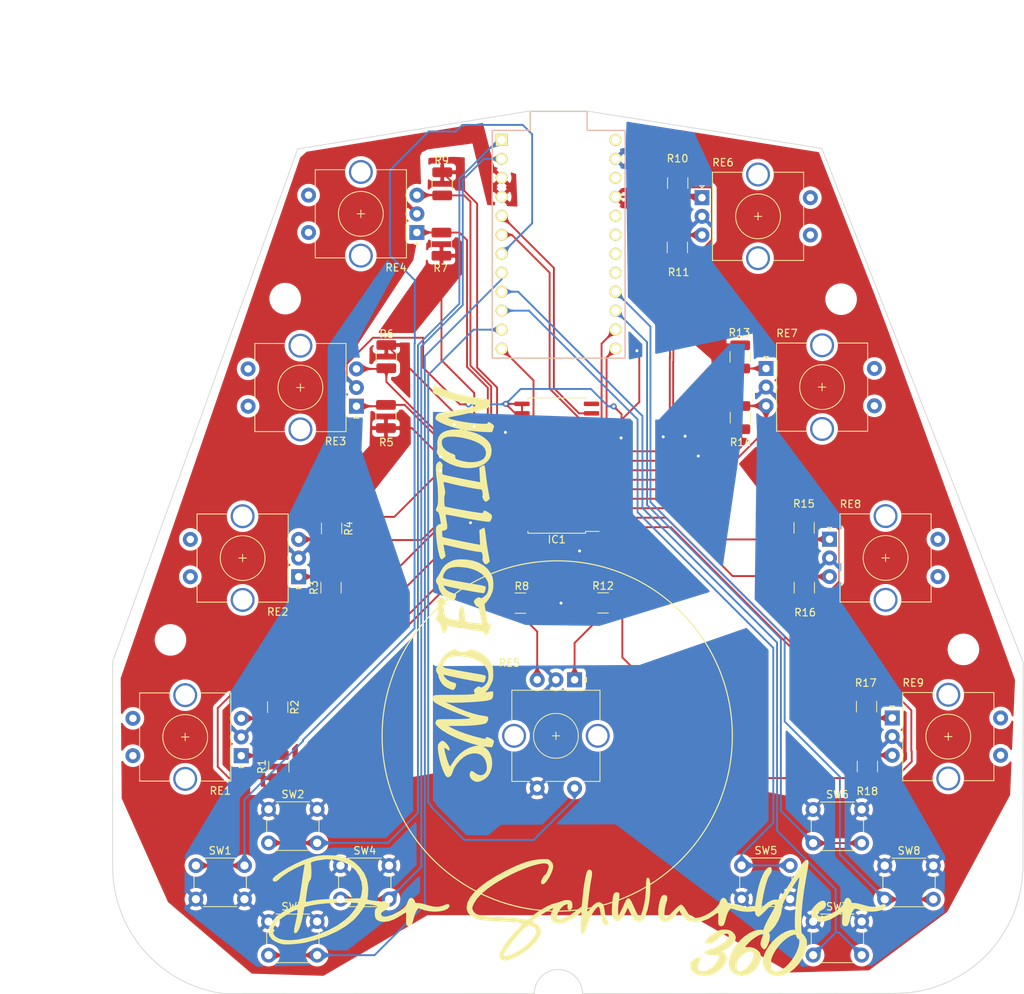
<source format=kicad_pcb>
(kicad_pcb (version 20171130) (host pcbnew "(5.1.8-0-10_14)")
  (title_block (title Schwurbler-360) (date 2020-11-20) (rev v1.0.1) (company "Arduino Pro Micro") (comment 1 "SMD Version") (comment 2 "8 PushButton, 8 Rotary Encoder, 1 Rotary Encoder with Push"))
  (layers (0 F.Cu signal) (31 B.Cu signal) (34 B.Paste user) (35 F.Paste user) (36 B.SilkS user) (37 F.SilkS user) (38 B.Mask user) (39 F.Mask user) (44 Edge.Cuts user))
  (net 0 "")
  (net 1 /SDA)
  (net 2 /SCL)
  (net 3 /GND)
  (net 4 /5V)
  (net 5 /PWM)
  (net 6 /RE1_CLK)
  (net 7 /RE1_DT)
  (net 8 /RE2_CLK)
  (net 9 /RE2_DT)
  (net 10 /RE3_CLK)
  (net 11 /RE3_DT)
  (net 12 /RE4_CLK)
  (net 13 /RE6_CLK)
  (net 14 /RE4_DT)
  (net 15 /RE6_DT)
  (net 16 /RE7_CLK)
  (net 17 /RE7_DT)
  (net 18 /RE8_CLK)
  (net 19 /RE8_DT)
  (net 20 /RE9_DT)
  (net 21 /RE9_CLK)
  (net 22 /Push_8)
  (net 23 /Push_6)
  (net 24 /RE5_CLK)
  (net 25 /RE5_DT)
  (net 26 /Push_5)
  (net 27 /Push_7)
  (net 28 /Push_3)
  (net 29 /Push_1)
  (net 30 /Push_4)
  (net 31 /Push_2)
  (net 32 /RE_Push)
  (module Schwurbler:smdedition (layer F.Cu) (at 85.4583 105.3338 90)
    (fp_text reference G*** hide)
    (fp_text value LOGO hide)
  )
  (module Schwurbler:360 (layer F.Cu) (at 123.1392 155.4353)
    (fp_text reference G*** hide)
    (fp_text value LOGO hide)
  )
  (module Schwurbler:schwurbler_sign (layer F.Cu) (at 101.0793 149.2631)
    (fp_text reference G*** hide)
    (fp_text value LOGO hide)
  )
  (module MountingHole:MountingHole_3.2mm_M3 (layer F.Cu) (at 110.9472 112.9284 180)
    (fp_text reference MOUNTCMR hide)
    (fp_text value M3)
    (pad 1 np_thru_hole circle (at 0 0 180) (size 3.2 3.2) (drill 3.2) (layers *.Cu *.Mask))
  )
  (module MountingHole:MountingHole_3.2mm_M3 (layer F.Cu) (at 113.9571 154.8765 180)
    (fp_text reference MOUNTBCR hide)
    (fp_text value M3)
    (pad 1 np_thru_hole circle (at 0 0 180) (size 3.2 3.2) (drill 3.2) (layers *.Cu *.Mask))
  )
  (module MountingHole:MountingHole_3.2mm_M3 (layer F.Cu) (at 81.9277 155.0416 180)
    (fp_text reference MOUNTBCL hide)
    (fp_text value M3)
    (pad 1 np_thru_hole circle (at 0 0 180) (size 3.2 3.2) (drill 3.2) (layers *.Cu *.Mask))
  )
  (module MountingHole:MountingHole_3.2mm_M3 (layer F.Cu) (at 46.4566 112.9157 180)
    (fp_text reference MOUNTBL hide)
    (fp_text value M3)
    (pad 1 np_thru_hole circle (at 0 0 180) (size 3.2 3.2) (drill 3.2) (layers *.Cu *.Mask))
  )
  (module MountingHole:MountingHole_3.2mm_M3 (layer F.Cu) (at 152.5905 114.1857 180)
    (fp_text reference MOUNTBR hide)
    (fp_text value M3)
    (pad 1 np_thru_hole circle (at 0 0 180) (size 3.2 3.2) (drill 3.2) (layers *.Cu *.Mask))
  )
  (module MountingHole:MountingHole_3.2mm_M3 (layer F.Cu) (at 61.8109 67.2338 180)
    (fp_text reference MOUNTTL hide)
    (fp_text value M3)
    (pad 1 np_thru_hole circle (at 0 0 180) (size 3.2 3.2) (drill 3.2) (layers *.Cu *.Mask))
  )
  (module MountingHole:MountingHole_3.2mm_M3 (layer F.Cu) (at 85.5853 112.9284 180)
    (fp_text reference MOUNTCML hide)
    (fp_text value M3)
    (pad 1 np_thru_hole circle (at 0 0 180) (size 3.2 3.2) (drill 3.2) (layers *.Cu *.Mask))
  )
  (module MountingHole:MountingHole_3.2mm_M3 (layer F.Cu) (at 136.2202 67.31 180)
    (fp_text reference MOUNTTR hide)
    (fp_text value M3)
    (pad 1 np_thru_hole circle (at 0 0 180) (size 3.2 3.2) (drill 3.2) (layers *.Cu *.Mask))
  )
  (module Rotary_Encoder:RotaryEncoder_Alps_EC11E-Switch_Vertical_H20mm_CircularMountingHoles (layer F.Cu) (at 100.5459 118.2497 270)
    (fp_text reference RE5 (at -2.2606 8.7249 180) (layer F.SilkS))
    (fp_text value Rotary_Encoder_Switch)
    (pad A thru_hole rect (at 0 0 270) (size 2 2) (drill 1) (layers *.Cu *.Mask) (net 25 /RE5_DT))
    (pad C thru_hole circle (at 0 2.5 270) (size 2 2) (drill 1) (layers *.Cu *.Mask) (net 3 /GND))
    (pad B thru_hole circle (at 0 5 270) (size 2 2) (drill 1) (layers *.Cu *.Mask) (net 24 /RE5_CLK))
    (pad MP thru_hole circle (at 7.5 -3.1 270) (size 3.2 3.2) (drill 2.6) (layers *.Cu *.Mask))
    (pad MP thru_hole circle (at 7.5 8.1 270) (size 3.2 3.2) (drill 2.6) (layers *.Cu *.Mask))
    (pad S2 thru_hole circle (at 14.5 0 270) (size 2 2) (drill 1) (layers *.Cu *.Mask) (net 32 /RE_Push))
    (pad S1 thru_hole circle (at 14.5 5 270) (size 2 2) (drill 1) (layers *.Cu *.Mask) (net 3 /GND))
  )
  (module Rotary_Encoder:RotaryEncoder_Alps_EC11E-Switch_Vertical_H20mm_CircularMountingHoles (layer F.Cu) (at 55.9308 128.41 180)
    (fp_text reference RE1 (at 2.8 -4.7) (layer F.SilkS))
    (fp_text value Rotary_Encoder_Switch)
    (pad A thru_hole rect (at 0 0 180) (size 2 2) (drill 1) (layers *.Cu *.Mask) (net 6 /RE1_CLK))
    (pad C thru_hole circle (at 0 2.5 180) (size 2 2) (drill 1) (layers *.Cu *.Mask) (net 3 /GND))
    (pad B thru_hole circle (at 0 5 180) (size 2 2) (drill 1) (layers *.Cu *.Mask) (net 7 /RE1_DT))
    (pad MP thru_hole circle (at 7.5 -3.1 180) (size 3.2 3.2) (drill 2.6) (layers *.Cu *.Mask))
    (pad MP thru_hole circle (at 7.5 8.1 180) (size 3.2 3.2) (drill 2.6) (layers *.Cu *.Mask))
    (pad S2 thru_hole circle (at 14.5 0 180) (size 2 2) (drill 1) (layers *.Cu *.Mask))
    (pad S1 thru_hole circle (at 14.5 5 180) (size 2 2) (drill 1) (layers *.Cu *.Mask))
  )
  (module Rotary_Encoder:RotaryEncoder_Alps_EC11E-Switch_Vertical_H20mm_CircularMountingHoles (layer F.Cu) (at 63.6143 104.458 180)
    (fp_text reference RE2 (at 2.8 -4.7) (layer F.SilkS))
    (fp_text value Rotary_Encoder_Switch)
    (pad A thru_hole rect (at 0 0 180) (size 2 2) (drill 1) (layers *.Cu *.Mask) (net 8 /RE2_CLK))
    (pad C thru_hole circle (at 0 2.5 180) (size 2 2) (drill 1) (layers *.Cu *.Mask) (net 3 /GND))
    (pad B thru_hole circle (at 0 5 180) (size 2 2) (drill 1) (layers *.Cu *.Mask) (net 9 /RE2_DT))
    (pad MP thru_hole circle (at 7.5 -3.1 180) (size 3.2 3.2) (drill 2.6) (layers *.Cu *.Mask))
    (pad MP thru_hole circle (at 7.5 8.1 180) (size 3.2 3.2) (drill 2.6) (layers *.Cu *.Mask))
    (pad S2 thru_hole circle (at 14.5 0 180) (size 2 2) (drill 1) (layers *.Cu *.Mask))
    (pad S1 thru_hole circle (at 14.5 5 180) (size 2 2) (drill 1) (layers *.Cu *.Mask))
  )
  (module Rotary_Encoder:RotaryEncoder_Alps_EC11E-Switch_Vertical_H20mm_CircularMountingHoles (layer F.Cu) (at 71.3486 81.6356 180)
    (fp_text reference RE3 (at 2.8 -4.7) (layer F.SilkS))
    (fp_text value Rotary_Encoder_Switch)
    (pad A thru_hole rect (at 0 0 180) (size 2 2) (drill 1) (layers *.Cu *.Mask) (net 10 /RE3_CLK))
    (pad C thru_hole circle (at 0 2.5 180) (size 2 2) (drill 1) (layers *.Cu *.Mask) (net 3 /GND))
    (pad B thru_hole circle (at 0 5 180) (size 2 2) (drill 1) (layers *.Cu *.Mask) (net 11 /RE3_DT))
    (pad MP thru_hole circle (at 7.5 -3.1 180) (size 3.2 3.2) (drill 2.6) (layers *.Cu *.Mask))
    (pad MP thru_hole circle (at 7.5 8.1 180) (size 3.2 3.2) (drill 2.6) (layers *.Cu *.Mask))
    (pad S2 thru_hole circle (at 14.5 0 180) (size 2 2) (drill 1) (layers *.Cu *.Mask))
    (pad S1 thru_hole circle (at 14.5 5 180) (size 2 2) (drill 1) (layers *.Cu *.Mask))
  )
  (module Rotary_Encoder:RotaryEncoder_Alps_EC11E-Switch_Vertical_H20mm_CircularMountingHoles (layer F.Cu) (at 117.602 53.721)
    (fp_text reference RE6 (at 2.8 -4.7) (layer F.SilkS))
    (fp_text value Rotary_Encoder_Switch)
    (pad A thru_hole rect (at 0 0) (size 2 2) (drill 1) (layers *.Cu *.Mask) (net 13 /RE6_CLK))
    (pad C thru_hole circle (at 0 2.5) (size 2 2) (drill 1) (layers *.Cu *.Mask) (net 3 /GND))
    (pad B thru_hole circle (at 0 5) (size 2 2) (drill 1) (layers *.Cu *.Mask) (net 15 /RE6_DT))
    (pad MP thru_hole circle (at 7.5 -3.1) (size 3.2 3.2) (drill 2.6) (layers *.Cu *.Mask))
    (pad MP thru_hole circle (at 7.5 8.1) (size 3.2 3.2) (drill 2.6) (layers *.Cu *.Mask))
    (pad S2 thru_hole circle (at 14.5 0) (size 2 2) (drill 1) (layers *.Cu *.Mask))
    (pad S1 thru_hole circle (at 14.5 5) (size 2 2) (drill 1) (layers *.Cu *.Mask))
  )
  (module Rotary_Encoder:RotaryEncoder_Alps_EC11E-Switch_Vertical_H20mm_CircularMountingHoles (layer F.Cu) (at 126.175 76.5793)
    (fp_text reference RE7 (at 2.8 -4.7) (layer F.SilkS))
    (fp_text value Rotary_Encoder_Switch)
    (pad A thru_hole rect (at 0 0) (size 2 2) (drill 1) (layers *.Cu *.Mask) (net 16 /RE7_CLK))
    (pad C thru_hole circle (at 0 2.5) (size 2 2) (drill 1) (layers *.Cu *.Mask) (net 3 /GND))
    (pad B thru_hole circle (at 0 5) (size 2 2) (drill 1) (layers *.Cu *.Mask) (net 17 /RE7_DT))
    (pad MP thru_hole circle (at 7.5 -3.1) (size 3.2 3.2) (drill 2.6) (layers *.Cu *.Mask))
    (pad MP thru_hole circle (at 7.5 8.1) (size 3.2 3.2) (drill 2.6) (layers *.Cu *.Mask))
    (pad S2 thru_hole circle (at 14.5 0) (size 2 2) (drill 1) (layers *.Cu *.Mask))
    (pad S1 thru_hole circle (at 14.5 5) (size 2 2) (drill 1) (layers *.Cu *.Mask))
  )
  (module Rotary_Encoder:RotaryEncoder_Alps_EC11E-Switch_Vertical_H20mm_CircularMountingHoles (layer F.Cu) (at 134.671 99.441)
    (fp_text reference RE8 (at 2.8 -4.7) (layer F.SilkS))
    (fp_text value Rotary_Encoder_Switch)
    (pad A thru_hole rect (at 0 0) (size 2 2) (drill 1) (layers *.Cu *.Mask) (net 18 /RE8_CLK))
    (pad C thru_hole circle (at 0 2.5) (size 2 2) (drill 1) (layers *.Cu *.Mask) (net 3 /GND))
    (pad B thru_hole circle (at 0 5) (size 2 2) (drill 1) (layers *.Cu *.Mask) (net 19 /RE8_DT))
    (pad MP thru_hole circle (at 7.5 -3.1) (size 3.2 3.2) (drill 2.6) (layers *.Cu *.Mask))
    (pad MP thru_hole circle (at 7.5 8.1) (size 3.2 3.2) (drill 2.6) (layers *.Cu *.Mask))
    (pad S2 thru_hole circle (at 14.5 0) (size 2 2) (drill 1) (layers *.Cu *.Mask))
    (pad S1 thru_hole circle (at 14.5 5) (size 2 2) (drill 1) (layers *.Cu *.Mask))
  )
  (module Rotary_Encoder:RotaryEncoder_Alps_EC11E-Switch_Vertical_H20mm_CircularMountingHoles (layer F.Cu) (at 143.066 123.355)
    (fp_text reference RE9 (at 2.8 -4.7) (layer F.SilkS))
    (fp_text value Rotary_Encoder_Switch)
    (pad A thru_hole rect (at 0 0) (size 2 2) (drill 1) (layers *.Cu *.Mask) (net 20 /RE9_DT))
    (pad C thru_hole circle (at 0 2.5) (size 2 2) (drill 1) (layers *.Cu *.Mask) (net 3 /GND))
    (pad B thru_hole circle (at 0 5) (size 2 2) (drill 1) (layers *.Cu *.Mask) (net 21 /RE9_CLK))
    (pad MP thru_hole circle (at 7.5 -3.1) (size 3.2 3.2) (drill 2.6) (layers *.Cu *.Mask))
    (pad MP thru_hole circle (at 7.5 8.1) (size 3.2 3.2) (drill 2.6) (layers *.Cu *.Mask))
    (pad S2 thru_hole circle (at 14.5 0) (size 2 2) (drill 1) (layers *.Cu *.Mask))
    (pad S1 thru_hole circle (at 14.5 5) (size 2 2) (drill 1) (layers *.Cu *.Mask))
  )
  (module Rotary_Encoder:RotaryEncoder_Alps_EC11E-Switch_Vertical_H20mm_CircularMountingHoles (layer F.Cu) (at 79.4385 58.3819 180)
    (fp_text reference RE4 (at 2.8 -4.7) (layer F.SilkS))
    (fp_text value Rotary_Encoder_Switch)
    (pad A thru_hole rect (at 0 0 180) (size 2 2) (drill 1) (layers *.Cu *.Mask) (net 12 /RE4_CLK))
    (pad C thru_hole circle (at 0 2.5 180) (size 2 2) (drill 1) (layers *.Cu *.Mask) (net 3 /GND))
    (pad B thru_hole circle (at 0 5 180) (size 2 2) (drill 1) (layers *.Cu *.Mask) (net 14 /RE4_DT))
    (pad MP thru_hole circle (at 7.5 -3.1 180) (size 3.2 3.2) (drill 2.6) (layers *.Cu *.Mask))
    (pad MP thru_hole circle (at 7.5 8.1 180) (size 3.2 3.2) (drill 2.6) (layers *.Cu *.Mask))
    (pad S2 thru_hole circle (at 14.5 0 180) (size 2 2) (drill 1) (layers *.Cu *.Mask))
    (pad S1 thru_hole circle (at 14.5 5 180) (size 2 2) (drill 1) (layers *.Cu *.Mask))
  )
  (module Resistor_SMD:R_1210_3225Metric_Pad1.30x2.65mm_HandSolder (layer F.Cu) (at 139.7381 129.8575 90)
    (fp_text reference R18 (at -3.3147 -0.0127 180) (layer F.SilkS))
    (fp_text value 10k)
    (pad 2 smd roundrect (at 1.55 0 90) (size 1.3 2.65) (layers F.Cu F.Paste F.Mask) (roundrect_rratio 0.192308) (net 21 /RE9_CLK))
    (pad 1 smd roundrect (at -1.55 0 90) (size 1.3 2.65) (layers F.Cu F.Paste F.Mask) (roundrect_rratio 0.192308) (net 4 /5V))
  )
  (module Resistor_SMD:R_1210_3225Metric_Pad1.30x2.65mm_HandSolder (layer F.Cu) (at 139.6238 121.8565 270)
    (fp_text reference R17 (at -3.1877 0.1016 180) (layer F.SilkS))
    (fp_text value 10k)
    (pad 2 smd roundrect (at 1.55 0 270) (size 1.3 2.65) (layers F.Cu F.Paste F.Mask) (roundrect_rratio 0.192308) (net 20 /RE9_DT))
    (pad 1 smd roundrect (at -1.55 0 270) (size 1.3 2.65) (layers F.Cu F.Paste F.Mask) (roundrect_rratio 0.192308) (net 4 /5V))
  )
  (module Resistor_SMD:R_1210_3225Metric_Pad1.30x2.65mm_HandSolder (layer F.Cu) (at 131.2926 105.918 90)
    (fp_text reference R16 (at -3.3274 0.1016 180) (layer F.SilkS))
    (fp_text value 10k)
    (pad 2 smd roundrect (at 1.55 0 90) (size 1.3 2.65) (layers F.Cu F.Paste F.Mask) (roundrect_rratio 0.192308) (net 19 /RE8_DT))
    (pad 1 smd roundrect (at -1.55 0 90) (size 1.3 2.65) (layers F.Cu F.Paste F.Mask) (roundrect_rratio 0.192308) (net 4 /5V))
  )
  (module Resistor_SMD:R_1210_3225Metric_Pad1.30x2.65mm_HandSolder (layer F.Cu) (at 131.2672 97.917 270)
    (fp_text reference R15 (at -3.2258 0.0254 180) (layer F.SilkS))
    (fp_text value 10k)
    (pad 2 smd roundrect (at 1.55 0 270) (size 1.3 2.65) (layers F.Cu F.Paste F.Mask) (roundrect_rratio 0.192308) (net 18 /RE8_CLK))
    (pad 1 smd roundrect (at -1.55 0 270) (size 1.3 2.65) (layers F.Cu F.Paste F.Mask) (roundrect_rratio 0.192308) (net 4 /5V))
  )
  (module Resistor_SMD:R_1210_3225Metric_Pad1.30x2.65mm_HandSolder (layer F.Cu) (at 122.7328 83.1596 90)
    (fp_text reference R14 (at -3.302 0.0508 180) (layer F.SilkS))
    (fp_text value 10k)
    (pad 2 smd roundrect (at 1.55 0 90) (size 1.3 2.65) (layers F.Cu F.Paste F.Mask) (roundrect_rratio 0.192308) (net 17 /RE7_DT))
    (pad 1 smd roundrect (at -1.55 0 90) (size 1.3 2.65) (layers F.Cu F.Paste F.Mask) (roundrect_rratio 0.192308) (net 4 /5V))
  )
  (module Resistor_SMD:R_1210_3225Metric_Pad1.30x2.65mm_HandSolder (layer F.Cu) (at 122.7074 75.0316 270)
    (fp_text reference R13 (at -3.2512 0.1016 180) (layer F.SilkS))
    (fp_text value 10k)
    (pad 2 smd roundrect (at 1.55 0 270) (size 1.3 2.65) (layers F.Cu F.Paste F.Mask) (roundrect_rratio 0.192308) (net 16 /RE7_CLK))
    (pad 1 smd roundrect (at -1.55 0 270) (size 1.3 2.65) (layers F.Cu F.Paste F.Mask) (roundrect_rratio 0.192308) (net 4 /5V))
  )
  (module Resistor_SMD:R_1210_3225Metric_Pad1.30x2.65mm_HandSolder (layer F.Cu) (at 104.3559 107.9627)
    (fp_text reference R12 (at 0 -2.28) (layer F.SilkS))
    (fp_text value 10k)
    (pad 2 smd roundrect (at 1.55 0) (size 1.3 2.65) (layers F.Cu F.Paste F.Mask) (roundrect_rratio 0.192308) (net 25 /RE5_DT))
    (pad 1 smd roundrect (at -1.55 0) (size 1.3 2.65) (layers F.Cu F.Paste F.Mask) (roundrect_rratio 0.192308) (net 4 /5V))
  )
  (module Resistor_SMD:R_1210_3225Metric_Pad1.30x2.65mm_HandSolder (layer F.Cu) (at 114.3 60.3758 90)
    (fp_text reference R11 (at -3.3274 0.1778 180) (layer F.SilkS))
    (fp_text value 10k)
    (pad 2 smd roundrect (at 1.55 0 90) (size 1.3 2.65) (layers F.Cu F.Paste F.Mask) (roundrect_rratio 0.192308) (net 15 /RE6_DT))
    (pad 1 smd roundrect (at -1.55 0 90) (size 1.3 2.65) (layers F.Cu F.Paste F.Mask) (roundrect_rratio 0.192308) (net 4 /5V))
  )
  (module Resistor_SMD:R_1210_3225Metric_Pad1.30x2.65mm_HandSolder (layer F.Cu) (at 114.3508 51.7652 270)
    (fp_text reference R10 (at -3.2766 0.0254 180) (layer F.SilkS))
    (fp_text value 10k)
    (pad 2 smd roundrect (at 1.55 0 270) (size 1.3 2.65) (layers F.Cu F.Paste F.Mask) (roundrect_rratio 0.192308) (net 13 /RE6_CLK))
    (pad 1 smd roundrect (at -1.55 0 270) (size 1.3 2.65) (layers F.Cu F.Paste F.Mask) (roundrect_rratio 0.192308) (net 4 /5V))
  )
  (module Resistor_SMD:R_1210_3225Metric_Pad1.30x2.65mm_HandSolder (layer F.Cu) (at 82.8294 51.8668 270)
    (fp_text reference R9 (at -3.1242 0.0762 180) (layer F.SilkS))
    (fp_text value 10k)
    (pad 2 smd roundrect (at 1.55 0 270) (size 1.3 2.65) (layers F.Cu F.Paste F.Mask) (roundrect_rratio 0.192308) (net 14 /RE4_DT))
    (pad 1 smd roundrect (at -1.55 0 270) (size 1.3 2.65) (layers F.Cu F.Paste F.Mask) (roundrect_rratio 0.192308) (net 4 /5V))
  )
  (module Resistor_SMD:R_1210_3225Metric_Pad1.30x2.65mm_HandSolder (layer F.Cu) (at 93.2815 107.9881 180)
    (fp_text reference R8 (at -0.2032 2.2733 180) (layer F.SilkS))
    (fp_text value 10k)
    (pad 2 smd roundrect (at 1.55 0 180) (size 1.3 2.65) (layers F.Cu F.Paste F.Mask) (roundrect_rratio 0.192308) (net 24 /RE5_CLK))
    (pad 1 smd roundrect (at -1.55 0 180) (size 1.3 2.65) (layers F.Cu F.Paste F.Mask) (roundrect_rratio 0.192308) (net 4 /5V))
  )
  (module Resistor_SMD:R_1210_3225Metric_Pad1.30x2.65mm_HandSolder (layer F.Cu) (at 82.7278 59.944 90)
    (fp_text reference R7 (at -3.2004 -0.1016 180) (layer F.SilkS))
    (fp_text value 10k)
    (pad 2 smd roundrect (at 1.55 0 90) (size 1.3 2.65) (layers F.Cu F.Paste F.Mask) (roundrect_rratio 0.192308) (net 12 /RE4_CLK))
    (pad 1 smd roundrect (at -1.55 0 90) (size 1.3 2.65) (layers F.Cu F.Paste F.Mask) (roundrect_rratio 0.192308) (net 4 /5V))
  )
  (module Resistor_SMD:R_1210_3225Metric_Pad1.30x2.65mm_HandSolder (layer F.Cu) (at 75.3491 74.9935 270)
    (fp_text reference R6 (at -3.0353 -0.0381 180) (layer F.SilkS))
    (fp_text value 10k)
    (pad 2 smd roundrect (at 1.55 0 270) (size 1.3 2.65) (layers F.Cu F.Paste F.Mask) (roundrect_rratio 0.192308) (net 11 /RE3_DT))
    (pad 1 smd roundrect (at -1.55 0 270) (size 1.3 2.65) (layers F.Cu F.Paste F.Mask) (roundrect_rratio 0.192308) (net 4 /5V))
  )
  (module Resistor_SMD:R_1210_3225Metric_Pad1.30x2.65mm_HandSolder (layer F.Cu) (at 75.2983 83.0072 90)
    (fp_text reference R5 (at -3.4671 0.0508 180) (layer F.SilkS))
    (fp_text value 10k)
    (pad 2 smd roundrect (at 1.55 0 90) (size 1.3 2.65) (layers F.Cu F.Paste F.Mask) (roundrect_rratio 0.192308) (net 10 /RE3_CLK))
    (pad 1 smd roundrect (at -1.55 0 90) (size 1.3 2.65) (layers F.Cu F.Paste F.Mask) (roundrect_rratio 0.192308) (net 4 /5V))
  )
  (module Resistor_SMD:R_1210_3225Metric_Pad1.30x2.65mm_HandSolder (layer F.Cu) (at 68.0212 97.9932 270)
    (fp_text reference R4 (at 0 -2.28 90) (layer F.SilkS))
    (fp_text value 10k)
    (pad 2 smd roundrect (at 1.55 0 270) (size 1.3 2.65) (layers F.Cu F.Paste F.Mask) (roundrect_rratio 0.192308) (net 9 /RE2_DT))
    (pad 1 smd roundrect (at -1.55 0 270) (size 1.3 2.65) (layers F.Cu F.Paste F.Mask) (roundrect_rratio 0.192308) (net 4 /5V))
  )
  (module Resistor_SMD:R_1210_3225Metric_Pad1.30x2.65mm_HandSolder (layer F.Cu) (at 67.945 105.9186 90)
    (fp_text reference R3 (at 0 -2.28 90) (layer F.SilkS))
    (fp_text value 10k)
    (pad 2 smd roundrect (at 1.55 0 90) (size 1.3 2.65) (layers F.Cu F.Paste F.Mask) (roundrect_rratio 0.192308) (net 8 /RE2_CLK))
    (pad 1 smd roundrect (at -1.55 0 90) (size 1.3 2.65) (layers F.Cu F.Paste F.Mask) (roundrect_rratio 0.192308) (net 4 /5V))
  )
  (module Resistor_SMD:R_1210_3225Metric_Pad1.30x2.65mm_HandSolder (layer F.Cu) (at 60.8076 121.9206 270)
    (fp_text reference R2 (at 0 -2.28 90) (layer F.SilkS))
    (fp_text value 10k)
    (pad 2 smd roundrect (at 1.55 0 270) (size 1.3 2.65) (layers F.Cu F.Paste F.Mask) (roundrect_rratio 0.192308) (net 7 /RE1_DT))
    (pad 1 smd roundrect (at -1.55 0 270) (size 1.3 2.65) (layers F.Cu F.Paste F.Mask) (roundrect_rratio 0.192308) (net 4 /5V))
  )
  (module Resistor_SMD:R_1210_3225Metric_Pad1.30x2.65mm_HandSolder (layer F.Cu) (at 60.96 129.8702 90)
    (fp_text reference R1 (at 0 -2.28 90) (layer F.SilkS))
    (fp_text value 10k)
    (pad 2 smd roundrect (at 1.55 0 90) (size 1.3 2.65) (layers F.Cu F.Paste F.Mask) (roundrect_rratio 0.192308) (net 6 /RE1_CLK))
    (pad 1 smd roundrect (at -1.55 0 90) (size 1.3 2.65) (layers F.Cu F.Paste F.Mask) (roundrect_rratio 0.192308) (net 4 /5V))
  )
  (module Package_SO:SOIC-28W_7.5x17.9mm_P1.27mm (layer F.Cu) (at 98.1583 89.5731 180)
    (fp_text reference IC1 (at 0 -9.9 180) (layer F.SilkS))
    (fp_text value MCP23017_SO)
    (pad 28 smd roundrect (at 4.65 -8.255 180) (size 2.05 0.6) (layers F.Cu F.Paste F.Mask) (net 6 /RE1_CLK))
    (pad 27 smd roundrect (at 4.65 -6.985 180) (size 2.05 0.6) (layers F.Cu F.Paste F.Mask) (net 7 /RE1_DT))
    (pad 26 smd roundrect (at 4.65 -5.715 180) (size 2.05 0.6) (layers F.Cu F.Paste F.Mask) (net 8 /RE2_CLK))
    (pad 25 smd roundrect (at 4.65 -4.445 180) (size 2.05 0.6) (layers F.Cu F.Paste F.Mask) (net 9 /RE2_DT))
    (pad 24 smd roundrect (at 4.65 -3.175 180) (size 2.05 0.6) (layers F.Cu F.Paste F.Mask) (net 10 /RE3_CLK))
    (pad 23 smd roundrect (at 4.65 -1.905 180) (size 2.05 0.6) (layers F.Cu F.Paste F.Mask) (net 11 /RE3_DT))
    (pad 22 smd roundrect (at 4.65 -0.635 180) (size 2.05 0.6) (layers F.Cu F.Paste F.Mask) (net 12 /RE4_CLK))
    (pad 21 smd roundrect (at 4.65 0.635 180) (size 2.05 0.6) (layers F.Cu F.Paste F.Mask) (net 14 /RE4_DT))
    (pad 20 smd roundrect (at 4.65 1.905 180) (size 2.05 0.6) (layers F.Cu F.Paste F.Mask) (net 5 /PWM))
    (pad 19 smd roundrect (at 4.65 3.175 180) (size 2.05 0.6) (layers F.Cu F.Paste F.Mask))
    (pad 18 smd roundrect (at 4.65 4.445 180) (size 2.05 0.6) (layers F.Cu F.Paste F.Mask) (net 4 /5V))
    (pad 17 smd roundrect (at 4.65 5.715 180) (size 2.05 0.6) (layers F.Cu F.Paste F.Mask) (net 3 /GND))
    (pad 16 smd roundrect (at 4.65 6.985 180) (size 2.05 0.6) (layers F.Cu F.Paste F.Mask) (net 3 /GND))
    (pad 15 smd roundrect (at 4.65 8.255 180) (size 2.05 0.6) (layers F.Cu F.Paste F.Mask) (net 3 /GND))
    (pad 14 smd roundrect (at -4.65 8.255 180) (size 2.05 0.6) (layers F.Cu F.Paste F.Mask))
    (pad 13 smd roundrect (at -4.65 6.985 180) (size 2.05 0.6) (layers F.Cu F.Paste F.Mask) (net 1 /SDA))
    (pad 12 smd roundrect (at -4.65 5.715 180) (size 2.05 0.6) (layers F.Cu F.Paste F.Mask) (net 2 /SCL))
    (pad 11 smd roundrect (at -4.65 4.445 180) (size 2.05 0.6) (layers F.Cu F.Paste F.Mask))
    (pad 10 smd roundrect (at -4.65 3.175 180) (size 2.05 0.6) (layers F.Cu F.Paste F.Mask) (net 3 /GND))
    (pad 9 smd roundrect (at -4.65 1.905 180) (size 2.05 0.6) (layers F.Cu F.Paste F.Mask) (net 4 /5V))
    (pad 8 smd roundrect (at -4.65 0.635 180) (size 2.05 0.6) (layers F.Cu F.Paste F.Mask) (net 13 /RE6_CLK))
    (pad 7 smd roundrect (at -4.65 -0.635 180) (size 2.05 0.6) (layers F.Cu F.Paste F.Mask) (net 15 /RE6_DT))
    (pad 6 smd roundrect (at -4.65 -1.905 180) (size 2.05 0.6) (layers F.Cu F.Paste F.Mask) (net 16 /RE7_CLK))
    (pad 5 smd roundrect (at -4.65 -3.175 180) (size 2.05 0.6) (layers F.Cu F.Paste F.Mask) (net 17 /RE7_DT))
    (pad 4 smd roundrect (at -4.65 -4.445 180) (size 2.05 0.6) (layers F.Cu F.Paste F.Mask) (net 18 /RE8_CLK))
    (pad 3 smd roundrect (at -4.65 -5.715 180) (size 2.05 0.6) (layers F.Cu F.Paste F.Mask) (net 19 /RE8_DT))
    (pad 2 smd roundrect (at -4.65 -6.985 180) (size 2.05 0.6) (layers F.Cu F.Paste F.Mask) (net 20 /RE9_DT))
    (pad 1 smd roundrect (at -4.65 -8.255 180) (size 2.05 0.6) (layers F.Cu F.Paste F.Mask) (net 21 /RE9_CLK))
  )
  (module Button_Switch_THT:SW_PUSH_6mm_H5mm (layer F.Cu) (at 142.062 143.129)
    (fp_text reference SW8 (at 3.25 -2) (layer F.SilkS))
    (fp_text value SW_Push)
    (pad 1 thru_hole circle (at 6.5 0 90) (size 2 2) (drill 1.1) (layers *.Cu *.Mask) (net 3 /GND))
    (pad 2 thru_hole circle (at 6.5 4.5 90) (size 2 2) (drill 1.1) (layers *.Cu *.Mask) (net 22 /Push_8))
    (pad 1 thru_hole circle (at 0 0 90) (size 2 2) (drill 1.1) (layers *.Cu *.Mask) (net 3 /GND))
    (pad 2 thru_hole circle (at 0 4.5 90) (size 2 2) (drill 1.1) (layers *.Cu *.Mask) (net 22 /Push_8))
  )
  (module Button_Switch_THT:SW_PUSH_6mm_H5mm (layer F.Cu) (at 132.474 150.609)
    (fp_text reference SW7 (at 3.25 -2) (layer F.SilkS))
    (fp_text value SW_Push)
    (pad 1 thru_hole circle (at 6.5 0 90) (size 2 2) (drill 1.1) (layers *.Cu *.Mask) (net 3 /GND))
    (pad 2 thru_hole circle (at 6.5 4.5 90) (size 2 2) (drill 1.1) (layers *.Cu *.Mask) (net 27 /Push_7))
    (pad 1 thru_hole circle (at 0 0 90) (size 2 2) (drill 1.1) (layers *.Cu *.Mask) (net 3 /GND))
    (pad 2 thru_hole circle (at 0 4.5 90) (size 2 2) (drill 1.1) (layers *.Cu *.Mask) (net 27 /Push_7))
  )
  (module Button_Switch_THT:SW_PUSH_6mm_H5mm (layer F.Cu) (at 132.474 135.611)
    (fp_text reference SW6 (at 3.25 -2) (layer F.SilkS))
    (fp_text value SW_Push)
    (pad 1 thru_hole circle (at 6.5 0 90) (size 2 2) (drill 1.1) (layers *.Cu *.Mask) (net 3 /GND))
    (pad 2 thru_hole circle (at 6.5 4.5 90) (size 2 2) (drill 1.1) (layers *.Cu *.Mask) (net 23 /Push_6))
    (pad 1 thru_hole circle (at 0 0 90) (size 2 2) (drill 1.1) (layers *.Cu *.Mask) (net 3 /GND))
    (pad 2 thru_hole circle (at 0 4.5 90) (size 2 2) (drill 1.1) (layers *.Cu *.Mask) (net 23 /Push_6))
  )
  (module Button_Switch_THT:SW_PUSH_6mm_H5mm (layer F.Cu) (at 122.898 143.104)
    (fp_text reference SW5 (at 3.25 -2) (layer F.SilkS))
    (fp_text value SW_Push)
    (pad 1 thru_hole circle (at 6.5 0 90) (size 2 2) (drill 1.1) (layers *.Cu *.Mask) (net 26 /Push_5))
    (pad 2 thru_hole circle (at 6.5 4.5 90) (size 2 2) (drill 1.1) (layers *.Cu *.Mask) (net 3 /GND))
    (pad 1 thru_hole circle (at 0 0 90) (size 2 2) (drill 1.1) (layers *.Cu *.Mask) (net 26 /Push_5))
    (pad 2 thru_hole circle (at 0 4.5 90) (size 2 2) (drill 1.1) (layers *.Cu *.Mask) (net 3 /GND))
  )
  (module Button_Switch_THT:SW_PUSH_6mm_H5mm (layer F.Cu) (at 69.215 143.116)
    (fp_text reference SW4 (at 3.25 -2) (layer F.SilkS))
    (fp_text value SW_Push)
    (pad 1 thru_hole circle (at 6.5 0 90) (size 2 2) (drill 1.1) (layers *.Cu *.Mask) (net 3 /GND))
    (pad 2 thru_hole circle (at 6.5 4.5 90) (size 2 2) (drill 1.1) (layers *.Cu *.Mask) (net 30 /Push_4))
    (pad 1 thru_hole circle (at 0 0 90) (size 2 2) (drill 1.1) (layers *.Cu *.Mask) (net 3 /GND))
    (pad 2 thru_hole circle (at 0 4.5 90) (size 2 2) (drill 1.1) (layers *.Cu *.Mask) (net 30 /Push_4))
  )
  (module Button_Switch_THT:SW_PUSH_6mm_H5mm (layer F.Cu) (at 59.5884 150.609)
    (fp_text reference SW3 (at 3.25 -2) (layer F.SilkS))
    (fp_text value SW_Push)
    (pad 1 thru_hole circle (at 6.5 0 90) (size 2 2) (drill 1.1) (layers *.Cu *.Mask) (net 3 /GND))
    (pad 2 thru_hole circle (at 6.5 4.5 90) (size 2 2) (drill 1.1) (layers *.Cu *.Mask) (net 28 /Push_3))
    (pad 1 thru_hole circle (at 0 0 90) (size 2 2) (drill 1.1) (layers *.Cu *.Mask) (net 3 /GND))
    (pad 2 thru_hole circle (at 0 4.5 90) (size 2 2) (drill 1.1) (layers *.Cu *.Mask) (net 28 /Push_3))
  )
  (module Button_Switch_THT:SW_PUSH_6mm_H5mm (layer F.Cu) (at 59.5884 135.585)
    (fp_text reference SW2 (at 3.25 -2) (layer F.SilkS))
    (fp_text value SW_Push)
    (pad 1 thru_hole circle (at 6.5 0 90) (size 2 2) (drill 1.1) (layers *.Cu *.Mask) (net 3 /GND))
    (pad 2 thru_hole circle (at 6.5 4.5 90) (size 2 2) (drill 1.1) (layers *.Cu *.Mask) (net 31 /Push_2))
    (pad 1 thru_hole circle (at 0 0 90) (size 2 2) (drill 1.1) (layers *.Cu *.Mask) (net 3 /GND))
    (pad 2 thru_hole circle (at 0 4.5 90) (size 2 2) (drill 1.1) (layers *.Cu *.Mask) (net 31 /Push_2))
  )
  (module Button_Switch_THT:SW_PUSH_6mm_H5mm (layer F.Cu) (at 49.8602 143.116)
    (fp_text reference SW1 (at 3.25 -2) (layer F.SilkS))
    (fp_text value SW_Push)
    (pad 1 thru_hole circle (at 6.5 0 90) (size 2 2) (drill 1.1) (layers *.Cu *.Mask) (net 29 /Push_1))
    (pad 2 thru_hole circle (at 6.5 4.5 90) (size 2 2) (drill 1.1) (layers *.Cu *.Mask) (net 3 /GND))
    (pad 1 thru_hole circle (at 0 0 90) (size 2 2) (drill 1.1) (layers *.Cu *.Mask) (net 29 /Push_1))
    (pad 2 thru_hole circle (at 0 4.5 90) (size 2 2) (drill 1.1) (layers *.Cu *.Mask) (net 3 /GND))
  )
  (module promicro:ProMicro (layer F.Cu) (at 98.4123 59.9567 270)
    (fp_text reference MCU1 hide)
    (fp_text value ProMicro)
    (pad 24 thru_hole circle (at -13.97 -7.62 270) (size 1.6 1.6) (drill 1.1) (layers *.Cu *.Mask F.SilkS))
    (pad 23 thru_hole circle (at -11.43 -7.62 270) (size 1.6 1.6) (drill 1.1) (layers *.Cu *.Mask F.SilkS) (net 3 /GND))
    (pad 22 thru_hole circle (at -8.89 -7.62 270) (size 1.6 1.6) (drill 1.1) (layers *.Cu *.Mask F.SilkS))
    (pad 21 thru_hole circle (at -6.35 -7.62 270) (size 1.6 1.6) (drill 1.1) (layers *.Cu *.Mask F.SilkS) (net 4 /5V))
    (pad 20 thru_hole circle (at -3.81 -7.62 270) (size 1.6 1.6) (drill 1.1) (layers *.Cu *.Mask F.SilkS))
    (pad 19 thru_hole circle (at -1.27 -7.62 270) (size 1.6 1.6) (drill 1.1) (layers *.Cu *.Mask F.SilkS))
    (pad 18 thru_hole circle (at 1.27 -7.62 270) (size 1.6 1.6) (drill 1.1) (layers *.Cu *.Mask F.SilkS))
    (pad 17 thru_hole circle (at 3.81 -7.62 270) (size 1.6 1.6) (drill 1.1) (layers *.Cu *.Mask F.SilkS))
    (pad 16 thru_hole circle (at 6.35 -7.62 270) (size 1.6 1.6) (drill 1.1) (layers *.Cu *.Mask F.SilkS) (net 22 /Push_8))
    (pad 15 thru_hole circle (at 8.89 -7.62 270) (size 1.6 1.6) (drill 1.1) (layers *.Cu *.Mask F.SilkS) (net 23 /Push_6))
    (pad 14 thru_hole circle (at 11.43 -7.62 270) (size 1.6 1.6) (drill 1.1) (layers *.Cu *.Mask F.SilkS) (net 24 /RE5_CLK))
    (pad 13 thru_hole circle (at 13.97 -7.62 270) (size 1.6 1.6) (drill 1.1) (layers *.Cu *.Mask F.SilkS) (net 25 /RE5_DT))
    (pad 12 thru_hole circle (at 13.97 7.62 270) (size 1.6 1.6) (drill 1.1) (layers *.Cu *.Mask F.SilkS) (net 5 /PWM))
    (pad 11 thru_hole circle (at 11.43 7.62 270) (size 1.6 1.6) (drill 1.1) (layers *.Cu *.Mask F.SilkS) (net 32 /RE_Push))
    (pad 10 thru_hole circle (at 8.89 7.62 270) (size 1.6 1.6) (drill 1.1) (layers *.Cu *.Mask F.SilkS) (net 26 /Push_5))
    (pad 9 thru_hole circle (at 6.35 7.62 270) (size 1.6 1.6) (drill 1.1) (layers *.Cu *.Mask F.SilkS) (net 27 /Push_7))
    (pad 8 thru_hole circle (at 3.81 7.62 270) (size 1.6 1.6) (drill 1.1) (layers *.Cu *.Mask F.SilkS) (net 28 /Push_3))
    (pad 7 thru_hole circle (at 1.27 7.62 270) (size 1.6 1.6) (drill 1.1) (layers *.Cu *.Mask F.SilkS) (net 29 /Push_1))
    (pad 6 thru_hole circle (at -1.27 7.62 270) (size 1.6 1.6) (drill 1.1) (layers *.Cu *.Mask F.SilkS) (net 2 /SCL))
    (pad 5 thru_hole circle (at -3.81 7.62 270) (size 1.6 1.6) (drill 1.1) (layers *.Cu *.Mask F.SilkS) (net 1 /SDA))
    (pad 4 thru_hole circle (at -6.35 7.62 270) (size 1.6 1.6) (drill 1.1) (layers *.Cu *.Mask F.SilkS) (net 3 /GND))
    (pad 3 thru_hole circle (at -8.89 7.62 270) (size 1.6 1.6) (drill 1.1) (layers *.Cu *.Mask F.SilkS) (net 3 /GND))
    (pad 2 thru_hole circle (at -11.43 7.62 270) (size 1.6 1.6) (drill 1.1) (layers *.Cu *.Mask F.SilkS) (net 30 /Push_4))
    (pad 1 thru_hole rect (at -13.97 7.62 270) (size 1.6 1.6) (drill 1.1) (layers *.Cu *.Mask F.SilkS) (net 31 /Push_2))
  )
  (gr_arc (start 98.3742 160.2486) (end 101.5874 160.2486) (angle -180) (layer Edge.Cuts) (width 0.1))
  (gr_line (start 143.4465 160.2232) (end 101.5874 160.2486) (layer Edge.Cuts) (width 0.1))
  (gr_arc (start 143.4465 143.1163) (end 143.4465 160.2232) (angle -89.87239265) (layer Edge.Cuts) (width 0.1))
  (gr_arc (start 55.88 143.256) (end 38.7223 143.256) (angle -81.78592148) (layer Edge.Cuts) (width 0.1))
  (gr_line (start 150.5458 125.8951) (end 150.5458 125.8443) (layer F.SilkS) (width 0.15))
  (gr_line (start 133.6802 79.0956) (end 133.6675 79.0829) (layer F.SilkS) (width 0.15))
  (gr_line (start 102.2096 42.1259) (end 94.5388 42.1132) (layer Edge.Cuts) (width 0.1))
  (gr_line (start 133.6421 47.1297) (end 102.2096 42.1259) (layer Edge.Cuts) (width 0.1))
  (gr_line (start 160.5915 115.9256) (end 133.6421 47.1297) (layer Edge.Cuts) (width 0.1))
  (gr_line (start 160.553358 143.1544) (end 160.5915 115.9256) (layer Edge.Cuts) (width 0.1))
  (gr_line (start 53.4289 160.2359) (end 95.161 160.2486) (layer Edge.Cuts) (width 0.1))
  (gr_line (start 38.7223 115.8113) (end 38.7223 143.256) (layer Edge.Cuts) (width 0.1))
  (gr_line (start 63.4873 47.2059) (end 38.7223 115.8113) (layer Edge.Cuts) (width 0.1))
  (gr_line (start 94.5388 42.1132) (end 63.4873 47.2059) (layer Edge.Cuts) (width 0.1))
  (gr_circle (center 98.2218 125.771854) (end 121.662247 125.771854) (layer F.SilkS) (width 0.15))
  (segment (start 102.8083 82.5881) (end 101.14971 82.5881) (width 0.25) (layer F.Cu) (net 1))
  (segment (start 101.14971 82.5881) (end 97.7773 79.21569) (width 0.25) (layer F.Cu) (net 1))
  (segment (start 97.7773 79.21569) (end 97.7773 63.1317) (width 0.25) (layer F.Cu) (net 1))
  (segment (start 97.7773 63.1317) (end 90.7923 56.1467) (width 0.25) (layer F.Cu) (net 1))
  (segment (start 101.7833 83.8581) (end 97.2058 79.2806) (width 0.25) (layer F.Cu) (net 2))
  (segment (start 102.8083 83.8581) (end 101.7833 83.8581) (width 0.25) (layer F.Cu) (net 2))
  (segment (start 97.2058 79.2806) (end 97.2058 63.754) (width 0.25) (layer F.Cu) (net 2))
  (segment (start 92.1385 58.6867) (end 90.7923 58.6867) (width 0.25) (layer F.Cu) (net 2))
  (segment (start 97.2058 63.754) (end 92.1385 58.6867) (width 0.25) (layer F.Cu) (net 2))
  (segment (start 93.5083 83.8581) (end 93.5083 81.3181) (width 0.25) (layer F.Cu) (net 3))
  (segment (start 73.554708 72.46849) (end 80.27899 72.46849) (width 0.25) (layer F.Cu) (net 3))
  (segment (start 70.023599 75.999599) (end 73.554708 72.46849) (width 0.25) (layer F.Cu) (net 3))
  (segment (start 70.023599 77.810599) (end 70.023599 75.999599) (width 0.25) (layer F.Cu) (net 3))
  (segment (start 71.3486 79.1356) (end 70.023599 77.810599) (width 0.25) (layer F.Cu) (net 3))
  (segment (start 93.5083 81.3181) (end 91.3384 81.3181) (width 0.25) (layer F.Cu) (net 3))
  (segment (start 80.27899 72.46849) (end 80.27899 76.46899) (width 0.25) (layer F.Cu) (net 3))
  (segment (start 80.27899 76.46899) (end 85.1916 81.3816) (width 0.25) (layer F.Cu) (net 3))
  (segment (start 85.1916 81.3816) (end 86.3473 81.3816) (width 0.25) (layer F.Cu) (net 3))
  (segment (start 86.3473 81.3816) (end 86.3473 81.3816) (width 0.25) (layer F.Cu) (net 3))
  (via (at 86.3473 81.3816) (size 0.8) (drill 0.4) (layers F.Cu B.Cu) (net 3))
  (segment (start 91.3384 81.3181) (end 91.3384 81.3181) (width 0.25) (layer F.Cu) (net 3))
  (via (at 91.3384 81.3181) (size 0.8) (drill 0.4) (layers F.Cu B.Cu) (net 3))
  (segment (start 91.2749 81.3816) (end 91.3384 81.3181) (width 0.25) (layer B.Cu) (net 3))
  (segment (start 86.3473 81.3816) (end 91.2749 81.3816) (width 0.25) (layer B.Cu) (net 3))
  (segment (start 93.5083 83.488) (end 91.3384 81.3181) (width 0.25) (layer F.Cu) (net 3))
  (segment (start 93.5083 83.8581) (end 93.5083 83.488) (width 0.25) (layer F.Cu) (net 3))
  (segment (start 109.2073 81.062278) (end 109.2073 74.5236) (width 0.25) (layer F.Cu) (net 3))
  (segment (start 109.2073 74.5236) (end 108.8898 74.2061) (width 0.25) (layer F.Cu) (net 3))
  (segment (start 108.8898 74.2061) (end 108.8898 74.2061) (width 0.25) (layer F.Cu) (net 3))
  (via (at 108.8898 74.2061) (size 0.8) (drill 0.4) (layers F.Cu B.Cu) (net 3))
  (segment (start 102.8083 86.3981) (end 103.871478 86.3981) (width 0.25) (layer F.Cu) (net 3))
  (segment (start 106.831489 83.438089) (end 106.831489 82.701489) (width 0.25) (layer F.Cu) (net 3))
  (segment (start 103.871478 86.3981) (end 106.831489 83.438089) (width 0.25) (layer F.Cu) (net 3))
  (segment (start 106.831489 83.438089) (end 109.2073 81.062278) (width 0.25) (layer F.Cu) (net 3))
  (segment (start 106.831489 82.701489) (end 105.7783 81.6483) (width 0.25) (layer F.Cu) (net 3))
  (segment (start 105.7783 81.6483) (end 105.7529 81.6229) (width 0.25) (layer F.Cu) (net 3))
  (via (at 105.7783 81.6483) (size 0.8) (drill 0.4) (layers F.Cu B.Cu) (net 3))
  (segment (start 105.7783 81.6483) (end 105.0544 81.6483) (width 0.25) (layer B.Cu) (net 3))
  (segment (start 105.0544 81.6483) (end 102.7303 79.3242) (width 0.25) (layer B.Cu) (net 3))
  (segment (start 93.3323 79.3242) (end 91.3384 81.3181) (width 0.25) (layer B.Cu) (net 3))
  (segment (start 102.7303 79.3242) (end 93.3323 79.3242) (width 0.25) (layer B.Cu) (net 3))
  (segment (start 93.3686 84.9884) (end 93.5083 85.1281) (width 0.25) (layer F.Cu) (net 4))
  (segment (start 102.7805 107.9881) (end 102.8059 107.9627) (width 0.25) (layer F.Cu) (net 4))
  (segment (start 94.8315 107.9881) (end 98.7298 107.9881) (width 0.25) (layer F.Cu) (net 4))
  (segment (start 99.34491 99.14171) (end 99.34491 89.12309) (width 0.25) (layer F.Cu) (net 4))
  (segment (start 102.61399 102.41079) (end 101.21265 101.00945) (width 0.25) (layer F.Cu) (net 4))
  (segment (start 99.34491 89.12309) (end 100.7999 87.6681) (width 0.25) (layer F.Cu) (net 4))
  (segment (start 102.64218 102.41079) (end 102.61399 102.41079) (width 0.25) (layer F.Cu) (net 4))
  (segment (start 106.93679 106.7054) (end 102.64218 102.41079) (width 0.25) (layer F.Cu) (net 4))
  (segment (start 106.93679 115.24971) (end 106.93679 106.7054) (width 0.25) (layer F.Cu) (net 4))
  (segment (start 123.09458 131.4075) (end 106.93679 115.24971) (width 0.25) (layer F.Cu) (net 4))
  (segment (start 100.7999 87.6681) (end 102.8083 87.6681) (width 0.25) (layer F.Cu) (net 4))
  (segment (start 139.7381 131.4075) (end 123.09458 131.4075) (width 0.25) (layer F.Cu) (net 4))
  (segment (start 98.7298 107.9881) (end 102.7805 107.9881) (width 0.25) (layer F.Cu) (net 4))
  (via (at 98.7298 107.9881) (size 0.8) (drill 0.4) (layers F.Cu B.Cu) (net 4))
  (segment (start 101.21265 101.00945) (end 99.34491 99.14171) (width 0.25) (layer F.Cu) (net 4))
  (via (at 101.21265 101.00945) (size 0.8) (drill 0.4) (layers F.Cu B.Cu) (net 4))
  (segment (start 75.3491 73.4435) (end 84.4296 82.524) (width 0.25) (layer F.Cu) (net 4))
  (segment (start 84.4296 82.524) (end 84.4296 84.1121) (width 0.25) (layer F.Cu) (net 4))
  (segment (start 84.4296 84.1121) (end 84.4296 84.1121) (width 0.25) (layer F.Cu) (net 4))
  (via (at 84.4296 84.1121) (size 0.8) (drill 0.4) (layers F.Cu B.Cu) (net 4))
  (segment (start 75.2983 84.5572) (end 78.766 84.5572) (width 0.25) (layer F.Cu) (net 4))
  (segment (start 78.766 84.5572) (end 82.60715 88.39835) (width 0.25) (layer F.Cu) (net 4))
  (segment (start 82.60715 88.39835) (end 82.6135 88.4047) (width 0.25) (layer F.Cu) (net 4))
  (via (at 82.60715 88.39835) (size 0.8) (drill 0.4) (layers F.Cu B.Cu) (net 4))
  (segment (start 82.60715 90.25255) (end 82.60715 90.22715) (width 0.25) (layer F.Cu) (net 4))
  (segment (start 76.4165 96.4432) (end 82.60715 90.25255) (width 0.25) (layer F.Cu) (net 4))
  (segment (start 68.0212 96.4432) (end 76.4165 96.4432) (width 0.25) (layer F.Cu) (net 4))
  (segment (start 82.60715 90.22715) (end 82.60715 88.39835) (width 0.25) (layer F.Cu) (net 4))
  (via (at 82.60715 90.22715) (size 0.8) (drill 0.4) (layers F.Cu B.Cu) (net 4))
  (segment (start 67.945 107.4686) (end 76.3766 107.4686) (width 0.25) (layer F.Cu) (net 4))
  (segment (start 76.3766 107.4686) (end 86.614 97.2312) (width 0.25) (layer F.Cu) (net 4))
  (segment (start 86.614 97.2312) (end 86.614 97.2312) (width 0.25) (layer F.Cu) (net 4))
  (via (at 86.614 97.2312) (size 0.8) (drill 0.4) (layers F.Cu B.Cu) (net 4))
  (segment (start 93.5083 85.1281) (end 91.2876 85.1281) (width 0.25) (layer F.Cu) (net 4))
  (segment (start 91.2876 85.1281) (end 91.2876 85.1281) (width 0.25) (layer F.Cu) (net 4))
  (via (at 91.2876 85.1281) (size 0.8) (drill 0.4) (layers F.Cu B.Cu) (net 4))
  (segment (start 82.7278 61.494) (end 82.7278 75.4761) (width 0.25) (layer F.Cu) (net 4))
  (segment (start 82.7278 75.4761) (end 87.1093 79.8576) (width 0.25) (layer F.Cu) (net 4))
  (segment (start 87.1093 79.8576) (end 87.1093 84.3534) (width 0.25) (layer F.Cu) (net 4))
  (segment (start 87.1093 84.3534) (end 87.1093 84.3534) (width 0.25) (layer F.Cu) (net 4))
  (via (at 87.1093 84.3534) (size 0.8) (drill 0.4) (layers F.Cu B.Cu) (net 4))
  (segment (start 82.8294 50.3168) (end 84.8112 52.2986) (width 0.25) (layer F.Cu) (net 4))
  (segment (start 85.28191 52.2986) (end 87.503 54.51969) (width 0.25) (layer F.Cu) (net 4))
  (segment (start 84.8112 52.2986) (end 85.28191 52.2986) (width 0.25) (layer F.Cu) (net 4))
  (segment (start 87.503 76.46529) (end 90.17 79.13229) (width 0.25) (layer F.Cu) (net 4))
  (segment (start 87.503 54.51969) (end 87.503 76.46529) (width 0.25) (layer F.Cu) (net 4))
  (segment (start 90.17 79.13229) (end 90.17 84.5185) (width 0.25) (layer F.Cu) (net 4))
  (segment (start 90.7796 85.1281) (end 91.2876 85.1281) (width 0.25) (layer F.Cu) (net 4))
  (segment (start 90.17 84.5185) (end 90.7796 85.1281) (width 0.25) (layer F.Cu) (net 4))
  (segment (start 86.868 84.1121) (end 87.1093 84.3534) (width 0.25) (layer F.Cu) (net 4))
  (segment (start 84.4296 84.1121) (end 86.868 84.1121) (width 0.25) (layer F.Cu) (net 4))
  (segment (start 139.6238 115.7992) (end 131.2926 107.468) (width 0.25) (layer F.Cu) (net 4))
  (segment (start 139.6238 120.3065) (end 139.6238 115.7992) (width 0.25) (layer F.Cu) (net 4))
  (segment (start 139.6238 120.3065) (end 143.5856 120.3065) (width 0.25) (layer F.Cu) (net 4))
  (segment (start 143.5856 120.3065) (end 145.6182 122.3391) (width 0.25) (layer F.Cu) (net 4))
  (segment (start 145.6182 127.763802) (end 145.669 127.814602) (width 0.25) (layer F.Cu) (net 4))
  (segment (start 145.6182 122.3391) (end 145.6182 127.763802) (width 0.25) (layer F.Cu) (net 4))
  (segment (start 145.669 127.814602) (end 145.669 129.1971) (width 0.25) (layer F.Cu) (net 4))
  (segment (start 143.4586 131.4075) (end 139.7381 131.4075) (width 0.25) (layer F.Cu) (net 4))
  (segment (start 145.669 129.1971) (end 143.4586 131.4075) (width 0.25) (layer F.Cu) (net 4))
  (segment (start 52.7812 129.8956) (end 54.3058 131.4202) (width 0.25) (layer F.Cu) (net 4))
  (segment (start 52.7812 122.047) (end 52.7812 129.8956) (width 0.25) (layer F.Cu) (net 4))
  (segment (start 54.4576 120.3706) (end 52.7812 122.047) (width 0.25) (layer F.Cu) (net 4))
  (segment (start 54.3058 131.4202) (end 60.96 131.4202) (width 0.25) (layer F.Cu) (net 4))
  (segment (start 60.8076 120.3706) (end 54.4576 120.3706) (width 0.25) (layer F.Cu) (net 4))
  (segment (start 106.0323 53.6067) (end 107.5436 53.6067) (width 0.25) (layer F.Cu) (net 4))
  (segment (start 116.358202 61.9258) (end 114.3 61.9258) (width 0.25) (layer F.Cu) (net 4))
  (segment (start 118.927001 59.357001) (end 116.358202 61.9258) (width 0.25) (layer F.Cu) (net 4))
  (segment (start 118.927001 52.460999) (end 118.927001 59.357001) (width 0.25) (layer F.Cu) (net 4))
  (segment (start 118.806192 52.34019) (end 118.927001 52.460999) (width 0.25) (layer F.Cu) (net 4))
  (segment (start 108.81011 52.34019) (end 118.806192 52.34019) (width 0.25) (layer F.Cu) (net 4))
  (segment (start 107.5436 53.6067) (end 108.81011 52.34019) (width 0.25) (layer F.Cu) (net 4))
  (segment (start 110.9593 53.6067) (end 114.3508 50.2152) (width 0.25) (layer F.Cu) (net 4))
  (segment (start 106.0323 53.6067) (end 110.9593 53.6067) (width 0.25) (layer F.Cu) (net 4))
  (segment (start 116.1793 80.0097) (end 116.1793 84.8109) (width 0.25) (layer F.Cu) (net 4))
  (segment (start 122.7074 73.4816) (end 116.1793 80.0097) (width 0.25) (layer F.Cu) (net 4))
  (segment (start 116.1793 84.8109) (end 115.3414 85.6488) (width 0.25) (layer F.Cu) (net 4))
  (segment (start 115.3414 85.6488) (end 115.3414 85.6488) (width 0.25) (layer F.Cu) (net 4))
  (via (at 115.3414 85.6488) (size 0.8) (drill 0.4) (layers F.Cu B.Cu) (net 4))
  (segment (start 102.8083 87.6681) (end 104.9782 87.6681) (width 0.25) (layer F.Cu) (net 4))
  (segment (start 104.9782 87.6681) (end 105.2449 87.6681) (width 0.25) (layer F.Cu) (net 4))
  (segment (start 111.7854 87.6681) (end 112.4077 87.0458) (width 0.25) (layer F.Cu) (net 4))
  (segment (start 112.4077 87.0458) (end 112.4077 85.725) (width 0.25) (layer F.Cu) (net 4))
  (segment (start 112.4077 85.725) (end 112.4077 85.725) (width 0.25) (layer F.Cu) (net 4))
  (via (at 112.4077 85.725) (size 0.8) (drill 0.4) (layers F.Cu B.Cu) (net 4))
  (segment (start 105.9942 87.6681) (end 105.9942 86.6521) (width 0.25) (layer F.Cu) (net 4))
  (segment (start 104.9782 87.6681) (end 105.9942 87.6681) (width 0.25) (layer F.Cu) (net 4))
  (segment (start 105.9942 87.6681) (end 111.7854 87.6681) (width 0.25) (layer F.Cu) (net 4))
  (segment (start 105.9942 86.6521) (end 106.7689 85.8774) (width 0.25) (layer F.Cu) (net 4))
  (segment (start 106.7689 85.8774) (end 106.7689 85.8774) (width 0.25) (layer F.Cu) (net 4))
  (via (at 106.7689 85.8774) (size 0.8) (drill 0.4) (layers F.Cu B.Cu) (net 4))
  (segment (start 135.996001 105.077001) (end 133.605002 107.468) (width 0.25) (layer F.Cu) (net 4))
  (segment (start 133.605002 107.468) (end 131.2926 107.468) (width 0.25) (layer F.Cu) (net 4))
  (segment (start 134.182002 96.367) (end 135.996001 98.180999) (width 0.25) (layer F.Cu) (net 4))
  (segment (start 135.996001 98.180999) (end 135.996001 105.077001) (width 0.25) (layer F.Cu) (net 4))
  (segment (start 131.2672 96.367) (end 134.182002 96.367) (width 0.25) (layer F.Cu) (net 4))
  (segment (start 122.7328 84.7096) (end 119.1393 88.3031) (width 0.25) (layer F.Cu) (net 4))
  (segment (start 119.1393 88.3031) (end 117.1067 88.3031) (width 0.25) (layer F.Cu) (net 4))
  (segment (start 117.1067 88.3031) (end 117.1067 88.3031) (width 0.25) (layer F.Cu) (net 4))
  (via (at 117.1067 88.3031) (size 0.8) (drill 0.4) (layers F.Cu B.Cu) (net 4))
  (segment (start 93.5083 87.6681) (end 94.615 87.6681) (width 0.25) (layer F.Cu) (net 5))
  (segment (start 94.615 87.6681) (end 95.0468 87.2363) (width 0.25) (layer F.Cu) (net 5))
  (segment (start 95.0468 78.1812) (end 90.7923 73.9267) (width 0.25) (layer F.Cu) (net 5))
  (segment (start 95.0468 87.2363) (end 95.0468 78.1812) (width 0.25) (layer F.Cu) (net 5))
  (segment (start 60.8702 128.41) (end 60.96 128.3202) (width 0.25) (layer F.Cu) (net 6))
  (segment (start 55.9308 128.41) (end 60.8702 128.41) (width 0.25) (layer F.Cu) (net 6))
  (segment (start 67.8685 121.4117) (end 67.8685 121.3742) (width 0.25) (layer F.Cu) (net 6))
  (segment (start 67.8685 121.4117) (end 60.96 128.3202) (width 0.25) (layer F.Cu) (net 6))
  (segment (start 91.4146 97.8281) (end 91.8083 97.8281) (width 0.25) (layer F.Cu) (net 6))
  (segment (start 67.8685 121.3742) (end 91.4146 97.8281) (width 0.25) (layer F.Cu) (net 6))
  (segment (start 93.5083 97.8281) (end 91.8083 97.8281) (width 0.25) (layer F.Cu) (net 6))
  (segment (start 60.8076 123.4706) (end 64.3751 123.4706) (width 0.25) (layer F.Cu) (net 7))
  (segment (start 91.2876 96.5581) (end 93.5083 96.5581) (width 0.25) (layer F.Cu) (net 7))
  (segment (start 64.3751 123.4706) (end 91.2876 96.5581) (width 0.25) (layer F.Cu) (net 7))
  (segment (start 60.747 123.41) (end 60.8076 123.4706) (width 0.25) (layer F.Cu) (net 7))
  (segment (start 55.9308 123.41) (end 60.747 123.41) (width 0.25) (layer F.Cu) (net 7))
  (segment (start 67.945 104.3686) (end 75.8698 104.3686) (width 0.25) (layer F.Cu) (net 8))
  (segment (start 84.9503 95.2881) (end 93.5083 95.2881) (width 0.25) (layer F.Cu) (net 8))
  (segment (start 75.8698 104.3686) (end 84.9503 95.2881) (width 0.25) (layer F.Cu) (net 8))
  (segment (start 67.8556 104.458) (end 67.945 104.3686) (width 0.25) (layer F.Cu) (net 8))
  (segment (start 63.6143 104.458) (end 67.8556 104.458) (width 0.25) (layer F.Cu) (net 8))
  (segment (start 68.0212 99.5432) (end 80.05879 99.5432) (width 0.25) (layer F.Cu) (net 9))
  (segment (start 85.58389 94.0181) (end 93.5083 94.0181) (width 0.25) (layer F.Cu) (net 9))
  (segment (start 80.05879 99.5432) (end 85.58389 94.0181) (width 0.25) (layer F.Cu) (net 9))
  (segment (start 67.936 99.458) (end 68.0212 99.5432) (width 0.25) (layer F.Cu) (net 9))
  (segment (start 63.6143 99.458) (end 67.936 99.458) (width 0.25) (layer F.Cu) (net 9))
  (segment (start 75.2983 81.4572) (end 77.7996 81.4572) (width 0.25) (layer F.Cu) (net 10))
  (segment (start 77.7996 81.4572) (end 89.0143 92.6719) (width 0.25) (layer F.Cu) (net 10))
  (segment (start 93.4321 92.6719) (end 93.5083 92.7481) (width 0.25) (layer F.Cu) (net 10))
  (segment (start 89.0143 92.6719) (end 93.4321 92.6719) (width 0.25) (layer F.Cu) (net 10))
  (segment (start 75.1199 81.6356) (end 75.2983 81.4572) (width 0.25) (layer F.Cu) (net 10))
  (segment (start 71.3486 81.6356) (end 75.1199 81.6356) (width 0.25) (layer F.Cu) (net 10))
  (segment (start 75.3491 76.5435) (end 75.3491 78.37029) (width 0.25) (layer F.Cu) (net 11))
  (segment (start 88.45691 91.4781) (end 93.5083 91.4781) (width 0.25) (layer F.Cu) (net 11))
  (segment (start 75.3491 78.37029) (end 88.45691 91.4781) (width 0.25) (layer F.Cu) (net 11))
  (segment (start 75.257 76.6356) (end 75.3491 76.5435) (width 0.25) (layer F.Cu) (net 11))
  (segment (start 71.3486 76.6356) (end 75.257 76.6356) (width 0.25) (layer F.Cu) (net 11))
  (segment (start 82.7157 58.3819) (end 82.7278 58.394) (width 0.25) (layer F.Cu) (net 12))
  (segment (start 79.4385 58.3819) (end 82.7157 58.3819) (width 0.25) (layer F.Cu) (net 12))
  (segment (start 85.13469 58.394) (end 82.7278 58.394) (width 0.25) (layer F.Cu) (net 12))
  (segment (start 86.15129 76.3864) (end 86.15129 59.4106) (width 0.25) (layer F.Cu) (net 12))
  (segment (start 86.15129 59.4106) (end 85.13469 58.394) (width 0.25) (layer F.Cu) (net 12))
  (segment (start 88.932591 86.657391) (end 88.932591 79.167701) (width 0.25) (layer F.Cu) (net 12))
  (segment (start 88.932591 79.167701) (end 86.15129 76.3864) (width 0.25) (layer F.Cu) (net 12))
  (segment (start 92.4833 90.2081) (end 88.932591 86.657391) (width 0.25) (layer F.Cu) (net 12))
  (segment (start 93.5083 90.2081) (end 92.4833 90.2081) (width 0.25) (layer F.Cu) (net 12))
  (segment (start 117.1962 53.3152) (end 117.602 53.721) (width 0.25) (layer F.Cu) (net 13))
  (segment (start 114.3508 53.3152) (end 117.1962 53.3152) (width 0.25) (layer F.Cu) (net 13))
  (segment (start 111.06815 56.59785) (end 114.3508 53.3152) (width 0.25) (layer F.Cu) (net 13))
  (segment (start 110.38289 57.28311) (end 111.06815 56.59785) (width 0.25) (layer F.Cu) (net 13))
  (segment (start 110.38289 62.5815) (end 110.38289 57.28311) (width 0.25) (layer F.Cu) (net 13))
  (segment (start 113.27849 65.4771) (end 110.38289 62.5815) (width 0.25) (layer F.Cu) (net 13))
  (segment (start 113.31659 65.4771) (end 113.27849 65.4771) (width 0.25) (layer F.Cu) (net 13))
  (segment (start 113.29119 75.08791) (end 113.31659 75.06251) (width 0.25) (layer F.Cu) (net 13))
  (segment (start 113.29119 88.09271) (end 113.29119 75.08791) (width 0.25) (layer F.Cu) (net 13))
  (segment (start 102.8083 88.9381) (end 112.4458 88.9381) (width 0.25) (layer F.Cu) (net 13))
  (segment (start 113.31659 75.06251) (end 113.31659 65.4771) (width 0.25) (layer F.Cu) (net 13))
  (segment (start 112.4458 88.9381) (end 113.29119 88.09271) (width 0.25) (layer F.Cu) (net 13))
  (segment (start 82.7945 53.3819) (end 82.8294 53.4168) (width 0.25) (layer F.Cu) (net 14))
  (segment (start 79.4385 53.3819) (end 82.7945 53.3819) (width 0.25) (layer F.Cu) (net 14))
  (segment (start 82.8294 53.4168) (end 85.7637 53.4168) (width 0.25) (layer F.Cu) (net 14))
  (segment (start 86.6013 54.2544) (end 86.6013 76.2) (width 0.25) (layer F.Cu) (net 14))
  (segment (start 85.7637 53.4168) (end 86.6013 54.2544) (width 0.25) (layer F.Cu) (net 14))
  (segment (start 86.6013 76.2) (end 89.3826 78.9813) (width 0.25) (layer F.Cu) (net 14))
  (segment (start 92.4833 88.9381) (end 93.5083 88.9381) (width 0.25) (layer F.Cu) (net 14))
  (segment (start 89.3826 85.8374) (end 92.4833 88.9381) (width 0.25) (layer F.Cu) (net 14))
  (segment (start 89.3826 78.9813) (end 89.3826 85.8374) (width 0.25) (layer F.Cu) (net 14))
  (segment (start 114.3 58.8258) (end 112.3448 58.8258) (width 0.25) (layer F.Cu) (net 15))
  (segment (start 112.3448 58.8258) (end 110.8329 60.3377) (width 0.25) (layer F.Cu) (net 15))
  (segment (start 107.0229 90.2081) (end 102.8083 90.2081) (width 0.25) (layer F.Cu) (net 15))
  (segment (start 114.4048 58.721) (end 114.3 58.8258) (width 0.25) (layer F.Cu) (net 15))
  (segment (start 117.602 58.721) (end 114.4048 58.721) (width 0.25) (layer F.Cu) (net 15))
  (segment (start 113.7412 75.7301) (end 113.7666 75.7047) (width 0.25) (layer F.Cu) (net 15))
  (segment (start 113.7666 65.2907) (end 110.871 62.3951) (width 0.25) (layer F.Cu) (net 15))
  (segment (start 110.871 62.3951) (end 110.8329 62.3951) (width 0.25) (layer F.Cu) (net 15))
  (segment (start 113.7666 75.7047) (end 113.7666 65.2907) (width 0.25) (layer F.Cu) (net 15))
  (segment (start 110.8329 60.3377) (end 110.8329 62.3951) (width 0.25) (layer F.Cu) (net 15))
  (segment (start 112.1029 90.1954) (end 113.7412 88.5571) (width 0.25) (layer F.Cu) (net 15))
  (segment (start 112.1029 90.2081) (end 112.1029 90.1954) (width 0.25) (layer F.Cu) (net 15))
  (segment (start 113.7412 88.5571) (end 113.7412 75.7301) (width 0.25) (layer F.Cu) (net 15))
  (segment (start 107.0229 90.2081) (end 112.1029 90.2081) (width 0.25) (layer F.Cu) (net 15))
  (segment (start 121.4114 76.5816) (end 122.7074 76.5816) (width 0.25) (layer F.Cu) (net 16))
  (segment (start 126.1727 76.5816) (end 126.175 76.5793) (width 0.25) (layer F.Cu) (net 16))
  (segment (start 122.7074 76.5816) (end 126.1727 76.5816) (width 0.25) (layer F.Cu) (net 16))
  (segment (start 102.8083 91.4781) (end 105.7402 91.4781) (width 0.25) (layer F.Cu) (net 16))
  (segment (start 105.7402 91.4781) (end 106.5149 91.4781) (width 0.25) (layer F.Cu) (net 16))
  (segment (start 118.3259 80.9631) (end 118.86595 80.42305) (width 0.25) (layer F.Cu) (net 16))
  (segment (start 122.7074 76.5816) (end 118.86595 80.42305) (width 0.25) (layer F.Cu) (net 16))
  (segment (start 118.86595 80.42305) (end 118.2757 81.0133) (width 0.25) (layer F.Cu) (net 16))
  (segment (start 118.3259 80.9631) (end 118.3259 84.1756) (width 0.25) (layer F.Cu) (net 16))
  (segment (start 118.3259 84.1756) (end 115.5446 86.9569) (width 0.25) (layer F.Cu) (net 16))
  (segment (start 115.5446 87.8459) (end 111.9124 91.4781) (width 0.25) (layer F.Cu) (net 16))
  (segment (start 115.5446 86.9569) (end 115.5446 87.8459) (width 0.25) (layer F.Cu) (net 16))
  (segment (start 105.7402 91.4781) (end 111.9124 91.4781) (width 0.25) (layer F.Cu) (net 16))
  (segment (start 105.9549 92.7481) (end 102.8083 92.7481) (width 0.25) (layer F.Cu) (net 17))
  (segment (start 122.7631 81.5793) (end 122.7328 81.6096) (width 0.25) (layer F.Cu) (net 17))
  (segment (start 126.175 81.5793) (end 122.7631 81.5793) (width 0.25) (layer F.Cu) (net 17))
  (segment (start 118.2116 92.7481) (end 126.175 84.7847) (width 0.25) (layer F.Cu) (net 17))
  (segment (start 126.175 84.7847) (end 126.175 81.5793) (width 0.25) (layer F.Cu) (net 17))
  (segment (start 105.9549 92.7481) (end 118.2116 92.7481) (width 0.25) (layer F.Cu) (net 17))
  (segment (start 134.645 99.467) (end 134.671 99.441) (width 0.25) (layer F.Cu) (net 18))
  (segment (start 131.2672 99.467) (end 134.645 99.467) (width 0.25) (layer F.Cu) (net 18))
  (segment (start 131.2672 99.467) (end 117.6534 99.467) (width 0.25) (layer F.Cu) (net 18))
  (segment (start 112.2045 94.0181) (end 102.8083 94.0181) (width 0.25) (layer F.Cu) (net 18))
  (segment (start 117.6534 99.467) (end 112.2045 94.0181) (width 0.25) (layer F.Cu) (net 18))
  (segment (start 131.3656 104.441) (end 131.2926 104.368) (width 0.25) (layer F.Cu) (net 19))
  (segment (start 134.671 104.441) (end 131.3656 104.441) (width 0.25) (layer F.Cu) (net 19))
  (segment (start 131.2926 104.368) (end 121.7035 104.368) (width 0.25) (layer F.Cu) (net 19))
  (segment (start 112.6236 95.2881) (end 102.8083 95.2881) (width 0.25) (layer F.Cu) (net 19))
  (segment (start 121.7035 104.368) (end 112.6236 95.2881) (width 0.25) (layer F.Cu) (net 19))
  (segment (start 135.996001 119.778701) (end 135.996001 119.765401) (width 0.25) (layer F.Cu) (net 20))
  (segment (start 139.6238 123.4065) (end 135.996001 119.778701) (width 0.25) (layer F.Cu) (net 20))
  (segment (start 112.7887 96.5581) (end 102.8083 96.5581) (width 0.25) (layer F.Cu) (net 20))
  (segment (start 135.996001 119.765401) (end 112.7887 96.5581) (width 0.25) (layer F.Cu) (net 20))
  (segment (start 143.0145 123.4065) (end 143.066 123.355) (width 0.25) (layer F.Cu) (net 20))
  (segment (start 139.6238 123.4065) (end 143.0145 123.4065) (width 0.25) (layer F.Cu) (net 20))
  (segment (start 135.38835 126.43485) (end 137.261 128.3075) (width 0.25) (layer F.Cu) (net 21))
  (segment (start 137.261 128.3075) (end 139.7381 128.3075) (width 0.25) (layer F.Cu) (net 21))
  (segment (start 135.38835 119.79416) (end 135.38835 126.43485) (width 0.25) (layer F.Cu) (net 21))
  (segment (start 113.42229 97.8281) (end 135.38835 119.79416) (width 0.25) (layer F.Cu) (net 21))
  (segment (start 102.8083 97.8281) (end 113.42229 97.8281) (width 0.25) (layer F.Cu) (net 21))
  (segment (start 143.0185 128.3075) (end 143.066 128.355) (width 0.25) (layer F.Cu) (net 21))
  (segment (start 139.7381 128.3075) (end 143.0185 128.3075) (width 0.25) (layer F.Cu) (net 21))
  (segment (start 142.062 147.629) (end 136.0551 141.6221) (width 0.25) (layer B.Cu) (net 22))
  (segment (start 136.0551 141.6221) (end 136.0551 131.2291) (width 0.25) (layer B.Cu) (net 22))
  (segment (start 136.0551 131.2291) (end 128.6637 123.8377) (width 0.25) (layer B.Cu) (net 22))
  (segment (start 128.6637 123.8377) (end 128.6637 112.4331) (width 0.25) (layer B.Cu) (net 22))
  (segment (start 110.69871 70.97311) (end 106.0323 66.3067) (width 0.25) (layer B.Cu) (net 22))
  (segment (start 110.69871 94.46811) (end 110.69871 70.97311) (width 0.25) (layer B.Cu) (net 22))
  (segment (start 128.6637 112.4331) (end 110.69871 94.46811) (width 0.25) (layer B.Cu) (net 22))
  (segment (start 142.062 147.629) (end 148.562 147.629) (width 0.25) (layer F.Cu) (net 22))
  (segment (start 132.474 140.111) (end 128.1557 135.7927) (width 0.25) (layer B.Cu) (net 23))
  (segment (start 128.1557 135.7927) (end 128.1557 112.7633) (width 0.25) (layer B.Cu) (net 23))
  (segment (start 128.1557 112.7633) (end 110.2487 94.8563) (width 0.25) (layer B.Cu) (net 23))
  (segment (start 110.2487 73.0631) (end 106.0323 68.8467) (width 0.25) (layer B.Cu) (net 23))
  (segment (start 110.2487 94.8563) (end 110.2487 73.0631) (width 0.25) (layer B.Cu) (net 23))
  (segment (start 132.474 140.111) (end 138.974 140.111) (width 0.25) (layer F.Cu) (net 23))
  (segment (start 95.5459 111.8025) (end 91.7315 107.9881) (width 0.25) (layer F.Cu) (net 24))
  (segment (start 95.5459 118.2497) (end 95.5459 111.8025) (width 0.25) (layer F.Cu) (net 24))
  (segment (start 91.7315 107.9881) (end 91.7315 105.3344) (width 0.25) (layer F.Cu) (net 24))
  (segment (start 91.7315 105.3344) (end 98.3742 98.6917) (width 0.25) (layer F.Cu) (net 24))
  (segment (start 101.756522 84.48311) (end 103.880058 84.48311) (width 0.25) (layer F.Cu) (net 24))
  (segment (start 98.3742 87.865432) (end 101.756522 84.48311) (width 0.25) (layer F.Cu) (net 24))
  (segment (start 98.3742 98.6917) (end 98.3742 87.865432) (width 0.25) (layer F.Cu) (net 24))
  (segment (start 104.15831 73.26069) (end 106.0323 71.3867) (width 0.25) (layer F.Cu) (net 24))
  (segment (start 104.15831 84.204858) (end 104.15831 73.26069) (width 0.25) (layer F.Cu) (net 24))
  (segment (start 103.880058 84.48311) (end 104.15831 84.204858) (width 0.25) (layer F.Cu) (net 24))
  (segment (start 100.5459 113.3227) (end 105.9059 107.9627) (width 0.25) (layer F.Cu) (net 25))
  (segment (start 100.5459 118.2497) (end 100.5459 113.3227) (width 0.25) (layer F.Cu) (net 25))
  (segment (start 98.8949 88.1761) (end 98.8949 100.9517) (width 0.25) (layer F.Cu) (net 25))
  (segment (start 101.1047 85.9663) (end 98.8949 88.1761) (width 0.25) (layer F.Cu) (net 25))
  (segment (start 98.8949 100.9517) (end 105.9059 107.9627) (width 0.25) (layer F.Cu) (net 25))
  (segment (start 101.1174 85.9663) (end 101.1047 85.9663) (width 0.25) (layer F.Cu) (net 25))
  (segment (start 104.8258 75.1332) (end 104.8258 84.807368) (width 0.25) (layer F.Cu) (net 25))
  (segment (start 103.880058 85.75311) (end 101.33059 85.75311) (width 0.25) (layer F.Cu) (net 25))
  (segment (start 101.33059 85.75311) (end 101.1174 85.9663) (width 0.25) (layer F.Cu) (net 25))
  (segment (start 104.8258 84.807368) (end 103.880058 85.75311) (width 0.25) (layer F.Cu) (net 25))
  (segment (start 106.0323 73.9267) (end 104.8258 75.1332) (width 0.25) (layer F.Cu) (net 25))
  (segment (start 122.898 143.104) (end 122.898 141.643) (width 0.25) (layer B.Cu) (net 26))
  (segment (start 122.898 141.643) (end 127.1397 137.4013) (width 0.25) (layer B.Cu) (net 26))
  (segment (start 127.1397 137.4013) (end 127.1397 113.9698) (width 0.25) (layer B.Cu) (net 26))
  (segment (start 127.1397 113.9698) (end 108.9787 95.8088) (width 0.25) (layer B.Cu) (net 26))
  (segment (start 108.9787 95.8088) (end 108.9787 83.4009) (width 0.25) (layer B.Cu) (net 26))
  (segment (start 94.4245 68.8467) (end 90.7923 68.8467) (width 0.25) (layer B.Cu) (net 26))
  (segment (start 108.9787 83.4009) (end 94.4245 68.8467) (width 0.25) (layer B.Cu) (net 26))
  (segment (start 122.898 143.104) (end 129.398 143.104) (width 0.25) (layer B.Cu) (net 26))
  (segment (start 132.474 155.109) (end 135.4963 152.0867) (width 0.25) (layer B.Cu) (net 27))
  (segment (start 135.4963 152.0867) (end 135.4963 146.2913) (width 0.25) (layer B.Cu) (net 27))
  (segment (start 135.4963 146.2913) (end 127.6477 138.4427) (width 0.25) (layer B.Cu) (net 27))
  (segment (start 127.6477 138.4427) (end 127.6477 113.2713) (width 0.25) (layer B.Cu) (net 27))
  (segment (start 127.6477 113.2713) (end 109.6264 95.25) (width 0.25) (layer B.Cu) (net 27))
  (segment (start 109.6264 95.25) (end 109.6264 82.9437) (width 0.25) (layer B.Cu) (net 27))
  (segment (start 92.9894 66.3067) (end 90.7923 66.3067) (width 0.25) (layer B.Cu) (net 27))
  (segment (start 109.6264 82.9437) (end 92.9894 66.3067) (width 0.25) (layer B.Cu) (net 27))
  (segment (start 135.9517 152.0867) (end 135.4963 152.0867) (width 0.25) (layer B.Cu) (net 27))
  (segment (start 138.974 155.109) (end 135.9517 152.0867) (width 0.25) (layer B.Cu) (net 27))
  (segment (start 73.7704 155.109) (end 66.0884 155.109) (width 0.25) (layer B.Cu) (net 28))
  (segment (start 80.5053 148.3741) (end 73.7704 155.109) (width 0.25) (layer B.Cu) (net 28))
  (segment (start 80.5053 74.928698) (end 80.5053 148.3741) (width 0.25) (layer B.Cu) (net 28))
  (segment (start 90.7923 64.641698) (end 80.5053 74.928698) (width 0.25) (layer B.Cu) (net 28))
  (segment (start 90.7923 63.7667) (end 90.7923 64.641698) (width 0.25) (layer B.Cu) (net 28))
  (segment (start 66.0884 155.109) (end 59.5884 155.109) (width 0.25) (layer F.Cu) (net 28))
  (segment (start 94.869 45.2374) (end 94.869 57.15) (width 0.25) (layer B.Cu) (net 29))
  (segment (start 85.5345 43.9801) (end 93.6117 43.9801) (width 0.25) (layer B.Cu) (net 29))
  (segment (start 94.869 57.15) (end 90.7923 61.2267) (width 0.25) (layer B.Cu) (net 29))
  (segment (start 84.652901 44.861699) (end 85.5345 43.9801) (width 0.25) (layer B.Cu) (net 29))
  (segment (start 93.6117 43.9801) (end 94.869 45.2374) (width 0.25) (layer B.Cu) (net 29))
  (segment (start 56.3602 143.116) (end 56.3602 134.2922) (width 0.25) (layer B.Cu) (net 29))
  (segment (start 81.020701 44.861699) (end 84.652901 44.861699) (width 0.25) (layer B.Cu) (net 29))
  (segment (start 75.8444 50.038) (end 81.020701 44.861699) (width 0.25) (layer B.Cu) (net 29))
  (segment (start 79.1591 64.77) (end 75.8444 61.4553) (width 0.25) (layer B.Cu) (net 29))
  (segment (start 79.1591 73.23949) (end 79.1591 64.77) (width 0.25) (layer B.Cu) (net 29))
  (segment (start 79.128191 73.270399) (end 79.1591 73.23949) (width 0.25) (layer B.Cu) (net 29))
  (segment (start 79.128191 111.371809) (end 79.128191 73.270399) (width 0.25) (layer B.Cu) (net 29))
  (segment (start 75.8444 61.4553) (end 75.8444 50.038) (width 0.25) (layer B.Cu) (net 29))
  (segment (start 64.19215 126.46025) (end 64.19215 126.30785) (width 0.25) (layer B.Cu) (net 29))
  (segment (start 64.19215 126.30785) (end 79.128191 111.371809) (width 0.25) (layer B.Cu) (net 29))
  (segment (start 56.3602 134.2922) (end 64.19215 126.46025) (width 0.25) (layer B.Cu) (net 29))
  (segment (start 49.8602 143.116) (end 56.3602 143.116) (width 0.25) (layer F.Cu) (net 29))
  (segment (start 80.02821 143.30279) (end 75.715 147.616) (width 0.25) (layer B.Cu) (net 30))
  (segment (start 80.02821 73.6432) (end 80.02821 143.30279) (width 0.25) (layer B.Cu) (net 30))
  (segment (start 85.57811 51.3674) (end 85.57811 68.0933) (width 0.25) (layer B.Cu) (net 30))
  (segment (start 88.41881 48.5267) (end 85.57811 51.3674) (width 0.25) (layer B.Cu) (net 30))
  (segment (start 85.57811 68.0933) (end 80.02821 73.6432) (width 0.25) (layer B.Cu) (net 30))
  (segment (start 90.7923 48.5267) (end 88.41881 48.5267) (width 0.25) (layer B.Cu) (net 30))
  (segment (start 69.215 147.616) (end 75.715 147.616) (width 0.25) (layer F.Cu) (net 30))
  (segment (start 85.1281 51.181) (end 90.3224 45.9867) (width 0.25) (layer B.Cu) (net 31))
  (segment (start 85.1281 67.9069) (end 85.1281 51.181) (width 0.25) (layer B.Cu) (net 31))
  (segment (start 90.3224 45.9867) (end 90.7923 45.9867) (width 0.25) (layer B.Cu) (net 31))
  (segment (start 79.578201 73.456799) (end 85.1281 67.9069) (width 0.25) (layer B.Cu) (net 31))
  (segment (start 66.0884 140.085) (end 75.561 140.085) (width 0.25) (layer B.Cu) (net 31))
  (segment (start 79.5782 136.0678) (end 79.578201 73.456799) (width 0.25) (layer B.Cu) (net 31))
  (segment (start 75.561 140.085) (end 79.5782 136.0678) (width 0.25) (layer B.Cu) (net 31))
  (segment (start 59.5884 140.085) (end 66.0884 140.085) (width 0.25) (layer F.Cu) (net 31))
  (segment (start 100.5459 132.7497) (end 100.5459 134.2136) (width 0.25) (layer B.Cu) (net 32))
  (segment (start 100.5459 134.2136) (end 95.0722 139.6873) (width 0.25) (layer B.Cu) (net 32))
  (segment (start 85.8012 139.6873) (end 81.3816 135.2677) (width 0.25) (layer B.Cu) (net 32))
  (segment (start 95.0722 139.6873) (end 85.8012 139.6873) (width 0.25) (layer B.Cu) (net 32))
  (segment (start 81.3816 135.1153) (end 80.95531 134.68901) (width 0.25) (layer B.Cu) (net 32))
  (segment (start 81.3816 135.2677) (end 81.3816 135.1153) (width 0.25) (layer B.Cu) (net 32))
  (segment (start 80.95531 134.68901) (end 80.95531 77.45179) (width 0.25) (layer B.Cu) (net 32))
  (segment (start 87.0204 71.3867) (end 90.7923 71.3867) (width 0.25) (layer B.Cu) (net 32))
  (segment (start 80.95531 77.45179) (end 87.0204 71.3867) (width 0.25) (layer B.Cu) (net 32))
  (zone (net 3) (net_name /GND) (layer B.Cu) (connect_pads (clearance 0.508)) (min_thickness 0.254) (fill yes (arc_segments 32) (thermal_gap 0.508) (thermal_bridge_width 0.508))
    (polygon (pts (xy 124.5997 110.9345) (xy 124.9553 85.0392) (xy 124.3965 71.9074) (xy 107.7976 75.3999) (xy 107.442 49.9237) (xy 104.5464 49.4411) (xy 104.4956 47.6377) (xy 107.35988 47.015917) (xy 107.5055 43.3324) (xy 116.4463 44.7548) (xy 119.0752 50.4571) (xy 119.0752 62.4332) (xy 127.4318 73.3679) (xy 127.8001 85.0138) (xy 136.271 96.3295) (xy 136.2075 107.8103) (xy 144.4371 120.0277) (xy 144.3863 131.699) (xy 150.1521 141.8336) (xy 150.0378 149.3647) (xy 140.3223 156.5529) (xy 130.9878 156.6672) (xy 121.412 149.1742) (xy 106.02595 137.59815) (xy 90.67165 137.66165) (xy 77.1144 149.0472) (xy 67.5894 156.4386) (xy 57.9882 156.6545) (xy 48.3235 149.0218) (xy 48.3743 141.7701) (xy 54.3941 131.6736) (xy 54.3433 120.0785) (xy 62.0776 107.9373) (xy 62.1919 96.3803) (xy 67.4878 85.5345) (xy 67.4878 73.6219) (xy 76.4032 60.7568) (xy 76.6318 55.1561) (xy 80.4926 54.9148) (xy 79.9465 57.3532) (xy 71.5137 73.0123) (xy 72.3773 79.1718) (xy 72.0217 87.4903) (xy 81.8642 116.4209) (xy 109.22 116.2685)))
  )
  (zone (net 4) (net_name /5V) (layer F.Cu) (connect_pads (clearance 0.508)) (min_thickness 0.254) (fill yes (arc_segments 32) (thermal_gap 0.508) (thermal_bridge_width 0.508))
    (polygon (pts (xy 84.461495 48.261035) (xy 85.845795 48.324535) (xy 85.972795 63.348635) (xy 78.479795 72.657735) (xy 78.632195 86.678535) (xy 71.456695 95.847935) (xy 71.532895 109.055935) (xy 63.730224 119.621559) (xy 63.371377 132.549642) (xy 58.547 132.5753) (xy 58.42 119.0244) (xy 65.8368 109.8169) (xy 64.954295 95.797135) (xy 73.1012 86.91245) (xy 73.2536 81.153) (xy 74.37755 80.273525) (xy 73.0377 77.6097) (xy 73.12025 73.396475) (xy 80.626095 62.650135) (xy 80.981695 48.400735) (xy 84.220195 48.261035)))
  )
  (zone (net 4) (net_name /5V) (layer F.Cu) (connect_pads (clearance 0.508)) (min_thickness 0.254) (fill yes (arc_segments 32) (thermal_gap 0.508) (thermal_bridge_width 0.508))
    (polygon (pts (xy 112.776 49.2887) (xy 114.1857 49.4157) (xy 115.2525 63.9318) (xy 122.8471 72.3646) (xy 123.0503 85.5091) (xy 133.1849 94.2721) (xy 133.1849 108.4834) (xy 140.6144 118.11) (xy 141.097 131.6736) (xy 138.3157 131.5974) (xy 136.0551 119.5959) (xy 127.7112 109.2327) (xy 127.6477 96.0247) (xy 119.9261 85.9409) (xy 118.838663 75.352275) (xy 109.100938 66.760725) (xy 108.7882 55.8546) (xy 108.0008 55.245) (xy 105.6005 54.991) (xy 105.5624 52.7177) (xy 108.0643 52.2351) (xy 110.363 49.3522)))
  )
  (zone (net 3) (net_name /GND) (layer F.Cu) (connect_pads (clearance 0.508)) (min_thickness 0.254) (fill yes (arc_segments 32) (thermal_gap 0.508) (thermal_bridge_width 0.508))
    (polygon (pts (xy 89.789 49.5681) (xy 92.7227 50.546) (xy 92.9005 54.9275) (xy 88.8619 54.6989) (xy 86.8807 46.4693) (xy 80.899 47.2567) (xy 80.1116 47.6504) (xy 79.8703 48.1838) (xy 80.137 56.0959) (xy 78.9686 62.0522) (xy 70.6247 74.7268) (xy 72.2249 79.3496) (xy 63.2841 95.3262) (xy 64.7192 102.7176) (xy 56.8071 118.2497) (xy 57.15 133.6675) (xy 64.5922 133.6675) (xy 90.2462 129.3368) (xy 105.7783 129.3368) (xy 130.6068 134.0739) (xy 143.2306 134.0739) (xy 141.9479 125.73) (xy 141.9225 118.3386) (xy 134.5057 107.9881) (xy 134.3533 93.9673) (xy 124.7902 84.8868) (xy 124.5235 71.2851) (xy 116.078 62.8142) (xy 116.0399 48.1076) (xy 109.2581 48.2346) (xy 105.6513 49.6951) (xy 104.0765 48.2727) (xy 106.1339 47.4853) (xy 115.6335 44.3103) (xy 133.4262 47.3583) (xy 142.4178 71.247) (xy 159.4993 118.2624) (xy 158.8389 133.6802) (xy 150.4315 149.3139) (xy 139.954 157.1371) (xy 129.3368 157.4292) (xy 116.0526 149.7584) (xy 80.8609 149.7584) (xy 66.929 157.8737) (xy 57.3405 157.5816) (xy 46.1264 147.9931) (xy 39.9288 134.1247) (xy 39.7891 118.0465) (xy 63.8302 48.3235) (xy 65.2399 47.0916) (xy 88.2015 43.4086)))
  )
  (zone (net 4) (net_name /5V) (layer B.Cu) (connect_pads (clearance 0.508)) (min_thickness 0.254) (fill yes (arc_segments 32) (thermal_gap 0.508) (thermal_bridge_width 0.508))
    (polygon (pts (xy 76.8477 72.5043) (xy 80.4164 82.3468) (xy 111.8235 83.4263) (xy 121.3358 73.2536) (xy 123.3551 73.2917) (xy 122.9868 85.1789) (xy 119.9515 106.0958) (xy 103.886 111.0361) (xy 93.98 110.9091) (xy 80.4672 106.1593) (xy 73.6092 85.6488) (xy 73.7997 72.5551)))
  )
  (zone (net 1) (net_name /SDA) (layer F.Cu) (priority 16962) (connect_pads yes (clearance 0.2)) (min_thickness 0.0254) (fill yes (arc_segments 32) (thermal_gap 0.508) (thermal_bridge_width 0.508))
    (polygon (pts (xy 102.385815 82.7131) (xy 102.410384 82.71395) (xy 102.434121 82.7165) (xy 102.457025 82.72075) (xy 102.479098 82.7267) (xy 102.500338 82.73435) (xy 102.520746 82.7437) (xy 102.540322 82.75475) (xy 102.559066 82.7675) (xy 102.576978 82.78195) (xy 102.594058 82.7981) (xy 102.9583 82.5881) (xy 102.594058 82.3781) (xy 102.576978 82.39425) (xy 102.559066 82.4087) (xy 102.540322 82.42145) (xy 102.520746 82.4325) (xy 102.500338 82.44185) (xy 102.479098 82.4495) (xy 102.457025 82.45545) (xy 102.434121 82.4597) (xy 102.410384 82.46225) (xy 102.385815 82.4631)))
  )
  (zone (net 1) (net_name /SDA) (layer F.Cu) (priority 16962) (connect_pads yes (clearance 0.2)) (min_thickness 0.0254) (fill yes (arc_segments 32) (thermal_gap 0.508) (thermal_bridge_width 0.508))
    (polygon (pts (xy 92.032978 57.210602) (xy 91.948145 57.119617) (xy 91.87237 57.025386) (xy 91.805653 56.92791) (xy 91.747994 56.827188) (xy 91.699393 56.723221) (xy 91.65985 56.616008) (xy 91.629365 56.505549) (xy 91.607938 56.391845) (xy 91.595569 56.274895) (xy 91.592259 56.1547) (xy 90.509458 55.863858) (xy 90.8003 56.946659) (xy 90.920495 56.949969) (xy 91.037445 56.962338) (xy 91.151149 56.983765) (xy 91.261608 57.01425) (xy 91.368821 57.053793) (xy 91.472788 57.102394) (xy 91.57351 57.160053) (xy 91.670986 57.22677) (xy 91.765217 57.302545) (xy 91.856202 57.387378)))
  )
  (zone (net 2) (net_name /SCL) (layer F.Cu) (priority 16962) (connect_pads yes (clearance 0.2)) (min_thickness 0.0254) (fill yes (arc_segments 32) (thermal_gap 0.508) (thermal_bridge_width 0.508))
    (polygon (pts (xy 102.385815 83.9831) (xy 102.410384 83.98395) (xy 102.434121 83.9865) (xy 102.457025 83.99075) (xy 102.479098 83.9967) (xy 102.500338 84.00435) (xy 102.520746 84.0137) (xy 102.540322 84.02475) (xy 102.559066 84.0375) (xy 102.576978 84.05195) (xy 102.594058 84.0681) (xy 102.9583 83.8581) (xy 102.594058 83.6481) (xy 102.576978 83.66425) (xy 102.559066 83.6787) (xy 102.540322 83.69145) (xy 102.520746 83.7025) (xy 102.500338 83.71185) (xy 102.479098 83.7195) (xy 102.457025 83.72545) (xy 102.434121 83.7297) (xy 102.410384 83.73225) (xy 102.385815 83.7331)))
  )
  (zone (net 2) (net_name /SCL) (layer F.Cu) (priority 16962) (connect_pads yes (clearance 0.2)) (min_thickness 0.0254) (fill yes (arc_segments 32) (thermal_gap 0.508) (thermal_bridge_width 0.508))
    (polygon (pts (xy 92.1385 58.5617) (xy 92.06802 58.55735) (xy 91.995984 58.5443) (xy 91.922389 58.52255) (xy 91.847237 58.4921) (xy 91.770528 58.45295) (xy 91.69226 58.4051) (xy 91.612435 58.34855) (xy 91.531052 58.2833) (xy 91.448112 58.20935) (xy 91.363614 58.1267) (xy 90.3923 58.6867) (xy 91.363614 59.2467) (xy 91.448112 59.16405) (xy 91.531052 59.0901) (xy 91.612435 59.02485) (xy 91.69226 58.9683) (xy 91.770528 58.92045) (xy 91.847237 58.8813) (xy 91.922389 58.85085) (xy 91.995984 58.8291) (xy 92.06802 58.81605) (xy 92.1385 58.8117)))
  )
  (zone (net 3) (net_name /GND) (layer F.Cu) (priority 16962) (connect_pads yes (clearance 0.2)) (min_thickness 0.0254) (fill yes (arc_segments 32) (thermal_gap 0.508) (thermal_bridge_width 0.508))
    (polygon (pts (xy 93.3833 83.435615) (xy 93.38245 83.460184) (xy 93.3799 83.483921) (xy 93.37565 83.506825) (xy 93.3697 83.528898) (xy 93.36205 83.550138) (xy 93.3527 83.570546) (xy 93.34165 83.590122) (xy 93.3289 83.608866) (xy 93.31445 83.626778) (xy 93.2983 83.643858) (xy 93.5083 84.0081) (xy 93.7183 83.643858) (xy 93.70215 83.626778) (xy 93.6877 83.608866) (xy 93.67495 83.590122) (xy 93.6639 83.570546) (xy 93.65455 83.550138) (xy 93.6469 83.528898) (xy 93.64095 83.506825) (xy 93.6367 83.483921) (xy 93.63415 83.460184) (xy 93.6333 83.435615)))
  )
  (zone (net 3) (net_name /GND) (layer F.Cu) (priority 16962) (connect_pads yes (clearance 0.2)) (min_thickness 0.0254) (fill yes (arc_segments 32) (thermal_gap 0.508) (thermal_bridge_width 0.508))
    (polygon (pts (xy 93.6333 81.740585) (xy 93.63415 81.716015) (xy 93.6367 81.692278) (xy 93.64095 81.669374) (xy 93.6469 81.647301) (xy 93.65455 81.626061) (xy 93.6639 81.605653) (xy 93.67495 81.586077) (xy 93.6877 81.567333) (xy 93.70215 81.549421) (xy 93.7183 81.532342) (xy 93.5083 81.1681) (xy 93.2983 81.532342) (xy 93.31445 81.549421) (xy 93.3289 81.567333) (xy 93.34165 81.586077) (xy 93.3527 81.605653) (xy 93.36205 81.626061) (xy 93.3697 81.647301) (xy 93.37565 81.669374) (xy 93.3799 81.692278) (xy 93.38245 81.716015) (xy 93.3833 81.740585)))
  )
  (zone (net 3) (net_name /GND) (layer F.Cu) (priority 16962) (connect_pads yes (clearance 0.2)) (min_thickness 0.0254) (fill yes (arc_segments 32) (thermal_gap 0.508) (thermal_bridge_width 0.508))
    (polygon (pts (xy 92.002304 81.1931) (xy 91.957784 81.19155) (xy 91.914752 81.1869) (xy 91.873208 81.17915) (xy 91.833152 81.1683) (xy 91.794583 81.15435) (xy 91.757502 81.1373) (xy 91.721909 81.11715) (xy 91.687804 81.0939) (xy 91.655186 81.06755) (xy 91.624057 81.0381) (xy 91.1384 81.3181) (xy 91.624057 81.5981) (xy 91.655186 81.568649) (xy 91.687804 81.542299) (xy 91.721909 81.519049) (xy 91.757502 81.498899) (xy 91.794583 81.481849) (xy 91.833152 81.467899) (xy 91.873208 81.457049) (xy 91.914752 81.449299) (xy 91.957784 81.444649) (xy 92.002304 81.4431)))
  )
  (zone (net 3) (net_name /GND) (layer F.Cu) (priority 16962) (connect_pads yes (clearance 0.2)) (min_thickness 0.0254) (fill yes (arc_segments 32) (thermal_gap 0.508) (thermal_bridge_width 0.508))
    (polygon (pts (xy 93.085815 81.4431) (xy 93.110384 81.44395) (xy 93.134121 81.4465) (xy 93.157025 81.45075) (xy 93.179098 81.4567) (xy 93.200338 81.46435) (xy 93.220746 81.4737) (xy 93.240322 81.48475) (xy 93.259066 81.4975) (xy 93.276978 81.51195) (xy 93.294058 81.5281) (xy 93.6583 81.3181) (xy 93.294058 81.1081) (xy 93.276978 81.12425) (xy 93.259066 81.1387) (xy 93.240322 81.15145) (xy 93.220746 81.1625) (xy 93.200338 81.17185) (xy 93.179098 81.1795) (xy 93.157025 81.18545) (xy 93.134121 81.1897) (xy 93.110384 81.19225) (xy 93.085815 81.1931)))
  )
  (zone (net 3) (net_name /GND) (layer F.Cu) (priority 16962) (connect_pads yes (clearance 0.2)) (min_thickness 0.0254) (fill yes (arc_segments 32) (thermal_gap 0.508) (thermal_bridge_width 0.508))
    (polygon (pts (xy 85.683396 81.5066) (xy 85.727915 81.508149) (xy 85.770947 81.512799) (xy 85.812491 81.520549) (xy 85.852547 81.531399) (xy 85.891116 81.545349) (xy 85.928197 81.562399) (xy 85.96379 81.582549) (xy 85.997895 81.605799) (xy 86.030513 81.632149) (xy 86.061643 81.6616) (xy 86.5473 81.3816) (xy 86.061643 81.1016) (xy 86.030513 81.13105) (xy 85.997895 81.1574) (xy 85.96379 81.18065) (xy 85.928197 81.2008) (xy 85.891116 81.21785) (xy 85.852547 81.2318) (xy 85.812491 81.24265) (xy 85.770947 81.2504) (xy 85.727915 81.25505) (xy 85.683396 81.2566)))
  )
  (zone (net 3) (net_name /GND) (layer B.Cu) (priority 16962) (connect_pads yes (clearance 0.2)) (min_thickness 0.0254) (fill yes (arc_segments 32) (thermal_gap 0.508) (thermal_bridge_width 0.508))
    (polygon (pts (xy 87.011204 81.2566) (xy 86.966684 81.25505) (xy 86.923652 81.2504) (xy 86.882108 81.24265) (xy 86.842052 81.2318) (xy 86.803483 81.21785) (xy 86.766402 81.2008) (xy 86.730809 81.18065) (xy 86.696704 81.1574) (xy 86.664086 81.13105) (xy 86.632957 81.1016) (xy 86.1473 81.3816) (xy 86.632957 81.6616) (xy 86.664086 81.632149) (xy 86.696704 81.605799) (xy 86.730809 81.582549) (xy 86.766402 81.562399) (xy 86.803483 81.545349) (xy 86.842052 81.531399) (xy 86.882108 81.520549) (xy 86.923652 81.512799) (xy 86.966684 81.508149) (xy 87.011204 81.5066)))
  )
  (zone (net 3) (net_name /GND) (layer B.Cu) (priority 16962) (connect_pads yes (clearance 0.2)) (min_thickness 0.0254) (fill yes (arc_segments 32) (thermal_gap 0.508) (thermal_bridge_width 0.508))
    (polygon (pts (xy 90.610996 81.5066) (xy 90.66758 81.496084) (xy 90.721407 81.489939) (xy 90.772476 81.488164) (xy 90.820787 81.490759) (xy 90.866341 81.497724) (xy 90.909137 81.509059) (xy 90.949175 81.524764) (xy 90.986455 81.544839) (xy 91.020978 81.569284) (xy 91.052743 81.5981) (xy 91.5384 81.3181) (xy 91.052743 81.0381) (xy 91.020978 81.068185) (xy 90.986455 81.09644) (xy 90.949175 81.122865) (xy 90.909137 81.14746) (xy 90.866341 81.170225) (xy 90.820787 81.19116) (xy 90.772476 81.210265) (xy 90.721407 81.22754) (xy 90.66758 81.242985) (xy 90.610996 81.2566)))
  )
  (zone (net 3) (net_name /GND) (layer F.Cu) (priority 16962) (connect_pads yes (clearance 0.2)) (min_thickness 0.0254) (fill yes (arc_segments 32) (thermal_gap 0.508) (thermal_bridge_width 0.508))
    (polygon (pts (xy 91.89624 81.699163) (xy 91.865855 81.666586) (xy 91.838715 81.63287) (xy 91.814819 81.598014) (xy 91.794167 81.562018) (xy 91.776759 81.524881) (xy 91.762595 81.486605) (xy 91.751675 81.447189) (xy 91.743999 81.406632) (xy 91.739567 81.364936) (xy 91.738379 81.3221) (xy 91.196979 81.176679) (xy 91.3424 81.718079) (xy 91.385236 81.719267) (xy 91.426932 81.723699) (xy 91.467489 81.731375) (xy 91.506905 81.742295) (xy 91.545181 81.756459) (xy 91.582318 81.773867) (xy 91.618314 81.794519) (xy 91.65317 81.818415) (xy 91.686886 81.845555) (xy 91.719463 81.87594)))
  )
  (zone (net 3) (net_name /GND) (layer F.Cu) (priority 16962) (connect_pads yes (clearance 0.2)) (min_thickness 0.0254) (fill yes (arc_segments 32) (thermal_gap 0.508) (thermal_bridge_width 0.508))
    (polygon (pts (xy 103.230785 86.2731) (xy 103.206215 86.27225) (xy 103.182478 86.2697) (xy 103.159574 86.26545) (xy 103.137501 86.2595) (xy 103.116261 86.25185) (xy 103.095853 86.2425) (xy 103.076277 86.23145) (xy 103.057533 86.2187) (xy 103.039621 86.20425) (xy 103.022542 86.1881) (xy 102.6583 86.3981) (xy 103.022542 86.6081) (xy 103.039621 86.59195) (xy 103.057533 86.5775) (xy 103.076277 86.56475) (xy 103.095853 86.5537) (xy 103.116261 86.54435) (xy 103.137501 86.5367) (xy 103.159574 86.53075) (xy 103.182478 86.5265) (xy 103.206215 86.52395) (xy 103.230785 86.5231)))
  )
  (zone (net 3) (net_name /GND) (layer F.Cu) (priority 16962) (connect_pads yes (clearance 0.2)) (min_thickness 0.0254) (fill yes (arc_segments 32) (thermal_gap 0.508) (thermal_bridge_width 0.508))
    (polygon (pts (xy 106.33614 82.029363) (xy 106.305755 81.996786) (xy 106.278615 81.96307) (xy 106.254719 81.928214) (xy 106.234067 81.892218) (xy 106.216659 81.855081) (xy 106.202495 81.816805) (xy 106.191575 81.777389) (xy 106.183899 81.736832) (xy 106.179467 81.695136) (xy 106.178279 81.6523) (xy 105.636879 81.506879) (xy 105.7823 82.048279) (xy 105.825136 82.049467) (xy 105.866832 82.053899) (xy 105.907389 82.061575) (xy 105.946805 82.072495) (xy 105.985081 82.086659) (xy 106.022218 82.104067) (xy 106.058214 82.124719) (xy 106.09307 82.148615) (xy 106.126786 82.175755) (xy 106.159363 82.20614)))
  )
  (zone (net 3) (net_name /GND) (layer B.Cu) (priority 16962) (connect_pads yes (clearance 0.2)) (min_thickness 0.0254) (fill yes (arc_segments 32) (thermal_gap 0.508) (thermal_bridge_width 0.508))
    (polygon (pts (xy 105.114396 81.7733) (xy 105.158915 81.774849) (xy 105.201947 81.779499) (xy 105.243491 81.787249) (xy 105.283547 81.798099) (xy 105.322116 81.812049) (xy 105.359197 81.829099) (xy 105.39479 81.849249) (xy 105.428895 81.872499) (xy 105.461513 81.898849) (xy 105.492643 81.9283) (xy 105.9783 81.6483) (xy 105.492643 81.3683) (xy 105.461513 81.39775) (xy 105.428895 81.4241) (xy 105.39479 81.44735) (xy 105.359197 81.4675) (xy 105.322116 81.48455) (xy 105.283547 81.4985) (xy 105.243491 81.50935) (xy 105.201947 81.5171) (xy 105.158915 81.52175) (xy 105.114396 81.5233)))
  )
  (zone (net 3) (net_name /GND) (layer B.Cu) (priority 16962) (connect_pads yes (clearance 0.2)) (min_thickness 0.0254) (fill yes (arc_segments 32) (thermal_gap 0.508) (thermal_bridge_width 0.508))
    (polygon (pts (xy 91.719463 80.76026) (xy 91.686886 80.790644) (xy 91.65317 80.817784) (xy 91.618314 80.84168) (xy 91.582318 80.862332) (xy 91.545181 80.87974) (xy 91.506905 80.893904) (xy 91.467489 80.904824) (xy 91.426932 80.9125) (xy 91.385236 80.916932) (xy 91.3424 80.918121) (xy 91.196979 81.459521) (xy 91.738379 81.3141) (xy 91.739567 81.271263) (xy 91.743999 81.229567) (xy 91.751675 81.18901) (xy 91.762595 81.149594) (xy 91.776759 81.111318) (xy 91.794167 81.074181) (xy 91.814819 81.038185) (xy 91.838715 81.003329) (xy 91.865855 80.969613) (xy 91.89624 80.937037)))
  )
  (zone (net 4) (net_name /5V) (layer F.Cu) (priority 16962) (connect_pads yes (clearance 0.2)) (min_thickness 0.0254) (fill yes (arc_segments 32) (thermal_gap 0.508) (thermal_bridge_width 0.508))
    (polygon (pts (xy 98.065896 108.1131) (xy 98.110415 108.114649) (xy 98.153447 108.119299) (xy 98.194991 108.127049) (xy 98.235047 108.137899) (xy 98.273616 108.151849) (xy 98.310697 108.168899) (xy 98.34629 108.189049) (xy 98.380395 108.212299) (xy 98.413013 108.238649) (xy 98.444143 108.2681) (xy 98.9298 107.9881) (xy 98.444143 107.7081) (xy 98.413013 107.73755) (xy 98.380395 107.7639) (xy 98.34629 107.78715) (xy 98.310697 107.8073) (xy 98.273616 107.82435) (xy 98.235047 107.8383) (xy 98.194991 107.84915) (xy 98.153447 107.8569) (xy 98.110415 107.86155) (xy 98.065896 107.8631)))
  )
  (zone (net 4) (net_name /5V) (layer F.Cu) (priority 16962) (connect_pads yes (clearance 0.2)) (min_thickness 0.0254) (fill yes (arc_segments 32) (thermal_gap 0.508) (thermal_bridge_width 0.508))
    (polygon (pts (xy 96.098954 107.863101) (xy 96.004557 107.8598) (xy 95.913288 107.8499) (xy 95.825145 107.8334) (xy 95.740129 107.8103) (xy 95.65824 107.7806) (xy 95.579477 107.7443) (xy 95.50384 107.7014) (xy 95.431331 107.6519) (xy 95.361948 107.5958) (xy 95.295692 107.5331) (xy 94.5065 107.9881) (xy 95.295692 108.4431) (xy 95.361948 108.380399) (xy 95.431331 108.324299) (xy 95.50384 108.274799) (xy 95.579477 108.231899) (xy 95.65824 108.195599) (xy 95.740129 108.165899) (xy 95.825145 108.142799) (xy 95.913288 108.126299) (xy 96.004557 108.116399) (xy 96.098954 108.113099)))
  )
  (zone (net 4) (net_name /5V) (layer F.Cu) (priority 16962) (connect_pads yes (clearance 0.2)) (min_thickness 0.0254) (fill yes (arc_segments 32) (thermal_gap 0.508) (thermal_bridge_width 0.508))
    (polygon (pts (xy 101.77049 101.390513) (xy 101.740105 101.357936) (xy 101.712965 101.32422) (xy 101.689069 101.289364) (xy 101.668417 101.253368) (xy 101.651009 101.216231) (xy 101.636845 101.177955) (xy 101.625925 101.138539) (xy 101.618249 101.097982) (xy 101.613817 101.056286) (xy 101.612629 101.01345) (xy 101.071229 100.868029) (xy 101.21665 101.409429) (xy 101.259486 101.410617) (xy 101.301182 101.415049) (xy 101.341739 101.422725) (xy 101.381155 101.433645) (xy 101.419431 101.447809) (xy 101.456568 101.465217) (xy 101.492564 101.485869) (xy 101.52742 101.509765) (xy 101.561136 101.536905) (xy 101.593713 101.56729)))
  )
  (zone (net 4) (net_name /5V) (layer F.Cu) (priority 16962) (connect_pads yes (clearance 0.2)) (min_thickness 0.0254) (fill yes (arc_segments 32) (thermal_gap 0.508) (thermal_bridge_width 0.508))
    (polygon (pts (xy 102.385815 87.7931) (xy 102.410384 87.79395) (xy 102.434121 87.7965) (xy 102.457025 87.80075) (xy 102.479098 87.8067) (xy 102.500338 87.81435) (xy 102.520746 87.8237) (xy 102.540322 87.83475) (xy 102.559066 87.8475) (xy 102.576978 87.86195) (xy 102.594058 87.8781) (xy 102.9583 87.6681) (xy 102.594058 87.4581) (xy 102.576978 87.47425) (xy 102.559066 87.4887) (xy 102.540322 87.50145) (xy 102.520746 87.5125) (xy 102.500338 87.52185) (xy 102.479098 87.5295) (xy 102.457025 87.53545) (xy 102.434121 87.5397) (xy 102.410384 87.54225) (xy 102.385815 87.5431)))
  )
  (zone (net 4) (net_name /5V) (layer F.Cu) (priority 16962) (connect_pads yes (clearance 0.2)) (min_thickness 0.0254) (fill yes (arc_segments 32) (thermal_gap 0.508) (thermal_bridge_width 0.508))
    (polygon (pts (xy 99.393704 107.8631) (xy 99.349184 107.86155) (xy 99.306152 107.8569) (xy 99.264608 107.84915) (xy 99.224552 107.8383) (xy 99.185983 107.82435) (xy 99.148902 107.8073) (xy 99.113309 107.78715) (xy 99.079204 107.7639) (xy 99.046586 107.73755) (xy 99.015457 107.7081) (xy 98.5298 107.9881) (xy 99.015457 108.2681) (xy 99.046586 108.238649) (xy 99.079204 108.212299) (xy 99.113309 108.189049) (xy 99.148902 108.168899) (xy 99.185983 108.151849) (xy 99.224552 108.137899) (xy 99.264608 108.127049) (xy 99.306152 108.119299) (xy 99.349184 108.114649) (xy 99.393704 108.1131)))
  )
  (zone (net 4) (net_name /5V) (layer F.Cu) (priority 16962) (connect_pads yes (clearance 0.2)) (min_thickness 0.0254) (fill yes (arc_segments 32) (thermal_gap 0.508) (thermal_bridge_width 0.508))
    (polygon (pts (xy 101.513046 108.113099) (xy 101.612268 108.111573) (xy 101.707855 108.117155) (xy 101.799808 108.129845) (xy 101.888126 108.149643) (xy 101.97281 108.176549) (xy 102.053858 108.210563) (xy 102.131273 108.251685) (xy 102.205052 108.299915) (xy 102.275197 108.355253) (xy 102.341708 108.4177) (xy 103.1309 107.9627) (xy 102.341708 107.5077) (xy 102.275197 107.570654) (xy 102.205052 107.627516) (xy 102.131273 107.678286) (xy 102.053858 107.722964) (xy 101.97281 107.76155) (xy 101.888126 107.794044) (xy 101.799808 107.820446) (xy 101.707855 107.840756) (xy 101.612268 107.854974) (xy 101.513046 107.863101)))
  )
  (zone (net 4) (net_name /5V) (layer F.Cu) (priority 16962) (connect_pads yes (clearance 0.2)) (min_thickness 0.0254) (fill yes (arc_segments 32) (thermal_gap 0.508) (thermal_bridge_width 0.508))
    (polygon (pts (xy 100.65481 100.628387) (xy 100.685194 100.660963) (xy 100.712334 100.694679) (xy 100.73623 100.729535) (xy 100.756882 100.765531) (xy 100.77429 100.802668) (xy 100.788454 100.840944) (xy 100.799374 100.88036) (xy 100.80705 100.920917) (xy 100.811482 100.962613) (xy 100.812671 101.00545) (xy 101.354071 101.150871) (xy 101.20865 100.609471) (xy 101.165813 100.608282) (xy 101.124117 100.60385) (xy 101.08356 100.596174) (xy 101.044144 100.585254) (xy 101.005868 100.57109) (xy 100.968731 100.553682) (xy 100.932735 100.53303) (xy 100.897879 100.509134) (xy 100.864163 100.481994) (xy 100.831587 100.45161)))
  )
  (zone (net 4) (net_name /5V) (layer F.Cu) (priority 16962) (connect_pads yes (clearance 0.2)) (min_thickness 0.0254) (fill yes (arc_segments 32) (thermal_gap 0.508) (thermal_bridge_width 0.508))
    (polygon (pts (xy 84.3046 83.448196) (xy 84.30305 83.492715) (xy 84.2984 83.535747) (xy 84.29065 83.577291) (xy 84.2798 83.617347) (xy 84.26585 83.655916) (xy 84.2488 83.692997) (xy 84.22865 83.72859) (xy 84.2054 83.762695) (xy 84.17905 83.795313) (xy 84.1496 83.826443) (xy 84.4296 84.3121) (xy 84.7096 83.826443) (xy 84.680149 83.795313) (xy 84.653799 83.762695) (xy 84.630549 83.72859) (xy 84.610399 83.692997) (xy 84.593349 83.655916) (xy 84.579399 83.617347) (xy 84.568549 83.577291) (xy 84.560799 83.535747) (xy 84.556149 83.492715) (xy 84.5546 83.448196)))
  )
  (zone (net 4) (net_name /5V) (layer F.Cu) (priority 16962) (connect_pads yes (clearance 0.2)) (min_thickness 0.0254) (fill yes (arc_segments 32) (thermal_gap 0.508) (thermal_bridge_width 0.508))
    (polygon (pts (xy 82.04931 88.017287) (xy 82.079694 88.049863) (xy 82.106834 88.083579) (xy 82.13073 88.118435) (xy 82.151382 88.154431) (xy 82.16879 88.191568) (xy 82.182954 88.229844) (xy 82.193874 88.26926) (xy 82.20155 88.309817) (xy 82.205982 88.351513) (xy 82.207171 88.39435) (xy 82.748571 88.539771) (xy 82.60315 87.998371) (xy 82.560313 87.997182) (xy 82.518617 87.99275) (xy 82.47806 87.985074) (xy 82.438644 87.974154) (xy 82.400368 87.95999) (xy 82.363231 87.942582) (xy 82.327235 87.92193) (xy 82.292379 87.898034) (xy 82.258663 87.870894) (xy 82.226087 87.84051)))
  )
  (zone (net 4) (net_name /5V) (layer F.Cu) (priority 16962) (connect_pads yes (clearance 0.2)) (min_thickness 0.0254) (fill yes (arc_segments 32) (thermal_gap 0.508) (thermal_bridge_width 0.508))
    (polygon (pts (xy 82.226087 90.81039) (xy 82.258663 90.775179) (xy 82.292379 90.743721) (xy 82.327235 90.716015) (xy 82.363231 90.692061) (xy 82.400368 90.671859) (xy 82.438644 90.655409) (xy 82.47806 90.642711) (xy 82.518617 90.633765) (xy 82.560313 90.628571) (xy 82.60315 90.627129) (xy 82.748571 90.085729) (xy 82.207171 90.23115) (xy 82.205982 90.27424) (xy 82.20155 90.316698) (xy 82.193874 90.358525) (xy 82.182954 90.399719) (xy 82.16879 90.440281) (xy 82.151382 90.480212) (xy 82.13073 90.51951) (xy 82.106834 90.558176) (xy 82.079694 90.59621) (xy 82.04931 90.633613)))
  )
  (zone (net 4) (net_name /5V) (layer F.Cu) (priority 16962) (connect_pads yes (clearance 0.2)) (min_thickness 0.0254) (fill yes (arc_segments 32) (thermal_gap 0.508) (thermal_bridge_width 0.508))
    (polygon (pts (xy 82.73215 89.062254) (xy 82.733699 89.017734) (xy 82.738349 88.974702) (xy 82.746099 88.933158) (xy 82.756949 88.893102) (xy 82.770899 88.854533) (xy 82.787949 88.817452) (xy 82.808099 88.781859) (xy 82.831349 88.747754) (xy 82.857699 88.715136) (xy 82.88715 88.684007) (xy 82.60715 88.19835) (xy 82.32715 88.684007) (xy 82.3566 88.715136) (xy 82.38295 88.747754) (xy 82.4062 88.781859) (xy 82.42635 88.817452) (xy 82.4434 88.854533) (xy 82.45735 88.893102) (xy 82.4682 88.933158) (xy 82.47595 88.974702) (xy 82.4806 89.017734) (xy 82.48215 89.062254)))
  )
  (zone (net 4) (net_name /5V) (layer F.Cu) (priority 16962) (connect_pads yes (clearance 0.2)) (min_thickness 0.0254) (fill yes (arc_segments 32) (thermal_gap 0.508) (thermal_bridge_width 0.508))
    (polygon (pts (xy 82.48215 89.563246) (xy 82.4806 89.607765) (xy 82.47595 89.650797) (xy 82.4682 89.692341) (xy 82.45735 89.732397) (xy 82.4434 89.770966) (xy 82.42635 89.808047) (xy 82.4062 89.84364) (xy 82.38295 89.877745) (xy 82.3566 89.910363) (xy 82.32715 89.941493) (xy 82.60715 90.42715) (xy 82.88715 89.941493) (xy 82.857699 89.910363) (xy 82.831349 89.877745) (xy 82.808099 89.84364) (xy 82.787949 89.808047) (xy 82.770899 89.770966) (xy 82.756949 89.732397) (xy 82.746099 89.692341) (xy 82.738349 89.650797) (xy 82.733699 89.607765) (xy 82.73215 89.563246)))
  )
  (zone (net 4) (net_name /5V) (layer F.Cu) (priority 16962) (connect_pads yes (clearance 0.2)) (min_thickness 0.0254) (fill yes (arc_segments 32) (thermal_gap 0.508) (thermal_bridge_width 0.508))
    (polygon (pts (xy 86.232937 97.78904) (xy 86.265513 97.758655) (xy 86.299229 97.731515) (xy 86.334085 97.707619) (xy 86.370081 97.686967) (xy 86.407218 97.669559) (xy 86.445494 97.655395) (xy 86.48491 97.644475) (xy 86.525467 97.636799) (xy 86.567163 97.632367) (xy 86.61 97.631179) (xy 86.755421 97.089779) (xy 86.214021 97.2352) (xy 86.212832 97.278036) (xy 86.2084 97.319732) (xy 86.200724 97.360289) (xy 86.189804 97.399705) (xy 86.17564 97.437981) (xy 86.158232 97.475118) (xy 86.13758 97.511114) (xy 86.113684 97.54597) (xy 86.086544 97.579686) (xy 86.05616 97.612263)))
  )
  (zone (net 4) (net_name /5V) (layer F.Cu) (priority 16962) (connect_pads yes (clearance 0.2)) (min_thickness 0.0254) (fill yes (arc_segments 32) (thermal_gap 0.508) (thermal_bridge_width 0.508))
    (polygon (pts (xy 91.951504 85.0031) (xy 91.906984 85.00155) (xy 91.863952 84.9969) (xy 91.822408 84.98915) (xy 91.782352 84.9783) (xy 91.743783 84.96435) (xy 91.706702 84.9473) (xy 91.671109 84.92715) (xy 91.637004 84.9039) (xy 91.604386 84.87755) (xy 91.573257 84.8481) (xy 91.0876 85.1281) (xy 91.573257 85.4081) (xy 91.604386 85.378649) (xy 91.637004 85.352299) (xy 91.671109 85.329049) (xy 91.706702 85.308899) (xy 91.743783 85.291849) (xy 91.782352 85.277899) (xy 91.822408 85.267049) (xy 91.863952 85.259299) (xy 91.906984 85.254649) (xy 91.951504 85.2531)))
  )
  (zone (net 4) (net_name /5V) (layer F.Cu) (priority 16962) (connect_pads yes (clearance 0.2)) (min_thickness 0.0254) (fill yes (arc_segments 32) (thermal_gap 0.508) (thermal_bridge_width 0.508))
    (polygon (pts (xy 93.085815 85.2531) (xy 93.110384 85.25395) (xy 93.134121 85.2565) (xy 93.157025 85.26075) (xy 93.179098 85.2667) (xy 93.200338 85.27435) (xy 93.220746 85.2837) (xy 93.240322 85.29475) (xy 93.259066 85.3075) (xy 93.276978 85.32195) (xy 93.294058 85.3381) (xy 93.6583 85.1281) (xy 93.294058 84.9181) (xy 93.276978 84.93425) (xy 93.259066 84.9487) (xy 93.240322 84.96145) (xy 93.220746 84.9725) (xy 93.200338 84.98185) (xy 93.179098 84.9895) (xy 93.157025 84.99545) (xy 93.134121 84.9997) (xy 93.110384 85.00225) (xy 93.085815 85.0031)))
  )
  (zone (net 4) (net_name /5V) (layer F.Cu) (priority 16962) (connect_pads yes (clearance 0.2)) (min_thickness 0.0254) (fill yes (arc_segments 32) (thermal_gap 0.508) (thermal_bridge_width 0.508))
    (polygon (pts (xy 86.9843 83.689496) (xy 86.98275 83.734015) (xy 86.9781 83.777047) (xy 86.97035 83.818591) (xy 86.9595 83.858647) (xy 86.94555 83.897216) (xy 86.9285 83.934297) (xy 86.90835 83.96989) (xy 86.8851 84.003995) (xy 86.85875 84.036613) (xy 86.8293 84.067743) (xy 87.1093 84.5534) (xy 87.3893 84.067743) (xy 87.359849 84.036613) (xy 87.333499 84.003995) (xy 87.310249 83.96989) (xy 87.290099 83.934297) (xy 87.273049 83.897216) (xy 87.259099 83.858647) (xy 87.248249 83.818591) (xy 87.240499 83.777047) (xy 87.235849 83.734015) (xy 87.2343 83.689496)))
  )
  (zone (net 4) (net_name /5V) (layer F.Cu) (priority 16962) (connect_pads yes (clearance 0.2)) (min_thickness 0.0254) (fill yes (arc_segments 32) (thermal_gap 0.508) (thermal_bridge_width 0.508))
    (polygon (pts (xy 85.093504 83.9871) (xy 85.048984 83.98555) (xy 85.005952 83.9809) (xy 84.964408 83.97315) (xy 84.924352 83.9623) (xy 84.885783 83.94835) (xy 84.848702 83.9313) (xy 84.813109 83.91115) (xy 84.779004 83.8879) (xy 84.746386 83.86155) (xy 84.715257 83.8321) (xy 84.2296 84.1121) (xy 84.715257 84.3921) (xy 84.746386 84.362649) (xy 84.779004 84.336299) (xy 84.813109 84.313049) (xy 84.848702 84.292899) (xy 84.885783 84.275849) (xy 84.924352 84.261899) (xy 84.964408 84.251049) (xy 85.005952 84.243299) (xy 85.048984 84.238649) (xy 85.093504 84.2371)))
  )
  (zone (net 4) (net_name /5V) (layer F.Cu) (priority 16962) (connect_pads yes (clearance 0.2)) (min_thickness 0.0254) (fill yes (arc_segments 32) (thermal_gap 0.508) (thermal_bridge_width 0.508))
    (polygon (pts (xy 86.204096 84.2371) (xy 86.294462 84.284496) (xy 86.378515 84.330167) (xy 86.456254 84.374112) (xy 86.527679 84.416331) (xy 86.592791 84.456824) (xy 86.651589 84.495591) (xy 86.704073 84.532632) (xy 86.750243 84.567947) (xy 86.7901 84.601536) (xy 86.823643 84.6334) (xy 87.3093 84.3534) (xy 86.823643 84.0734) (xy 86.7901 84.100437) (xy 86.750243 84.119548) (xy 86.704073 84.130733) (xy 86.651589 84.133992) (xy 86.592791 84.129325) (xy 86.527679 84.116732) (xy 86.456254 84.096213) (xy 86.378515 84.067768) (xy 86.294462 84.031397) (xy 86.204096 83.9871)))
  )
  (zone (net 4) (net_name /5V) (layer F.Cu) (priority 16962) (connect_pads yes (clearance 0.2)) (min_thickness 0.0254) (fill yes (arc_segments 32) (thermal_gap 0.508) (thermal_bridge_width 0.508))
    (polygon (pts (xy 113.542963 51.199814) (xy 113.612044 51.135399) (xy 113.683582 51.077862) (xy 113.757575 51.027203) (xy 113.834025 50.983421) (xy 113.912931 50.946518) (xy 113.994292 50.916492) (xy 114.07811 50.893344) (xy 114.164384 50.877074) (xy 114.253114 50.867681) (xy 114.3443 50.865167) (xy 114.580609 49.985391) (xy 113.700833 50.2217) (xy 113.698318 50.312885) (xy 113.688925 50.401615) (xy 113.672655 50.487889) (xy 113.649507 50.571707) (xy 113.619481 50.653068) (xy 113.582578 50.731974) (xy 113.538796 50.808424) (xy 113.488137 50.882417) (xy 113.4306 50.953955) (xy 113.366186 51.023037)))
  )
  (zone (net 4) (net_name /5V) (layer F.Cu) (priority 16962) (connect_pads yes (clearance 0.2)) (min_thickness 0.0254) (fill yes (arc_segments 32) (thermal_gap 0.508) (thermal_bridge_width 0.508))
    (polygon (pts (xy 115.722463 85.09096) (xy 115.689886 85.121344) (xy 115.65617 85.148484) (xy 115.621314 85.17238) (xy 115.585318 85.193032) (xy 115.548181 85.21044) (xy 115.509905 85.224604) (xy 115.470489 85.235524) (xy 115.429932 85.2432) (xy 115.388236 85.247632) (xy 115.3454 85.248821) (xy 115.199979 85.790221) (xy 115.741379 85.6448) (xy 115.742567 85.601963) (xy 115.746999 85.560267) (xy 115.754675 85.51971) (xy 115.765595 85.480294) (xy 115.779759 85.442018) (xy 115.797167 85.404881) (xy 115.817819 85.368885) (xy 115.841715 85.334029) (xy 115.868855 85.300313) (xy 115.89924 85.267737)))
  )
  (zone (net 4) (net_name /5V) (layer F.Cu) (priority 16962) (connect_pads yes (clearance 0.2)) (min_thickness 0.0254) (fill yes (arc_segments 32) (thermal_gap 0.508) (thermal_bridge_width 0.508))
    (polygon (pts (xy 103.230785 87.5431) (xy 103.206215 87.54225) (xy 103.182478 87.5397) (xy 103.159574 87.53545) (xy 103.137501 87.5295) (xy 103.116261 87.52185) (xy 103.095853 87.5125) (xy 103.076277 87.50145) (xy 103.057533 87.4887) (xy 103.039621 87.47425) (xy 103.022542 87.4581) (xy 102.6583 87.6681) (xy 103.022542 87.8781) (xy 103.039621 87.86195) (xy 103.057533 87.8475) (xy 103.076277 87.83475) (xy 103.095853 87.8237) (xy 103.116261 87.81435) (xy 103.137501 87.8067) (xy 103.159574 87.80075) (xy 103.182478 87.7965) (xy 103.206215 87.79395) (xy 103.230785 87.7931)))
  )
  (zone (net 4) (net_name /5V) (layer F.Cu) (priority 16962) (connect_pads yes (clearance 0.2)) (min_thickness 0.0254) (fill yes (arc_segments 32) (thermal_gap 0.508) (thermal_bridge_width 0.508))
    (polygon (pts (xy 112.5327 86.388904) (xy 112.534249 86.344384) (xy 112.538899 86.301352) (xy 112.546649 86.259808) (xy 112.557499 86.219752) (xy 112.571449 86.181183) (xy 112.588499 86.144102) (xy 112.608649 86.108509) (xy 112.631899 86.074404) (xy 112.658249 86.041786) (xy 112.6877 86.010657) (xy 112.4077 85.525) (xy 112.1277 86.010657) (xy 112.15715 86.041786) (xy 112.1835 86.074404) (xy 112.20675 86.108509) (xy 112.2269 86.144102) (xy 112.24395 86.181183) (xy 112.2579 86.219752) (xy 112.26875 86.259808) (xy 112.2765 86.301352) (xy 112.28115 86.344384) (xy 112.2827 86.388904)))
  )
  (zone (net 4) (net_name /5V) (layer F.Cu) (priority 16962) (connect_pads yes (clearance 0.2)) (min_thickness 0.0254) (fill yes (arc_segments 32) (thermal_gap 0.508) (thermal_bridge_width 0.508))
    (polygon (pts (xy 106.387837 86.43524) (xy 106.420413 86.404855) (xy 106.454129 86.377715) (xy 106.488985 86.353819) (xy 106.524981 86.333167) (xy 106.562118 86.315759) (xy 106.600394 86.301595) (xy 106.63981 86.290675) (xy 106.680367 86.282999) (xy 106.722063 86.278567) (xy 106.7649 86.277379) (xy 106.910321 85.735979) (xy 106.368921 85.8814) (xy 106.367732 85.924236) (xy 106.3633 85.965932) (xy 106.355624 86.006489) (xy 106.344704 86.045905) (xy 106.33054 86.084181) (xy 106.313132 86.121318) (xy 106.29248 86.157314) (xy 106.268584 86.19217) (xy 106.241444 86.225886) (xy 106.21106 86.258463)))
  )
  (zone (net 4) (net_name /5V) (layer F.Cu) (priority 16962) (connect_pads yes (clearance 0.2)) (min_thickness 0.0254) (fill yes (arc_segments 32) (thermal_gap 0.508) (thermal_bridge_width 0.508))
    (polygon (pts (xy 117.770604 88.1781) (xy 117.726084 88.17655) (xy 117.683052 88.1719) (xy 117.641508 88.16415) (xy 117.601452 88.1533) (xy 117.562883 88.13935) (xy 117.525802 88.1223) (xy 117.490209 88.10215) (xy 117.456104 88.0789) (xy 117.423486 88.05255) (xy 117.392357 88.0231) (xy 116.9067 88.3031) (xy 117.392357 88.5831) (xy 117.423486 88.553649) (xy 117.456104 88.527299) (xy 117.490209 88.504049) (xy 117.525802 88.483899) (xy 117.562883 88.466849) (xy 117.601452 88.452899) (xy 117.641508 88.442049) (xy 117.683052 88.434299) (xy 117.726084 88.429649) (xy 117.770604 88.4281)))
  )
  (zone (net 5) (net_name /PWM) (layer F.Cu) (priority 16962) (connect_pads yes (clearance 0.2)) (min_thickness 0.0254) (fill yes (arc_segments 32) (thermal_gap 0.508) (thermal_bridge_width 0.508))
    (polygon (pts (xy 93.930785 87.5431) (xy 93.906215 87.54225) (xy 93.882478 87.5397) (xy 93.859574 87.53545) (xy 93.837501 87.5295) (xy 93.816261 87.52185) (xy 93.795853 87.5125) (xy 93.776277 87.50145) (xy 93.757533 87.4887) (xy 93.739621 87.47425) (xy 93.722542 87.4581) (xy 93.3583 87.6681) (xy 93.722542 87.8781) (xy 93.739621 87.86195) (xy 93.757533 87.8475) (xy 93.776277 87.83475) (xy 93.795853 87.8237) (xy 93.816261 87.81435) (xy 93.837501 87.8067) (xy 93.859574 87.80075) (xy 93.882478 87.7965) (xy 93.906215 87.79395) (xy 93.930785 87.7931)))
  )
  (zone (net 5) (net_name /PWM) (layer F.Cu) (priority 16962) (connect_pads yes (clearance 0.2)) (min_thickness 0.0254) (fill yes (arc_segments 32) (thermal_gap 0.508) (thermal_bridge_width 0.508))
    (polygon (pts (xy 92.032978 74.990602) (xy 91.948145 74.899617) (xy 91.87237 74.805386) (xy 91.805653 74.70791) (xy 91.747994 74.607188) (xy 91.699393 74.503221) (xy 91.65985 74.396008) (xy 91.629365 74.285549) (xy 91.607938 74.171845) (xy 91.595569 74.054895) (xy 91.592259 73.9347) (xy 90.509458 73.643858) (xy 90.8003 74.726659) (xy 90.920495 74.729969) (xy 91.037445 74.742338) (xy 91.151149 74.763765) (xy 91.261608 74.79425) (xy 91.368821 74.833793) (xy 91.472788 74.882394) (xy 91.57351 74.940053) (xy 91.670986 75.00677) (xy 91.765217 75.082545) (xy 91.856202 75.167378)))
  )
  (zone (net 6) (net_name /RE1_CLK) (layer F.Cu) (priority 16962) (connect_pads yes (clearance 0.2)) (min_thickness 0.0254) (fill yes (arc_segments 32) (thermal_gap 0.508) (thermal_bridge_width 0.508))
    (polygon (pts (xy 58.043225 128.285001) (xy 57.879001 128.27925) (xy 57.720199 128.262) (xy 57.566818 128.23325) (xy 57.418858 128.193) (xy 57.276319 128.14125) (xy 57.139201 128.078) (xy 57.007504 128.00325) (xy 56.881229 127.917) (xy 56.760375 127.81925) (xy 56.644942 127.71) (xy 55.4308 128.41) (xy 56.644942 129.11) (xy 56.760375 129.000749) (xy 56.881229 128.902999) (xy 57.007504 128.816749) (xy 57.139201 128.741999) (xy 57.276319 128.678749) (xy 57.418858 128.626999) (xy 57.566818 128.586749) (xy 57.720199 128.557999) (xy 57.879001 128.540749) (xy 58.043225 128.534999)))
  )
  (zone (net 6) (net_name /RE1_CLK) (layer F.Cu) (priority 16962) (connect_pads yes (clearance 0.2)) (min_thickness 0.0254) (fill yes (arc_segments 32) (thermal_gap 0.508) (thermal_bridge_width 0.508))
    (polygon (pts (xy 59.602746 128.534999) (xy 59.714204 128.521237) (xy 59.820739 128.515871) (xy 59.922352 128.518901) (xy 60.019042 128.530327) (xy 60.11081 128.550149) (xy 60.197654 128.578367) (xy 60.279577 128.614981) (xy 60.356576 128.659991) (xy 60.428653 128.713397) (xy 60.495808 128.7752) (xy 61.285 128.3202) (xy 60.495808 127.8652) (xy 60.428653 127.928798) (xy 60.356576 127.987592) (xy 60.279577 128.041582) (xy 60.197654 128.090768) (xy 60.11081 128.13515) (xy 60.019042 128.174728) (xy 59.922352 128.209502) (xy 59.820739 128.239472) (xy 59.714204 128.264638) (xy 59.602746 128.285001)))
  )
  (zone (net 6) (net_name /RE1_CLK) (layer F.Cu) (priority 16962) (connect_pads yes (clearance 0.2)) (min_thickness 0.0254) (fill yes (arc_segments 32) (thermal_gap 0.508) (thermal_bridge_width 0.508))
    (polygon (pts (xy 61.767837 127.335586) (xy 61.698755 127.4) (xy 61.627217 127.457537) (xy 61.553224 127.508196) (xy 61.476774 127.551978) (xy 61.397868 127.588881) (xy 61.316507 127.618907) (xy 61.232689 127.642055) (xy 61.146415 127.658325) (xy 61.057685 127.667718) (xy 60.9665 127.670233) (xy 60.730191 128.550009) (xy 61.609967 128.3137) (xy 61.612481 128.222514) (xy 61.621874 128.133784) (xy 61.638144 128.04751) (xy 61.661292 127.963692) (xy 61.691318 127.882331) (xy 61.728221 127.803425) (xy 61.772003 127.726975) (xy 61.822662 127.652982) (xy 61.880199 127.581444) (xy 61.944614 127.512363)))
  )
  (zone (net 6) (net_name /RE1_CLK) (layer F.Cu) (priority 16962) (connect_pads yes (clearance 0.2)) (min_thickness 0.0254) (fill yes (arc_segments 32) (thermal_gap 0.508) (thermal_bridge_width 0.508))
    (polygon (pts (xy 93.085815 97.9531) (xy 93.110384 97.95395) (xy 93.134121 97.9565) (xy 93.157025 97.96075) (xy 93.179098 97.9667) (xy 93.200338 97.97435) (xy 93.220746 97.9837) (xy 93.240322 97.99475) (xy 93.259066 98.0075) (xy 93.276978 98.02195) (xy 93.294058 98.0381) (xy 93.6583 97.8281) (xy 93.294058 97.6181) (xy 93.276978 97.63425) (xy 93.259066 97.6487) (xy 93.240322 97.66145) (xy 93.220746 97.6725) (xy 93.200338 97.68185) (xy 93.179098 97.6895) (xy 93.157025 97.69545) (xy 93.134121 97.6997) (xy 93.110384 97.70225) (xy 93.085815 97.7031)))
  )
  (zone (net 7) (net_name /RE1_DT) (layer F.Cu) (priority 16962) (connect_pads yes (clearance 0.2)) (min_thickness 0.0254) (fill yes (arc_segments 32) (thermal_gap 0.508) (thermal_bridge_width 0.508))
    (polygon (pts (xy 62.075054 123.345601) (xy 61.980657 123.3423) (xy 61.889388 123.3324) (xy 61.801245 123.3159) (xy 61.716229 123.2928) (xy 61.63434 123.2631) (xy 61.555577 123.2268) (xy 61.47994 123.1839) (xy 61.407431 123.1344) (xy 61.338048 123.0783) (xy 61.271792 123.0156) (xy 60.4826 123.4706) (xy 61.271792 123.9256) (xy 61.338048 123.862899) (xy 61.407431 123.806799) (xy 61.47994 123.757299) (xy 61.555577 123.714399) (xy 61.63434 123.678099) (xy 61.716229 123.648399) (xy 61.801245 123.625299) (xy 61.889388 123.608799) (xy 61.980657 123.598899) (xy 62.075054 123.595599)))
  )
  (zone (net 7) (net_name /RE1_DT) (layer F.Cu) (priority 16962) (connect_pads yes (clearance 0.2)) (min_thickness 0.0254) (fill yes (arc_segments 32) (thermal_gap 0.508) (thermal_bridge_width 0.508))
    (polygon (pts (xy 93.085815 96.6831) (xy 93.110384 96.68395) (xy 93.134121 96.6865) (xy 93.157025 96.69075) (xy 93.179098 96.6967) (xy 93.200338 96.70435) (xy 93.220746 96.7137) (xy 93.240322 96.72475) (xy 93.259066 96.7375) (xy 93.276978 96.75195) (xy 93.294058 96.7681) (xy 93.6583 96.5581) (xy 93.294058 96.3481) (xy 93.276978 96.36425) (xy 93.259066 96.3787) (xy 93.240322 96.39145) (xy 93.220746 96.4025) (xy 93.200338 96.41185) (xy 93.179098 96.4195) (xy 93.157025 96.42545) (xy 93.134121 96.4297) (xy 93.110384 96.43225) (xy 93.085815 96.4331)))
  )
  (zone (net 7) (net_name /RE1_DT) (layer F.Cu) (priority 16962) (connect_pads yes (clearance 0.2)) (min_thickness 0.0254) (fill yes (arc_segments 32) (thermal_gap 0.508) (thermal_bridge_width 0.508))
    (polygon (pts (xy 58.043225 123.285001) (xy 57.879001 123.27925) (xy 57.720199 123.262) (xy 57.566818 123.23325) (xy 57.418858 123.193) (xy 57.276319 123.14125) (xy 57.139201 123.078) (xy 57.007504 123.00325) (xy 56.881229 122.917) (xy 56.760375 122.81925) (xy 56.644942 122.71) (xy 55.4308 123.41) (xy 56.644942 124.11) (xy 56.760375 124.000749) (xy 56.881229 123.902999) (xy 57.007504 123.816749) (xy 57.139201 123.741999) (xy 57.276319 123.678749) (xy 57.418858 123.626999) (xy 57.566818 123.586749) (xy 57.720199 123.557999) (xy 57.879001 123.540749) (xy 58.043225 123.534999)))
  )
  (zone (net 7) (net_name /RE1_DT) (layer F.Cu) (priority 16962) (connect_pads yes (clearance 0.2)) (min_thickness 0.0254) (fill yes (arc_segments 32) (thermal_gap 0.508) (thermal_bridge_width 0.508))
    (polygon (pts (xy 59.479546 123.534999) (xy 59.585456 123.549813) (xy 59.687027 123.570015) (xy 59.78426 123.595605) (xy 59.877154 123.626583) (xy 59.96571 123.662949) (xy 60.049926 123.704703) (xy 60.129805 123.751845) (xy 60.205344 123.804375) (xy 60.276545 123.862293) (xy 60.343408 123.9256) (xy 61.1326 123.4706) (xy 60.343408 123.0156) (xy 60.276545 123.077694) (xy 60.205344 123.131976) (xy 60.129805 123.178446) (xy 60.049926 123.217104) (xy 59.96571 123.24795) (xy 59.877154 123.270984) (xy 59.78426 123.286206) (xy 59.687027 123.293616) (xy 59.585456 123.293214) (xy 59.479546 123.285001)))
  )
  (zone (net 8) (net_name /RE2_CLK) (layer F.Cu) (priority 16962) (connect_pads yes (clearance 0.2)) (min_thickness 0.0254) (fill yes (arc_segments 32) (thermal_gap 0.508) (thermal_bridge_width 0.508))
    (polygon (pts (xy 69.212454 104.243601) (xy 69.118057 104.2403) (xy 69.026788 104.2304) (xy 68.938645 104.2139) (xy 68.853629 104.1908) (xy 68.77174 104.1611) (xy 68.692977 104.1248) (xy 68.61734 104.0819) (xy 68.544831 104.0324) (xy 68.475448 103.9763) (xy 68.409192 103.9136) (xy 67.62 104.3686) (xy 68.409192 104.8236) (xy 68.475448 104.760899) (xy 68.544831 104.704799) (xy 68.61734 104.655299) (xy 68.692977 104.612399) (xy 68.77174 104.576099) (xy 68.853629 104.546399) (xy 68.938645 104.523299) (xy 69.026788 104.506799) (xy 69.118057 104.496899) (xy 69.212454 104.493599)))
  )
  (zone (net 8) (net_name /RE2_CLK) (layer F.Cu) (priority 16962) (connect_pads yes (clearance 0.2)) (min_thickness 0.0254) (fill yes (arc_segments 32) (thermal_gap 0.508) (thermal_bridge_width 0.508))
    (polygon (pts (xy 93.085815 95.4131) (xy 93.110384 95.41395) (xy 93.134121 95.4165) (xy 93.157025 95.42075) (xy 93.179098 95.4267) (xy 93.200338 95.43435) (xy 93.220746 95.4437) (xy 93.240322 95.45475) (xy 93.259066 95.4675) (xy 93.276978 95.48195) (xy 93.294058 95.4981) (xy 93.6583 95.2881) (xy 93.294058 95.0781) (xy 93.276978 95.09425) (xy 93.259066 95.1087) (xy 93.240322 95.12145) (xy 93.220746 95.1325) (xy 93.200338 95.14185) (xy 93.179098 95.1495) (xy 93.157025 95.15545) (xy 93.134121 95.1597) (xy 93.110384 95.16225) (xy 93.085815 95.1631)))
  )
  (zone (net 8) (net_name /RE2_CLK) (layer F.Cu) (priority 16962) (connect_pads yes (clearance 0.2)) (min_thickness 0.0254) (fill yes (arc_segments 32) (thermal_gap 0.508) (thermal_bridge_width 0.508))
    (polygon (pts (xy 65.726725 104.333001) (xy 65.562501 104.32725) (xy 65.403699 104.31) (xy 65.250318 104.28125) (xy 65.102358 104.241) (xy 64.959819 104.18925) (xy 64.822701 104.126) (xy 64.691004 104.05125) (xy 64.564729 103.965) (xy 64.443875 103.86725) (xy 64.328442 103.758) (xy 63.1143 104.458) (xy 64.328442 105.158) (xy 64.443875 105.048749) (xy 64.564729 104.950999) (xy 64.691004 104.864749) (xy 64.822701 104.789999) (xy 64.959819 104.726749) (xy 65.102358 104.674999) (xy 65.250318 104.634749) (xy 65.403699 104.605999) (xy 65.562501 104.588749) (xy 65.726725 104.582999)))
  )
  (zone (net 8) (net_name /RE2_CLK) (layer F.Cu) (priority 16962) (connect_pads yes (clearance 0.2)) (min_thickness 0.0254) (fill yes (arc_segments 32) (thermal_gap 0.508) (thermal_bridge_width 0.508))
    (polygon (pts (xy 66.588146 104.582999) (xy 66.699528 104.569313) (xy 66.805995 104.564015) (xy 66.907548 104.567105) (xy 67.004186 104.578583) (xy 67.09591 104.598449) (xy 67.182718 104.626703) (xy 67.264613 104.663345) (xy 67.341592 104.708375) (xy 67.413657 104.761793) (xy 67.480808 104.8236) (xy 68.27 104.3686) (xy 67.480808 103.9136) (xy 67.413657 103.977194) (xy 67.341592 104.035976) (xy 67.264613 104.089946) (xy 67.182718 104.139104) (xy 67.09591 104.18345) (xy 67.004186 104.222984) (xy 66.907548 104.257706) (xy 66.805995 104.287616) (xy 66.699528 104.312714) (xy 66.588146 104.333001)))
  )
  (zone (net 9) (net_name /RE2_DT) (layer F.Cu) (priority 16962) (connect_pads yes (clearance 0.2)) (min_thickness 0.0254) (fill yes (arc_segments 32) (thermal_gap 0.508) (thermal_bridge_width 0.508))
    (polygon (pts (xy 69.288654 99.418201) (xy 69.194257 99.4149) (xy 69.102988 99.405) (xy 69.014845 99.3885) (xy 68.929829 99.3654) (xy 68.84794 99.3357) (xy 68.769177 99.2994) (xy 68.69354 99.2565) (xy 68.621031 99.207) (xy 68.551648 99.1509) (xy 68.485392 99.0882) (xy 67.6962 99.5432) (xy 68.485392 99.9982) (xy 68.551648 99.935499) (xy 68.621031 99.879399) (xy 68.69354 99.829899) (xy 68.769177 99.786999) (xy 68.84794 99.750699) (xy 68.929829 99.720999) (xy 69.014845 99.697899) (xy 69.102988 99.681399) (xy 69.194257 99.671499) (xy 69.288654 99.668199)))
  )
  (zone (net 9) (net_name /RE2_DT) (layer F.Cu) (priority 16962) (connect_pads yes (clearance 0.2)) (min_thickness 0.0254) (fill yes (arc_segments 32) (thermal_gap 0.508) (thermal_bridge_width 0.508))
    (polygon (pts (xy 93.085815 94.1431) (xy 93.110384 94.14395) (xy 93.134121 94.1465) (xy 93.157025 94.15075) (xy 93.179098 94.1567) (xy 93.200338 94.16435) (xy 93.220746 94.1737) (xy 93.240322 94.18475) (xy 93.259066 94.1975) (xy 93.276978 94.21195) (xy 93.294058 94.2281) (xy 93.6583 94.0181) (xy 93.294058 93.8081) (xy 93.276978 93.82425) (xy 93.259066 93.8387) (xy 93.240322 93.85145) (xy 93.220746 93.8625) (xy 93.200338 93.87185) (xy 93.179098 93.8795) (xy 93.157025 93.88545) (xy 93.134121 93.8897) (xy 93.110384 93.89225) (xy 93.085815 93.8931)))
  )
  (zone (net 9) (net_name /RE2_DT) (layer F.Cu) (priority 16962) (connect_pads yes (clearance 0.2)) (min_thickness 0.0254) (fill yes (arc_segments 32) (thermal_gap 0.508) (thermal_bridge_width 0.508))
    (polygon (pts (xy 65.726725 99.333001) (xy 65.562501 99.32725) (xy 65.403699 99.31) (xy 65.250318 99.28125) (xy 65.102358 99.241) (xy 64.959819 99.18925) (xy 64.822701 99.126) (xy 64.691004 99.05125) (xy 64.564729 98.965) (xy 64.443875 98.86725) (xy 64.328442 98.758) (xy 63.1143 99.458) (xy 64.328442 100.158) (xy 64.443875 100.048749) (xy 64.564729 99.950999) (xy 64.691004 99.864749) (xy 64.822701 99.789999) (xy 64.959819 99.726749) (xy 65.102358 99.674999) (xy 65.250318 99.634749) (xy 65.403699 99.605999) (xy 65.562501 99.588749) (xy 65.726725 99.582999)))
  )
  (zone (net 9) (net_name /RE2_DT) (layer F.Cu) (priority 16962) (connect_pads yes (clearance 0.2)) (min_thickness 0.0254) (fill yes (arc_segments 32) (thermal_gap 0.508) (thermal_bridge_width 0.508))
    (polygon (pts (xy 66.668546 99.582999) (xy 66.77913 99.602487) (xy 66.884883 99.626871) (xy 66.985806 99.656151) (xy 67.081898 99.690327) (xy 67.17316 99.729399) (xy 67.25959 99.773367) (xy 67.341191 99.822231) (xy 67.41796 99.875991) (xy 67.489899 99.934647) (xy 67.557008 99.9982) (xy 68.3462 99.5432) (xy 67.557008 99.0882) (xy 67.489899 99.150048) (xy 67.41796 99.203592) (xy 67.341191 99.248832) (xy 67.25959 99.285768) (xy 67.17316 99.3144) (xy 67.081898 99.334728) (xy 66.985806 99.346752) (xy 66.884883 99.350472) (xy 66.77913 99.345888) (xy 66.668546 99.333001)))
  )
  (zone (net 10) (net_name /RE3_CLK) (layer F.Cu) (priority 16962) (connect_pads yes (clearance 0.2)) (min_thickness 0.0254) (fill yes (arc_segments 32) (thermal_gap 0.508) (thermal_bridge_width 0.508))
    (polygon (pts (xy 76.565754 81.332201) (xy 76.471357 81.3289) (xy 76.380088 81.319) (xy 76.291945 81.3025) (xy 76.206929 81.2794) (xy 76.12504 81.2497) (xy 76.046277 81.2134) (xy 75.97064 81.1705) (xy 75.898131 81.121) (xy 75.828748 81.0649) (xy 75.762492 81.0022) (xy 74.9733 81.4572) (xy 75.762492 81.9122) (xy 75.828748 81.849499) (xy 75.898131 81.793399) (xy 75.97064 81.743899) (xy 76.046277 81.700999) (xy 76.12504 81.664699) (xy 76.206929 81.634999) (xy 76.291945 81.611899) (xy 76.380088 81.595399) (xy 76.471357 81.585499) (xy 76.565754 81.582199)))
  )
  (zone (net 10) (net_name /RE3_CLK) (layer F.Cu) (priority 16962) (connect_pads yes (clearance 0.2)) (min_thickness 0.0254) (fill yes (arc_segments 32) (thermal_gap 0.508) (thermal_bridge_width 0.508))
    (polygon (pts (xy 93.009615 92.7969) (xy 93.048662 92.812228) (xy 93.085353 92.827732) (xy 93.119687 92.843412) (xy 93.151666 92.859268) (xy 93.181288 92.8753) (xy 93.208554 92.891508) (xy 93.233464 92.907892) (xy 93.256018 92.924452) (xy 93.276216 92.941188) (xy 93.294058 92.9581) (xy 93.6583 92.7481) (xy 93.294058 92.5381) (xy 93.276216 92.553488) (xy 93.256018 92.565652) (xy 93.233464 92.574592) (xy 93.208554 92.580308) (xy 93.181288 92.5828) (xy 93.151666 92.582068) (xy 93.119687 92.578112) (xy 93.085353 92.570932) (xy 93.048662 92.560528) (xy 93.009615 92.5469)))
  )
  (zone (net 10) (net_name /RE3_CLK) (layer F.Cu) (priority 16962) (connect_pads yes (clearance 0.2)) (min_thickness 0.0254) (fill yes (arc_segments 32) (thermal_gap 0.508) (thermal_bridge_width 0.508))
    (polygon (pts (xy 73.461025 81.510601) (xy 73.296801 81.50485) (xy 73.137999 81.4876) (xy 72.984618 81.45885) (xy 72.836658 81.4186) (xy 72.694119 81.36685) (xy 72.557001 81.3036) (xy 72.425304 81.22885) (xy 72.299029 81.1426) (xy 72.178175 81.04485) (xy 72.062742 80.9356) (xy 70.8486 81.6356) (xy 72.062742 82.3356) (xy 72.178175 82.226349) (xy 72.299029 82.128599) (xy 72.425304 82.042349) (xy 72.557001 81.967599) (xy 72.694119 81.904349) (xy 72.836658 81.852599) (xy 72.984618 81.812349) (xy 73.137999 81.783599) (xy 73.296801 81.766349) (xy 73.461025 81.760599)))
  )
  (zone (net 10) (net_name /RE3_CLK) (layer F.Cu) (priority 16962) (connect_pads yes (clearance 0.2)) (min_thickness 0.0254) (fill yes (arc_segments 32) (thermal_gap 0.508) (thermal_bridge_width 0.508))
    (polygon (pts (xy 73.852446 81.760599) (xy 73.980738 81.730003) (xy 74.102335 81.709575) (xy 74.217238 81.699315) (xy 74.325446 81.699223) (xy 74.42696 81.709299) (xy 74.521778 81.729543) (xy 74.609903 81.759955) (xy 74.691332 81.800535) (xy 74.766067 81.851283) (xy 74.834108 81.9122) (xy 75.6233 81.4572) (xy 74.834108 81.0022) (xy 74.766067 81.066684) (xy 74.691332 81.128136) (xy 74.609903 81.186556) (xy 74.521778 81.241944) (xy 74.42696 81.2943) (xy 74.325446 81.343624) (xy 74.217238 81.389916) (xy 74.102335 81.433176) (xy 73.980738 81.473404) (xy 73.852446 81.510601)))
  )
  (zone (net 11) (net_name /RE3_DT) (layer F.Cu) (priority 16962) (connect_pads yes (clearance 0.2)) (min_thickness 0.0254) (fill yes (arc_segments 32) (thermal_gap 0.508) (thermal_bridge_width 0.508))
    (polygon (pts (xy 75.474099 77.810954) (xy 75.477399 77.716557) (xy 75.487299 77.625288) (xy 75.503799 77.537145) (xy 75.526899 77.452129) (xy 75.556599 77.37024) (xy 75.592899 77.291477) (xy 75.635799 77.21584) (xy 75.685299 77.143331) (xy 75.741399 77.073948) (xy 75.8041 77.007692) (xy 75.3491 76.2185) (xy 74.8941 77.007692) (xy 74.9568 77.073948) (xy 75.0129 77.143331) (xy 75.0624 77.21584) (xy 75.1053 77.291477) (xy 75.1416 77.37024) (xy 75.1713 77.452129) (xy 75.1944 77.537145) (xy 75.2109 77.625288) (xy 75.2208 77.716557) (xy 75.224101 77.810954)))
  )
  (zone (net 11) (net_name /RE3_DT) (layer F.Cu) (priority 16962) (connect_pads yes (clearance 0.2)) (min_thickness 0.0254) (fill yes (arc_segments 32) (thermal_gap 0.508) (thermal_bridge_width 0.508))
    (polygon (pts (xy 93.085815 91.6031) (xy 93.110384 91.60395) (xy 93.134121 91.6065) (xy 93.157025 91.61075) (xy 93.179098 91.6167) (xy 93.200338 91.62435) (xy 93.220746 91.6337) (xy 93.240322 91.64475) (xy 93.259066 91.6575) (xy 93.276978 91.67195) (xy 93.294058 91.6881) (xy 93.6583 91.4781) (xy 93.294058 91.2681) (xy 93.276978 91.28425) (xy 93.259066 91.2987) (xy 93.240322 91.31145) (xy 93.220746 91.3225) (xy 93.200338 91.33185) (xy 93.179098 91.3395) (xy 93.157025 91.34545) (xy 93.134121 91.3497) (xy 93.110384 91.35225) (xy 93.085815 91.3531)))
  )
  (zone (net 11) (net_name /RE3_DT) (layer F.Cu) (priority 16962) (connect_pads yes (clearance 0.2)) (min_thickness 0.0254) (fill yes (arc_segments 32) (thermal_gap 0.508) (thermal_bridge_width 0.508))
    (polygon (pts (xy 73.461025 76.510601) (xy 73.296801 76.50485) (xy 73.137999 76.4876) (xy 72.984618 76.45885) (xy 72.836658 76.4186) (xy 72.694119 76.36685) (xy 72.557001 76.3036) (xy 72.425304 76.22885) (xy 72.299029 76.1426) (xy 72.178175 76.04485) (xy 72.062742 75.9356) (xy 70.8486 76.6356) (xy 72.062742 77.3356) (xy 72.178175 77.226349) (xy 72.299029 77.128599) (xy 72.425304 77.042349) (xy 72.557001 76.967599) (xy 72.694119 76.904349) (xy 72.836658 76.852599) (xy 72.984618 76.812349) (xy 73.137999 76.783599) (xy 73.296801 76.766349) (xy 73.461025 76.760599)))
  )
  (zone (net 11) (net_name /RE3_DT) (layer F.Cu) (priority 16962) (connect_pads yes (clearance 0.2)) (min_thickness 0.0254) (fill yes (arc_segments 32) (thermal_gap 0.508) (thermal_bridge_width 0.508))
    (polygon (pts (xy 73.989546 76.760599) (xy 74.101441 76.7464) (xy 74.208367 76.740643) (xy 74.310325 76.743328) (xy 74.407314 76.754455) (xy 74.499335 76.774024) (xy 74.586386 76.802035) (xy 74.66847 76.838488) (xy 74.745584 76.883383) (xy 74.81773 76.93672) (xy 74.884908 76.9985) (xy 75.6741 76.5435) (xy 74.884908 76.0885) (xy 74.81773 76.152121) (xy 74.745584 76.210984) (xy 74.66847 76.265089) (xy 74.586386 76.314436) (xy 74.499335 76.359025) (xy 74.407314 76.398856) (xy 74.310325 76.433929) (xy 74.208367 76.464244) (xy 74.101441 76.489801) (xy 73.989546 76.510601)))
  )
  (zone (net 12) (net_name /RE4_CLK) (layer F.Cu) (priority 16962) (connect_pads yes (clearance 0.2)) (min_thickness 0.0254) (fill yes (arc_segments 32) (thermal_gap 0.508) (thermal_bridge_width 0.508))
    (polygon (pts (xy 81.550925 58.256901) (xy 81.386701 58.25115) (xy 81.227899 58.2339) (xy 81.074518 58.20515) (xy 80.926558 58.1649) (xy 80.784019 58.11315) (xy 80.646901 58.0499) (xy 80.515204 57.97515) (xy 80.388929 57.8889) (xy 80.268075 57.79115) (xy 80.152642 57.6819) (xy 78.9385 58.3819) (xy 80.152642 59.0819) (xy 80.268075 58.972649) (xy 80.388929 58.874899) (xy 80.515204 58.788649) (xy 80.646901 58.713899) (xy 80.784019 58.650649) (xy 80.926558 58.598899) (xy 81.074518 58.558649) (xy 81.227899 58.529899) (xy 81.386701 58.512649) (xy 81.550925 58.506899)))
  )
  (zone (net 12) (net_name /RE4_CLK) (layer F.Cu) (priority 16962) (connect_pads yes (clearance 0.2)) (min_thickness 0.0254) (fill yes (arc_segments 32) (thermal_gap 0.508) (thermal_bridge_width 0.508))
    (polygon (pts (xy 81.448246 58.506899) (xy 81.544941 58.512498) (xy 81.638267 58.524455) (xy 81.728225 58.54277) (xy 81.814814 58.567443) (xy 81.898035 58.598474) (xy 81.977886 58.635863) (xy 82.05437 58.67961) (xy 82.127484 58.729715) (xy 82.19723 58.786178) (xy 82.263608 58.849) (xy 83.0528 58.394) (xy 82.263608 57.939) (xy 82.19723 58.001579) (xy 82.127484 58.057316) (xy 82.05437 58.106211) (xy 81.977886 58.148264) (xy 81.898035 58.183475) (xy 81.814814 58.211844) (xy 81.728225 58.233371) (xy 81.638267 58.248056) (xy 81.544941 58.255899) (xy 81.448246 58.256901)))
  )
  (zone (net 12) (net_name /RE4_CLK) (layer F.Cu) (priority 16962) (connect_pads yes (clearance 0.2)) (min_thickness 0.0254) (fill yes (arc_segments 32) (thermal_gap 0.508) (thermal_bridge_width 0.508))
    (polygon (pts (xy 83.995254 58.269001) (xy 83.900857 58.2657) (xy 83.809588 58.2558) (xy 83.721445 58.2393) (xy 83.636429 58.2162) (xy 83.55454 58.1865) (xy 83.475777 58.1502) (xy 83.40014 58.1073) (xy 83.327631 58.0578) (xy 83.258248 58.0017) (xy 83.191992 57.939) (xy 82.4028 58.394) (xy 83.191992 58.849) (xy 83.258248 58.786299) (xy 83.327631 58.730199) (xy 83.40014 58.680699) (xy 83.475777 58.637799) (xy 83.55454 58.601499) (xy 83.636429 58.571799) (xy 83.721445 58.548699) (xy 83.809588 58.532199) (xy 83.900857 58.522299) (xy 83.995254 58.518999)))
  )
  (zone (net 12) (net_name /RE4_CLK) (layer F.Cu) (priority 16962) (connect_pads yes (clearance 0.2)) (min_thickness 0.0254) (fill yes (arc_segments 32) (thermal_gap 0.508) (thermal_bridge_width 0.508))
    (polygon (pts (xy 93.085815 90.3331) (xy 93.110384 90.33395) (xy 93.134121 90.3365) (xy 93.157025 90.34075) (xy 93.179098 90.3467) (xy 93.200338 90.35435) (xy 93.220746 90.3637) (xy 93.240322 90.37475) (xy 93.259066 90.3875) (xy 93.276978 90.40195) (xy 93.294058 90.4181) (xy 93.6583 90.2081) (xy 93.294058 89.9981) (xy 93.276978 90.01425) (xy 93.259066 90.0287) (xy 93.240322 90.04145) (xy 93.220746 90.0525) (xy 93.200338 90.06185) (xy 93.179098 90.0695) (xy 93.157025 90.07545) (xy 93.134121 90.0797) (xy 93.110384 90.08225) (xy 93.085815 90.0831)))
  )
  (zone (net 13) (net_name /RE6_CLK) (layer F.Cu) (priority 16962) (connect_pads yes (clearance 0.2)) (min_thickness 0.0254) (fill yes (arc_segments 32) (thermal_gap 0.508) (thermal_bridge_width 0.508))
    (polygon (pts (xy 115.083775 53.440199) (xy 115.3251 53.523051) (xy 115.552888 53.609287) (xy 115.767139 53.698907) (xy 115.967853 53.791911) (xy 116.15503 53.888299) (xy 116.32867 53.988071) (xy 116.488773 54.091227) (xy 116.635338 54.197767) (xy 116.768366 54.307691) (xy 116.887858 54.421) (xy 118.102 53.721) (xy 116.887858 53.021) (xy 116.768366 53.126192) (xy 116.635338 53.211768) (xy 116.488773 53.277728) (xy 116.32867 53.324072) (xy 116.15503 53.3508) (xy 115.967853 53.357912) (xy 115.767139 53.345408) (xy 115.552888 53.313288) (xy 115.3251 53.261552) (xy 115.083775 53.190201)))
  )
  (zone (net 13) (net_name /RE6_CLK) (layer F.Cu) (priority 16962) (connect_pads yes (clearance 0.2)) (min_thickness 0.0254) (fill yes (arc_segments 32) (thermal_gap 0.508) (thermal_bridge_width 0.508))
    (polygon (pts (xy 115.618254 53.190201) (xy 115.523857 53.1869) (xy 115.432588 53.177) (xy 115.344445 53.1605) (xy 115.259429 53.1374) (xy 115.17754 53.1077) (xy 115.098777 53.0714) (xy 115.02314 53.0285) (xy 114.950631 52.979) (xy 114.881248 52.9229) (xy 114.814992 52.8602) (xy 114.0258 53.3152) (xy 114.814992 53.7702) (xy 114.881248 53.707499) (xy 114.950631 53.651399) (xy 115.02314 53.601899) (xy 115.098777 53.558999) (xy 115.17754 53.522699) (xy 115.259429 53.492999) (xy 115.344445 53.469899) (xy 115.432588 53.453399) (xy 115.523857 53.443499) (xy 115.618254 53.440199)))
  )
  (zone (net 13) (net_name /RE6_CLK) (layer F.Cu) (priority 16962) (connect_pads yes (clearance 0.2)) (min_thickness 0.0254) (fill yes (arc_segments 32) (thermal_gap 0.508) (thermal_bridge_width 0.508))
    (polygon (pts (xy 113.542963 54.299814) (xy 113.612044 54.235399) (xy 113.683582 54.177862) (xy 113.757575 54.127203) (xy 113.834025 54.083421) (xy 113.912931 54.046518) (xy 113.994292 54.016492) (xy 114.07811 53.993344) (xy 114.164384 53.977074) (xy 114.253114 53.967681) (xy 114.3443 53.965167) (xy 114.580609 53.085391) (xy 113.700833 53.3217) (xy 113.698318 53.412885) (xy 113.688925 53.501615) (xy 113.672655 53.587889) (xy 113.649507 53.671707) (xy 113.619481 53.753068) (xy 113.582578 53.831974) (xy 113.538796 53.908424) (xy 113.488137 53.982417) (xy 113.4306 54.053955) (xy 113.366186 54.123037)))
  )
  (zone (net 13) (net_name /RE6_CLK) (layer F.Cu) (priority 16962) (connect_pads yes (clearance 0.2)) (min_thickness 0.0254) (fill yes (arc_segments 32) (thermal_gap 0.508) (thermal_bridge_width 0.508))
    (polygon (pts (xy 103.230785 88.8131) (xy 103.206215 88.81225) (xy 103.182478 88.8097) (xy 103.159574 88.80545) (xy 103.137501 88.7995) (xy 103.116261 88.79185) (xy 103.095853 88.7825) (xy 103.076277 88.77145) (xy 103.057533 88.7587) (xy 103.039621 88.74425) (xy 103.022542 88.7281) (xy 102.6583 88.9381) (xy 103.022542 89.1481) (xy 103.039621 89.13195) (xy 103.057533 89.1175) (xy 103.076277 89.10475) (xy 103.095853 89.0937) (xy 103.116261 89.08435) (xy 103.137501 89.0767) (xy 103.159574 89.07075) (xy 103.182478 89.0665) (xy 103.206215 89.06395) (xy 103.230785 89.0631)))
  )
  (zone (net 14) (net_name /RE4_DT) (layer F.Cu) (priority 16962) (connect_pads yes (clearance 0.2)) (min_thickness 0.0254) (fill yes (arc_segments 32) (thermal_gap 0.508) (thermal_bridge_width 0.508))
    (polygon (pts (xy 81.550925 53.256901) (xy 81.386701 53.25115) (xy 81.227899 53.2339) (xy 81.074518 53.20515) (xy 80.926558 53.1649) (xy 80.784019 53.11315) (xy 80.646901 53.0499) (xy 80.515204 52.97515) (xy 80.388929 52.8889) (xy 80.268075 52.79115) (xy 80.152642 52.6819) (xy 78.9385 53.3819) (xy 80.152642 54.0819) (xy 80.268075 53.972649) (xy 80.388929 53.874899) (xy 80.515204 53.788649) (xy 80.646901 53.713899) (xy 80.784019 53.650649) (xy 80.926558 53.598899) (xy 81.074518 53.558649) (xy 81.227899 53.529899) (xy 81.386701 53.512649) (xy 81.550925 53.506899)))
  )
  (zone (net 14) (net_name /RE4_DT) (layer F.Cu) (priority 16962) (connect_pads yes (clearance 0.2)) (min_thickness 0.0254) (fill yes (arc_segments 32) (thermal_gap 0.508) (thermal_bridge_width 0.508))
    (polygon (pts (xy 81.527046 53.506899) (xy 81.628073 53.51683) (xy 81.725275 53.532663) (xy 81.818653 53.554398) (xy 81.908206 53.582035) (xy 81.993935 53.615574) (xy 82.075838 53.655015) (xy 82.153918 53.700358) (xy 82.228172 53.751603) (xy 82.298602 53.80875) (xy 82.365208 53.8718) (xy 83.1544 53.4168) (xy 82.365208 52.9618) (xy 82.298602 53.024151) (xy 82.228172 53.079204) (xy 82.153918 53.126959) (xy 82.075838 53.167416) (xy 81.993935 53.200575) (xy 81.908206 53.226436) (xy 81.818653 53.244999) (xy 81.725275 53.256264) (xy 81.628073 53.260231) (xy 81.527046 53.256901)))
  )
  (zone (net 14) (net_name /RE4_DT) (layer F.Cu) (priority 16962) (connect_pads yes (clearance 0.2)) (min_thickness 0.0254) (fill yes (arc_segments 32) (thermal_gap 0.508) (thermal_bridge_width 0.508))
    (polygon (pts (xy 84.096854 53.291801) (xy 84.002457 53.2885) (xy 83.911188 53.2786) (xy 83.823045 53.2621) (xy 83.738029 53.239) (xy 83.65614 53.2093) (xy 83.577377 53.173) (xy 83.50174 53.1301) (xy 83.429231 53.0806) (xy 83.359848 53.0245) (xy 83.293592 52.9618) (xy 82.5044 53.4168) (xy 83.293592 53.8718) (xy 83.359848 53.809099) (xy 83.429231 53.752999) (xy 83.50174 53.703499) (xy 83.577377 53.660599) (xy 83.65614 53.624299) (xy 83.738029 53.594599) (xy 83.823045 53.571499) (xy 83.911188 53.554999) (xy 84.002457 53.545099) (xy 84.096854 53.541799)))
  )
  (zone (net 14) (net_name /RE4_DT) (layer F.Cu) (priority 16962) (connect_pads yes (clearance 0.2)) (min_thickness 0.0254) (fill yes (arc_segments 32) (thermal_gap 0.508) (thermal_bridge_width 0.508))
    (polygon (pts (xy 93.085815 89.0631) (xy 93.110384 89.06395) (xy 93.134121 89.0665) (xy 93.157025 89.07075) (xy 93.179098 89.0767) (xy 93.200338 89.08435) (xy 93.220746 89.0937) (xy 93.240322 89.10475) (xy 93.259066 89.1175) (xy 93.276978 89.13195) (xy 93.294058 89.1481) (xy 93.6583 88.9381) (xy 93.294058 88.7281) (xy 93.276978 88.74425) (xy 93.259066 88.7587) (xy 93.240322 88.77145) (xy 93.220746 88.7825) (xy 93.200338 88.79185) (xy 93.179098 88.7995) (xy 93.157025 88.80545) (xy 93.134121 88.8097) (xy 93.110384 88.81225) (xy 93.085815 88.8131)))
  )
  (zone (net 15) (net_name /RE6_DT) (layer F.Cu) (priority 16962) (connect_pads yes (clearance 0.2)) (min_thickness 0.0254) (fill yes (arc_segments 32) (thermal_gap 0.508) (thermal_bridge_width 0.508))
    (polygon (pts (xy 113.032546 58.950799) (xy 113.126942 58.954099) (xy 113.218211 58.963999) (xy 113.306354 58.980499) (xy 113.39137 59.003599) (xy 113.47326 59.033299) (xy 113.552022 59.069599) (xy 113.627659 59.112499) (xy 113.700168 59.161999) (xy 113.769551 59.218099) (xy 113.835808 59.2808) (xy 114.625 58.8258) (xy 113.835808 58.3708) (xy 113.769551 58.4335) (xy 113.700168 58.4896) (xy 113.627659 58.5391) (xy 113.552022 58.582) (xy 113.47326 58.6183) (xy 113.39137 58.648) (xy 113.306354 58.6711) (xy 113.218211 58.6876) (xy 113.126942 58.6975) (xy 113.032546 58.700801)))
  )
  (zone (net 15) (net_name /RE6_DT) (layer F.Cu) (priority 16962) (connect_pads yes (clearance 0.2)) (min_thickness 0.0254) (fill yes (arc_segments 32) (thermal_gap 0.508) (thermal_bridge_width 0.508))
    (polygon (pts (xy 103.230785 90.0831) (xy 103.206215 90.08225) (xy 103.182478 90.0797) (xy 103.159574 90.07545) (xy 103.137501 90.0695) (xy 103.116261 90.06185) (xy 103.095853 90.0525) (xy 103.076277 90.04145) (xy 103.057533 90.0287) (xy 103.039621 90.01425) (xy 103.022542 89.9981) (xy 102.6583 90.2081) (xy 103.022542 90.4181) (xy 103.039621 90.40195) (xy 103.057533 90.3875) (xy 103.076277 90.37475) (xy 103.095853 90.3637) (xy 103.116261 90.35435) (xy 103.137501 90.3467) (xy 103.159574 90.34075) (xy 103.182478 90.3365) (xy 103.206215 90.33395) (xy 103.230785 90.3331)))
  )
  (zone (net 15) (net_name /RE6_DT) (layer F.Cu) (priority 16962) (connect_pads yes (clearance 0.2)) (min_thickness 0.0254) (fill yes (arc_segments 32) (thermal_gap 0.508) (thermal_bridge_width 0.508))
    (polygon (pts (xy 115.489575 58.845999) (xy 115.653798 58.851749) (xy 115.8126 58.868999) (xy 115.965981 58.897749) (xy 116.113941 58.937999) (xy 116.25648 58.989749) (xy 116.393598 59.052999) (xy 116.525295 59.127749) (xy 116.65157 59.213999) (xy 116.772424 59.311749) (xy 116.887858 59.421) (xy 118.102 58.721) (xy 116.887858 58.021) (xy 116.772424 58.13025) (xy 116.65157 58.228) (xy 116.525295 58.31425) (xy 116.393598 58.389) (xy 116.25648 58.45225) (xy 116.113941 58.504) (xy 115.965981 58.54425) (xy 115.8126 58.573) (xy 115.653798 58.59025) (xy 115.489575 58.596001)))
  )
  (zone (net 15) (net_name /RE6_DT) (layer F.Cu) (priority 16962) (connect_pads yes (clearance 0.2)) (min_thickness 0.0254) (fill yes (arc_segments 32) (thermal_gap 0.508) (thermal_bridge_width 0.508))
    (polygon (pts (xy 115.672254 58.596001) (xy 115.557945 58.612612) (xy 115.44886 58.620528) (xy 115.344997 58.619748) (xy 115.246357 58.610272) (xy 115.15294 58.5921) (xy 115.064745 58.565232) (xy 114.981772 58.529668) (xy 114.904023 58.485408) (xy 114.831496 58.432452) (xy 114.764192 58.3708) (xy 113.975 58.8258) (xy 114.764192 59.2808) (xy 114.831496 59.217051) (xy 114.904023 59.157807) (xy 114.981772 59.103067) (xy 115.064745 59.052831) (xy 115.15294 59.007099) (xy 115.246357 58.965871) (xy 115.344997 58.929147) (xy 115.44886 58.896927) (xy 115.557945 58.869211) (xy 115.672254 58.845999)))
  )
  (zone (net 16) (net_name /RE7_CLK) (layer F.Cu) (priority 16962) (connect_pads yes (clearance 0.2)) (min_thickness 0.0254) (fill yes (arc_segments 32) (thermal_gap 0.508) (thermal_bridge_width 0.508))
    (polygon (pts (xy 121.439946 76.706599) (xy 121.534342 76.709899) (xy 121.625611 76.719799) (xy 121.713754 76.736299) (xy 121.79877 76.759399) (xy 121.88066 76.789099) (xy 121.959422 76.825399) (xy 122.035059 76.868299) (xy 122.107568 76.917799) (xy 122.176951 76.973899) (xy 122.243208 77.0366) (xy 123.0324 76.5816) (xy 122.243208 76.1266) (xy 122.176951 76.1893) (xy 122.107568 76.2454) (xy 122.035059 76.2949) (xy 121.959422 76.3378) (xy 121.88066 76.3741) (xy 121.79877 76.4038) (xy 121.713754 76.4269) (xy 121.625611 76.4434) (xy 121.534342 76.4533) (xy 121.439946 76.456601)))
  )
  (zone (net 16) (net_name /RE7_CLK) (layer F.Cu) (priority 16962) (connect_pads yes (clearance 0.2)) (min_thickness 0.0254) (fill yes (arc_segments 32) (thermal_gap 0.508) (thermal_bridge_width 0.508))
    (polygon (pts (xy 124.060275 76.706599) (xy 124.224935 76.711912) (xy 124.384128 76.728771) (xy 124.537854 76.757176) (xy 124.686113 76.797127) (xy 124.828905 76.848624) (xy 124.96623 76.911667) (xy 125.098088 76.986256) (xy 125.224478 77.072391) (xy 125.345401 77.170072) (xy 125.460858 77.2793) (xy 126.675 76.5793) (xy 125.460858 75.8793) (xy 125.345401 75.988573) (xy 125.224478 76.086392) (xy 125.098088 76.172757) (xy 124.96623 76.247668) (xy 124.828905 76.311125) (xy 124.686113 76.363128) (xy 124.537854 76.403677) (xy 124.384128 76.432772) (xy 124.224935 76.450413) (xy 124.060275 76.456601)))
  )
  (zone (net 16) (net_name /RE7_CLK) (layer F.Cu) (priority 16962) (connect_pads yes (clearance 0.2)) (min_thickness 0.0254) (fill yes (arc_segments 32) (thermal_gap 0.508) (thermal_bridge_width 0.508))
    (polygon (pts (xy 123.974854 76.456601) (xy 123.880457 76.4533) (xy 123.789188 76.4434) (xy 123.701045 76.4269) (xy 123.616029 76.4038) (xy 123.53414 76.3741) (xy 123.455377 76.3378) (xy 123.37974 76.2949) (xy 123.307231 76.2454) (xy 123.237848 76.1893) (xy 123.171592 76.1266) (xy 122.3824 76.5816) (xy 123.171592 77.0366) (xy 123.237848 76.973899) (xy 123.307231 76.917799) (xy 123.37974 76.868299) (xy 123.455377 76.825399) (xy 123.53414 76.789099) (xy 123.616029 76.759399) (xy 123.701045 76.736299) (xy 123.789188 76.719799) (xy 123.880457 76.709899) (xy 123.974854 76.706599)))
  )
  (zone (net 16) (net_name /RE7_CLK) (layer F.Cu) (priority 16962) (connect_pads yes (clearance 0.2)) (min_thickness 0.0254) (fill yes (arc_segments 32) (thermal_gap 0.508) (thermal_bridge_width 0.508))
    (polygon (pts (xy 103.230785 91.3531) (xy 103.206215 91.35225) (xy 103.182478 91.3497) (xy 103.159574 91.34545) (xy 103.137501 91.3395) (xy 103.116261 91.33185) (xy 103.095853 91.3225) (xy 103.076277 91.31145) (xy 103.057533 91.2987) (xy 103.039621 91.28425) (xy 103.022542 91.2681) (xy 102.6583 91.4781) (xy 103.022542 91.6881) (xy 103.039621 91.67195) (xy 103.057533 91.6575) (xy 103.076277 91.64475) (xy 103.095853 91.6337) (xy 103.116261 91.62435) (xy 103.137501 91.6167) (xy 103.159574 91.61075) (xy 103.182478 91.6065) (xy 103.206215 91.60395) (xy 103.230785 91.6031)))
  )
  (zone (net 16) (net_name /RE7_CLK) (layer F.Cu) (priority 16962) (connect_pads yes (clearance 0.2)) (min_thickness 0.0254) (fill yes (arc_segments 32) (thermal_gap 0.508) (thermal_bridge_width 0.508))
    (polygon (pts (xy 121.899563 77.566214) (xy 121.968644 77.501799) (xy 122.040182 77.444262) (xy 122.114175 77.393603) (xy 122.190625 77.349821) (xy 122.269531 77.312918) (xy 122.350892 77.282892) (xy 122.43471 77.259744) (xy 122.520984 77.243474) (xy 122.609714 77.234081) (xy 122.7009 77.231567) (xy 122.937209 76.351791) (xy 122.057433 76.5881) (xy 122.054918 76.679285) (xy 122.045525 76.768015) (xy 122.029255 76.854289) (xy 122.006107 76.938107) (xy 121.976081 77.019468) (xy 121.939178 77.098374) (xy 121.895396 77.174824) (xy 121.844737 77.248817) (xy 121.7872 77.320355) (xy 121.722786 77.389437)))
  )
  (zone (net 17) (net_name /RE7_DT) (layer F.Cu) (priority 16962) (connect_pads yes (clearance 0.2)) (min_thickness 0.0254) (fill yes (arc_segments 32) (thermal_gap 0.508) (thermal_bridge_width 0.508))
    (polygon (pts (xy 103.230785 92.6231) (xy 103.206215 92.62225) (xy 103.182478 92.6197) (xy 103.159574 92.61545) (xy 103.137501 92.6095) (xy 103.116261 92.60185) (xy 103.095853 92.5925) (xy 103.076277 92.58145) (xy 103.057533 92.5687) (xy 103.039621 92.55425) (xy 103.022542 92.5381) (xy 102.6583 92.7481) (xy 103.022542 92.9581) (xy 103.039621 92.94195) (xy 103.057533 92.9275) (xy 103.076277 92.91475) (xy 103.095853 92.9037) (xy 103.116261 92.89435) (xy 103.137501 92.8867) (xy 103.159574 92.88075) (xy 103.182478 92.8765) (xy 103.206215 92.87395) (xy 103.230785 92.8731)))
  )
  (zone (net 17) (net_name /RE7_DT) (layer F.Cu) (priority 16962) (connect_pads yes (clearance 0.2)) (min_thickness 0.0254) (fill yes (arc_segments 32) (thermal_gap 0.508) (thermal_bridge_width 0.508))
    (polygon (pts (xy 124.062575 81.704299) (xy 124.226798 81.710049) (xy 124.3856 81.727299) (xy 124.538981 81.756049) (xy 124.686941 81.796299) (xy 124.82948 81.848049) (xy 124.966598 81.911299) (xy 125.098295 81.986049) (xy 125.22457 82.072299) (xy 125.345424 82.170049) (xy 125.460858 82.2793) (xy 126.675 81.5793) (xy 125.460858 80.8793) (xy 125.345424 80.98855) (xy 125.22457 81.0863) (xy 125.098295 81.17255) (xy 124.966598 81.2473) (xy 124.82948 81.31055) (xy 124.686941 81.3623) (xy 124.538981 81.40255) (xy 124.3856 81.4313) (xy 124.226798 81.44855) (xy 124.062575 81.454301)))
  )
  (zone (net 17) (net_name /RE7_DT) (layer F.Cu) (priority 16962) (connect_pads yes (clearance 0.2)) (min_thickness 0.0254) (fill yes (arc_segments 32) (thermal_gap 0.508) (thermal_bridge_width 0.508))
    (polygon (pts (xy 124.030554 81.454301) (xy 123.9304 81.456757) (xy 123.83398 81.452008) (xy 123.741292 81.440053) (xy 123.652337 81.420892) (xy 123.567115 81.394525) (xy 123.485625 81.360952) (xy 123.407867 81.320173) (xy 123.333843 81.272188) (xy 123.263551 81.216997) (xy 123.196992 81.1546) (xy 122.4078 81.6096) (xy 123.196992 82.0646) (xy 123.263551 82.001596) (xy 123.333843 81.944587) (xy 123.407867 81.893572) (xy 123.485625 81.848551) (xy 123.567115 81.809524) (xy 123.652337 81.776491) (xy 123.741292 81.749452) (xy 123.83398 81.728407) (xy 123.9304 81.713356) (xy 124.030554 81.704299)))
  )
  (zone (net 17) (net_name /RE7_DT) (layer F.Cu) (priority 16962) (connect_pads yes (clearance 0.2)) (min_thickness 0.0254) (fill yes (arc_segments 32) (thermal_gap 0.508) (thermal_bridge_width 0.508))
    (polygon (pts (xy 126.299999 83.691725) (xy 126.305749 83.527501) (xy 126.322999 83.368699) (xy 126.351749 83.215318) (xy 126.391999 83.067358) (xy 126.443749 82.924819) (xy 126.506999 82.787701) (xy 126.581749 82.656004) (xy 126.667999 82.529729) (xy 126.765749 82.408875) (xy 126.875 82.293442) (xy 126.175 81.0793) (xy 125.475 82.293442) (xy 125.58425 82.408875) (xy 125.682 82.529729) (xy 125.76825 82.656004) (xy 125.843 82.787701) (xy 125.90625 82.924819) (xy 125.958 83.067358) (xy 125.99825 83.215318) (xy 126.027 83.368699) (xy 126.04425 83.527501) (xy 126.050001 83.691725)))
  )
  (zone (net 18) (net_name /RE8_CLK) (layer F.Cu) (priority 16962) (connect_pads yes (clearance 0.2)) (min_thickness 0.0254) (fill yes (arc_segments 32) (thermal_gap 0.508) (thermal_bridge_width 0.508))
    (polygon (pts (xy 132.532575 99.591999) (xy 132.701738 99.592809) (xy 132.86496 99.605639) (xy 133.022241 99.630489) (xy 133.173581 99.667359) (xy 133.31898 99.716249) (xy 133.458438 99.777159) (xy 133.591955 99.850089) (xy 133.71953 99.935039) (xy 133.841164 100.032009) (xy 133.956858 100.141) (xy 135.171 99.441) (xy 133.956858 98.741) (xy 133.841164 98.85051) (xy 133.71953 98.94904) (xy 133.591955 99.03659) (xy 133.458438 99.11316) (xy 133.31898 99.17875) (xy 133.173581 99.23336) (xy 133.022241 99.27699) (xy 132.86496 99.30964) (xy 132.701738 99.33131) (xy 132.532575 99.342001)))
  )
  (zone (net 18) (net_name /RE8_CLK) (layer F.Cu) (priority 16962) (connect_pads yes (clearance 0.2)) (min_thickness 0.0254) (fill yes (arc_segments 32) (thermal_gap 0.508) (thermal_bridge_width 0.508))
    (polygon (pts (xy 132.534654 99.342001) (xy 132.440257 99.3387) (xy 132.348988 99.3288) (xy 132.260845 99.3123) (xy 132.175829 99.2892) (xy 132.09394 99.2595) (xy 132.015177 99.2232) (xy 131.93954 99.1803) (xy 131.867031 99.1308) (xy 131.797648 99.0747) (xy 131.731392 99.012) (xy 130.9422 99.467) (xy 131.731392 99.922) (xy 131.797648 99.859299) (xy 131.867031 99.803199) (xy 131.93954 99.753699) (xy 132.015177 99.710799) (xy 132.09394 99.674499) (xy 132.175829 99.644799) (xy 132.260845 99.621699) (xy 132.348988 99.605199) (xy 132.440257 99.595299) (xy 132.534654 99.591999)))
  )
  (zone (net 18) (net_name /RE8_CLK) (layer F.Cu) (priority 16962) (connect_pads yes (clearance 0.2)) (min_thickness 0.0254) (fill yes (arc_segments 32) (thermal_gap 0.508) (thermal_bridge_width 0.508))
    (polygon (pts (xy 129.999746 99.591999) (xy 130.094142 99.595299) (xy 130.185411 99.605199) (xy 130.273554 99.621699) (xy 130.35857 99.644799) (xy 130.44046 99.674499) (xy 130.519222 99.710799) (xy 130.594859 99.753699) (xy 130.667368 99.803199) (xy 130.736751 99.859299) (xy 130.803008 99.922) (xy 131.5922 99.467) (xy 130.803008 99.012) (xy 130.736751 99.0747) (xy 130.667368 99.1308) (xy 130.594859 99.1803) (xy 130.519222 99.2232) (xy 130.44046 99.2595) (xy 130.35857 99.2892) (xy 130.273554 99.3123) (xy 130.185411 99.3288) (xy 130.094142 99.3387) (xy 129.999746 99.342001)))
  )
  (zone (net 18) (net_name /RE8_CLK) (layer F.Cu) (priority 16962) (connect_pads yes (clearance 0.2)) (min_thickness 0.0254) (fill yes (arc_segments 32) (thermal_gap 0.508) (thermal_bridge_width 0.508))
    (polygon (pts (xy 103.230785 93.8931) (xy 103.206215 93.89225) (xy 103.182478 93.8897) (xy 103.159574 93.88545) (xy 103.137501 93.8795) (xy 103.116261 93.87185) (xy 103.095853 93.8625) (xy 103.076277 93.85145) (xy 103.057533 93.8387) (xy 103.039621 93.82425) (xy 103.022542 93.8081) (xy 102.6583 94.0181) (xy 103.022542 94.2281) (xy 103.039621 94.21195) (xy 103.057533 94.1975) (xy 103.076277 94.18475) (xy 103.095853 94.1737) (xy 103.116261 94.16435) (xy 103.137501 94.1567) (xy 103.159574 94.15075) (xy 103.182478 94.1465) (xy 103.206215 94.14395) (xy 103.230785 94.1431)))
  )
  (zone (net 19) (net_name /RE8_DT) (layer F.Cu) (priority 16962) (connect_pads yes (clearance 0.2)) (min_thickness 0.0254) (fill yes (arc_segments 32) (thermal_gap 0.508) (thermal_bridge_width 0.508))
    (polygon (pts (xy 132.558575 104.565999) (xy 132.722798 104.571749) (xy 132.8816 104.588999) (xy 133.034981 104.617749) (xy 133.182941 104.657999) (xy 133.32548 104.709749) (xy 133.462598 104.772999) (xy 133.594295 104.847749) (xy 133.72057 104.933999) (xy 133.841424 105.031749) (xy 133.956858 105.141) (xy 135.171 104.441) (xy 133.956858 103.741) (xy 133.841424 103.85025) (xy 133.72057 103.948) (xy 133.594295 104.03425) (xy 133.462598 104.109) (xy 133.32548 104.17225) (xy 133.182941 104.224) (xy 133.034981 104.26425) (xy 132.8816 104.293) (xy 132.722798 104.31025) (xy 132.558575 104.316001)))
  )
  (zone (net 19) (net_name /RE8_DT) (layer F.Cu) (priority 16962) (connect_pads yes (clearance 0.2)) (min_thickness 0.0254) (fill yes (arc_segments 32) (thermal_gap 0.508) (thermal_bridge_width 0.508))
    (polygon (pts (xy 132.633054 104.316001) (xy 132.524787 104.29883) (xy 132.421108 104.27652) (xy 132.322015 104.24907) (xy 132.227509 104.21648) (xy 132.13759 104.17875) (xy 132.052257 104.13588) (xy 131.97151 104.08787) (xy 131.895351 104.03472) (xy 131.823778 103.97643) (xy 131.756792 103.913) (xy 130.9676 104.368) (xy 131.756792 104.823) (xy 131.823778 104.761029) (xy 131.895351 104.707119) (xy 131.97151 104.661269) (xy 132.052257 104.623479) (xy 132.13759 104.593749) (xy 132.227509 104.572079) (xy 132.322015 104.558469) (xy 132.421108 104.552919) (xy 132.524787 104.555429) (xy 132.633054 104.565999)))
  )
  (zone (net 19) (net_name /RE8_DT) (layer F.Cu) (priority 16962) (connect_pads yes (clearance 0.2)) (min_thickness 0.0254) (fill yes (arc_segments 32) (thermal_gap 0.508) (thermal_bridge_width 0.508))
    (polygon (pts (xy 130.025146 104.492999) (xy 130.119542 104.496299) (xy 130.210811 104.506199) (xy 130.298954 104.522699) (xy 130.38397 104.545799) (xy 130.46586 104.575499) (xy 130.544622 104.611799) (xy 130.620259 104.654699) (xy 130.692768 104.704199) (xy 130.762151 104.760299) (xy 130.828408 104.823) (xy 131.6176 104.368) (xy 130.828408 103.913) (xy 130.762151 103.9757) (xy 130.692768 104.0318) (xy 130.620259 104.0813) (xy 130.544622 104.1242) (xy 130.46586 104.1605) (xy 130.38397 104.1902) (xy 130.298954 104.2133) (xy 130.210811 104.2298) (xy 130.119542 104.2397) (xy 130.025146 104.243001)))
  )
  (zone (net 19) (net_name /RE8_DT) (layer F.Cu) (priority 16962) (connect_pads yes (clearance 0.2)) (min_thickness 0.0254) (fill yes (arc_segments 32) (thermal_gap 0.508) (thermal_bridge_width 0.508))
    (polygon (pts (xy 103.230785 95.1631) (xy 103.206215 95.16225) (xy 103.182478 95.1597) (xy 103.159574 95.15545) (xy 103.137501 95.1495) (xy 103.116261 95.14185) (xy 103.095853 95.1325) (xy 103.076277 95.12145) (xy 103.057533 95.1087) (xy 103.039621 95.09425) (xy 103.022542 95.0781) (xy 102.6583 95.2881) (xy 103.022542 95.4981) (xy 103.039621 95.48195) (xy 103.057533 95.4675) (xy 103.076277 95.45475) (xy 103.095853 95.4437) (xy 103.116261 95.43435) (xy 103.137501 95.4267) (xy 103.159574 95.42075) (xy 103.182478 95.4165) (xy 103.206215 95.41395) (xy 103.230785 95.4131)))
  )
  (zone (net 20) (net_name /RE9_DT) (layer F.Cu) (priority 16962) (connect_pads yes (clearance 0.2)) (min_thickness 0.0254) (fill yes (arc_segments 32) (thermal_gap 0.508) (thermal_bridge_width 0.508))
    (polygon (pts (xy 138.639186 122.598663) (xy 138.7036 122.667744) (xy 138.761137 122.739282) (xy 138.811796 122.813275) (xy 138.855578 122.889725) (xy 138.892481 122.968631) (xy 138.922507 123.049992) (xy 138.945655 123.13381) (xy 138.961925 123.220084) (xy 138.971318 123.308814) (xy 138.973833 123.4) (xy 139.853609 123.636309) (xy 139.6173 122.756533) (xy 139.526114 122.754018) (xy 139.437384 122.744625) (xy 139.35111 122.728355) (xy 139.267292 122.705207) (xy 139.185931 122.675181) (xy 139.107025 122.638278) (xy 139.030575 122.594496) (xy 138.956582 122.543837) (xy 138.885044 122.4863) (xy 138.815963 122.421886)))
  )
  (zone (net 20) (net_name /RE9_DT) (layer F.Cu) (priority 16962) (connect_pads yes (clearance 0.2)) (min_thickness 0.0254) (fill yes (arc_segments 32) (thermal_gap 0.508) (thermal_bridge_width 0.508))
    (polygon (pts (xy 103.230785 96.4331) (xy 103.206215 96.43225) (xy 103.182478 96.4297) (xy 103.159574 96.42545) (xy 103.137501 96.4195) (xy 103.116261 96.41185) (xy 103.095853 96.4025) (xy 103.076277 96.39145) (xy 103.057533 96.3787) (xy 103.039621 96.36425) (xy 103.022542 96.3481) (xy 102.6583 96.5581) (xy 103.022542 96.7681) (xy 103.039621 96.75195) (xy 103.057533 96.7375) (xy 103.076277 96.72475) (xy 103.095853 96.7137) (xy 103.116261 96.70435) (xy 103.137501 96.6967) (xy 103.159574 96.69075) (xy 103.182478 96.6865) (xy 103.206215 96.68395) (xy 103.230785 96.6831)))
  )
  (zone (net 20) (net_name /RE9_DT) (layer F.Cu) (priority 16962) (connect_pads yes (clearance 0.2)) (min_thickness 0.0254) (fill yes (arc_segments 32) (thermal_gap 0.508) (thermal_bridge_width 0.508))
    (polygon (pts (xy 140.902075 123.531499) (xy 141.076083 123.527464) (xy 141.24364 123.535959) (xy 141.404746 123.556984) (xy 141.559401 123.590539) (xy 141.707605 123.636624) (xy 141.849358 123.695239) (xy 141.98466 123.766384) (xy 142.11351 123.850059) (xy 142.235909 123.946264) (xy 142.351858 124.055) (xy 143.566 123.355) (xy 142.351858 122.655) (xy 142.235909 122.764765) (xy 142.11351 122.86406) (xy 141.98466 122.952885) (xy 141.849358 123.03124) (xy 141.707605 123.099125) (xy 141.559401 123.15654) (xy 141.404746 123.203485) (xy 141.24364 123.23996) (xy 141.076083 123.265965) (xy 140.902075 123.281501)))
  )
  (zone (net 20) (net_name /RE9_DT) (layer F.Cu) (priority 16962) (connect_pads yes (clearance 0.2)) (min_thickness 0.0254) (fill yes (arc_segments 32) (thermal_gap 0.508) (thermal_bridge_width 0.508))
    (polygon (pts (xy 140.891254 123.281501) (xy 140.796857 123.2782) (xy 140.705588 123.2683) (xy 140.617445 123.2518) (xy 140.532429 123.2287) (xy 140.45054 123.199) (xy 140.371777 123.1627) (xy 140.29614 123.1198) (xy 140.223631 123.0703) (xy 140.154248 123.0142) (xy 140.087992 122.9515) (xy 139.2988 123.4065) (xy 140.087992 123.8615) (xy 140.154248 123.798799) (xy 140.223631 123.742699) (xy 140.29614 123.693199) (xy 140.371777 123.650299) (xy 140.45054 123.613999) (xy 140.532429 123.584299) (xy 140.617445 123.561199) (xy 140.705588 123.544699) (xy 140.796857 123.534799) (xy 140.891254 123.531499)))
  )
  (zone (net 21) (net_name /RE9_CLK) (layer F.Cu) (priority 16962) (connect_pads yes (clearance 0.2)) (min_thickness 0.0254) (fill yes (arc_segments 32) (thermal_gap 0.508) (thermal_bridge_width 0.508))
    (polygon (pts (xy 138.470646 128.432499) (xy 138.565042 128.435799) (xy 138.656311 128.445699) (xy 138.744454 128.462199) (xy 138.82947 128.485299) (xy 138.91136 128.514999) (xy 138.990122 128.551299) (xy 139.065759 128.594199) (xy 139.138268 128.643699) (xy 139.207651 128.699799) (xy 139.273908 128.7625) (xy 140.0631 128.3075) (xy 139.273908 127.8525) (xy 139.207651 127.9152) (xy 139.138268 127.9713) (xy 139.065759 128.0208) (xy 138.990122 128.0637) (xy 138.91136 128.1) (xy 138.82947 128.1297) (xy 138.744454 128.1528) (xy 138.656311 128.1693) (xy 138.565042 128.1792) (xy 138.470646 128.182501)))
  )
  (zone (net 21) (net_name /RE9_CLK) (layer F.Cu) (priority 16962) (connect_pads yes (clearance 0.2)) (min_thickness 0.0254) (fill yes (arc_segments 32) (thermal_gap 0.508) (thermal_bridge_width 0.508))
    (polygon (pts (xy 103.230785 97.7031) (xy 103.206215 97.70225) (xy 103.182478 97.6997) (xy 103.159574 97.69545) (xy 103.137501 97.6895) (xy 103.116261 97.68185) (xy 103.095853 97.6725) (xy 103.076277 97.66145) (xy 103.057533 97.6487) (xy 103.039621 97.63425) (xy 103.022542 97.6181) (xy 102.6583 97.8281) (xy 103.022542 98.0381) (xy 103.039621 98.02195) (xy 103.057533 98.0075) (xy 103.076277 97.99475) (xy 103.095853 97.9837) (xy 103.116261 97.97435) (xy 103.137501 97.9667) (xy 103.159574 97.96075) (xy 103.182478 97.9565) (xy 103.206215 97.95395) (xy 103.230785 97.9531)))
  )
  (zone (net 21) (net_name /RE9_CLK) (layer F.Cu) (priority 16962) (connect_pads yes (clearance 0.2)) (min_thickness 0.0254) (fill yes (arc_segments 32) (thermal_gap 0.508) (thermal_bridge_width 0.508))
    (polygon (pts (xy 140.906075 128.432499) (xy 141.079323 128.447274) (xy 141.2462 128.472599) (xy 141.406706 128.508474) (xy 141.560841 128.554899) (xy 141.708605 128.611874) (xy 141.849998 128.679399) (xy 141.98502 128.757474) (xy 142.11367 128.846099) (xy 142.235949 128.945274) (xy 142.351858 129.055) (xy 143.566 128.355) (xy 142.351858 127.655) (xy 142.235949 127.763775) (xy 142.11367 127.8601) (xy 141.98502 127.943975) (xy 141.849998 128.0154) (xy 141.708605 128.074375) (xy 141.560841 128.1209) (xy 141.406706 128.154975) (xy 141.2462 128.1766) (xy 141.079323 128.185775) (xy 140.906075 128.182501)))
  )
  (zone (net 21) (net_name /RE9_CLK) (layer F.Cu) (priority 16962) (connect_pads yes (clearance 0.2)) (min_thickness 0.0254) (fill yes (arc_segments 32) (thermal_gap 0.508) (thermal_bridge_width 0.508))
    (polygon (pts (xy 141.005554 128.182501) (xy 140.911157 128.1792) (xy 140.819888 128.1693) (xy 140.731745 128.1528) (xy 140.646729 128.1297) (xy 140.56484 128.1) (xy 140.486077 128.0637) (xy 140.41044 128.0208) (xy 140.337931 127.9713) (xy 140.268548 127.9152) (xy 140.202292 127.8525) (xy 139.4131 128.3075) (xy 140.202292 128.7625) (xy 140.268548 128.699799) (xy 140.337931 128.643699) (xy 140.41044 128.594199) (xy 140.486077 128.551299) (xy 140.56484 128.514999) (xy 140.646729 128.485299) (xy 140.731745 128.462199) (xy 140.819888 128.445699) (xy 140.911157 128.435799) (xy 141.005554 128.432499)))
  )
  (zone (net 22) (net_name /Push_8) (layer B.Cu) (priority 16962) (connect_pads yes (clearance 0.2)) (min_thickness 0.0254) (fill yes (arc_segments 32) (thermal_gap 0.508) (thermal_bridge_width 0.508))
    (polygon (pts (xy 140.479902 146.223679) (xy 140.591959 146.343868) (xy 140.692052 146.468355) (xy 140.780179 146.597141) (xy 140.856342 146.730226) (xy 140.920539 146.867609) (xy 140.972772 147.00929) (xy 141.013039 147.15527) (xy 141.041341 147.305548) (xy 141.057678 147.460125) (xy 141.062051 147.619) (xy 142.415553 147.982553) (xy 142.052 146.629051) (xy 141.893125 146.624678) (xy 141.738548 146.608341) (xy 141.58827 146.580039) (xy 141.44229 146.539772) (xy 141.300609 146.487539) (xy 141.163226 146.423342) (xy 141.030141 146.347179) (xy 140.901355 146.259052) (xy 140.776868 146.158959) (xy 140.656679 146.046902)))
  )
  (zone (net 22) (net_name /Push_8) (layer B.Cu) (priority 16962) (connect_pads yes (clearance 0.2)) (min_thickness 0.0254) (fill yes (arc_segments 32) (thermal_gap 0.508) (thermal_bridge_width 0.508))
    (polygon (pts (xy 107.272978 67.370602) (xy 107.188145 67.279617) (xy 107.11237 67.185386) (xy 107.045653 67.08791) (xy 106.987994 66.987188) (xy 106.939393 66.883221) (xy 106.89985 66.776008) (xy 106.869365 66.665549) (xy 106.847938 66.551845) (xy 106.835569 66.434895) (xy 106.832259 66.3147) (xy 105.749458 66.023858) (xy 106.0403 67.106659) (xy 106.160495 67.109969) (xy 106.277445 67.122338) (xy 106.391149 67.143765) (xy 106.501608 67.17425) (xy 106.608821 67.213793) (xy 106.712788 67.262394) (xy 106.81351 67.320053) (xy 106.910986 67.38677) (xy 107.005217 67.462545) (xy 107.096202 67.547378)))
  )
  (zone (net 22) (net_name /Push_8) (layer F.Cu) (priority 16962) (connect_pads yes (clearance 0.2)) (min_thickness 0.0254) (fill yes (arc_segments 32) (thermal_gap 0.508) (thermal_bridge_width 0.508))
    (polygon (pts (xy 146.449575 147.753999) (xy 146.613798 147.759749) (xy 146.7726 147.776999) (xy 146.925981 147.805749) (xy 147.073941 147.845999) (xy 147.21648 147.897749) (xy 147.353598 147.960999) (xy 147.485295 148.035749) (xy 147.61157 148.121999) (xy 147.732424 148.219749) (xy 147.847858 148.329) (xy 149.062 147.629) (xy 147.847858 146.929) (xy 147.732424 147.03825) (xy 147.61157 147.136) (xy 147.485295 147.22225) (xy 147.353598 147.297) (xy 147.21648 147.36025) (xy 147.073941 147.412) (xy 146.925981 147.45225) (xy 146.7726 147.481) (xy 146.613798 147.49825) (xy 146.449575 147.504001)))
  )
  (zone (net 22) (net_name /Push_8) (layer F.Cu) (priority 16962) (connect_pads yes (clearance 0.2)) (min_thickness 0.0254) (fill yes (arc_segments 32) (thermal_gap 0.508) (thermal_bridge_width 0.508))
    (polygon (pts (xy 144.174425 147.504001) (xy 144.010201 147.49825) (xy 143.851399 147.481) (xy 143.698018 147.45225) (xy 143.550058 147.412) (xy 143.407519 147.36025) (xy 143.270401 147.297) (xy 143.138704 147.22225) (xy 143.012429 147.136) (xy 142.891575 147.03825) (xy 142.776142 146.929) (xy 141.562 147.629) (xy 142.776142 148.329) (xy 142.891575 148.219749) (xy 143.012429 148.121999) (xy 143.138704 148.035749) (xy 143.270401 147.960999) (xy 143.407519 147.897749) (xy 143.550058 147.845999) (xy 143.698018 147.805749) (xy 143.851399 147.776999) (xy 144.010201 147.759749) (xy 144.174425 147.753999)))
  )
  (zone (net 23) (net_name /Push_6) (layer B.Cu) (priority 16962) (connect_pads yes (clearance 0.2)) (min_thickness 0.0254) (fill yes (arc_segments 32) (thermal_gap 0.508) (thermal_bridge_width 0.508))
    (polygon (pts (xy 130.891902 138.705679) (xy 131.003959 138.825868) (xy 131.104052 138.950355) (xy 131.192179 139.079141) (xy 131.268342 139.212226) (xy 131.332539 139.349609) (xy 131.384772 139.49129) (xy 131.425039 139.63727) (xy 131.453341 139.787548) (xy 131.469678 139.942125) (xy 131.474051 140.101) (xy 132.827553 140.464553) (xy 132.464 139.111051) (xy 132.305125 139.106678) (xy 132.150548 139.090341) (xy 132.00027 139.062039) (xy 131.85429 139.021772) (xy 131.712609 138.969539) (xy 131.575226 138.905342) (xy 131.442141 138.829179) (xy 131.313355 138.741052) (xy 131.188868 138.640959) (xy 131.068679 138.528902)))
  )
  (zone (net 23) (net_name /Push_6) (layer B.Cu) (priority 16962) (connect_pads yes (clearance 0.2)) (min_thickness 0.0254) (fill yes (arc_segments 32) (thermal_gap 0.508) (thermal_bridge_width 0.508))
    (polygon (pts (xy 107.272978 69.910602) (xy 107.188145 69.819617) (xy 107.11237 69.725386) (xy 107.045653 69.62791) (xy 106.987994 69.527188) (xy 106.939393 69.423221) (xy 106.89985 69.316008) (xy 106.869365 69.205549) (xy 106.847938 69.091845) (xy 106.835569 68.974895) (xy 106.832259 68.8547) (xy 105.749458 68.563858) (xy 106.0403 69.646659) (xy 106.160495 69.649969) (xy 106.277445 69.662338) (xy 106.391149 69.683765) (xy 106.501608 69.71425) (xy 106.608821 69.753793) (xy 106.712788 69.802394) (xy 106.81351 69.860053) (xy 106.910986 69.92677) (xy 107.005217 70.002545) (xy 107.096202 70.087378)))
  )
  (zone (net 23) (net_name /Push_6) (layer F.Cu) (priority 16962) (connect_pads yes (clearance 0.2)) (min_thickness 0.0254) (fill yes (arc_segments 32) (thermal_gap 0.508) (thermal_bridge_width 0.508))
    (polygon (pts (xy 136.861575 140.235999) (xy 137.025798 140.241749) (xy 137.1846 140.258999) (xy 137.337981 140.287749) (xy 137.485941 140.327999) (xy 137.62848 140.379749) (xy 137.765598 140.442999) (xy 137.897295 140.517749) (xy 138.02357 140.603999) (xy 138.144424 140.701749) (xy 138.259858 140.811) (xy 139.474 140.111) (xy 138.259858 139.411) (xy 138.144424 139.52025) (xy 138.02357 139.618) (xy 137.897295 139.70425) (xy 137.765598 139.779) (xy 137.62848 139.84225) (xy 137.485941 139.894) (xy 137.337981 139.93425) (xy 137.1846 139.963) (xy 137.025798 139.98025) (xy 136.861575 139.986001)))
  )
  (zone (net 23) (net_name /Push_6) (layer F.Cu) (priority 16962) (connect_pads yes (clearance 0.2)) (min_thickness 0.0254) (fill yes (arc_segments 32) (thermal_gap 0.508) (thermal_bridge_width 0.508))
    (polygon (pts (xy 134.586425 139.986001) (xy 134.422201 139.98025) (xy 134.263399 139.963) (xy 134.110018 139.93425) (xy 133.962058 139.894) (xy 133.819519 139.84225) (xy 133.682401 139.779) (xy 133.550704 139.70425) (xy 133.424429 139.618) (xy 133.303575 139.52025) (xy 133.188142 139.411) (xy 131.974 140.111) (xy 133.188142 140.811) (xy 133.303575 140.701749) (xy 133.424429 140.603999) (xy 133.550704 140.517749) (xy 133.682401 140.442999) (xy 133.819519 140.379749) (xy 133.962058 140.327999) (xy 134.110018 140.287749) (xy 134.263399 140.258999) (xy 134.422201 140.241749) (xy 134.586425 140.235999)))
  )
  (zone (net 24) (net_name /RE5_CLK) (layer F.Cu) (priority 16962) (connect_pads yes (clearance 0.2)) (min_thickness 0.0254) (fill yes (arc_segments 32) (thermal_gap 0.508) (thermal_bridge_width 0.508))
    (polygon (pts (xy 92.716114 108.795937) (xy 92.651699 108.726855) (xy 92.594162 108.655317) (xy 92.543503 108.581324) (xy 92.499721 108.504874) (xy 92.462818 108.425968) (xy 92.432792 108.344607) (xy 92.409644 108.260789) (xy 92.393374 108.174515) (xy 92.383981 108.085785) (xy 92.381467 107.9946) (xy 91.501691 107.758291) (xy 91.738 108.638067) (xy 91.829185 108.640581) (xy 91.917915 108.649974) (xy 92.004189 108.666244) (xy 92.088007 108.689392) (xy 92.169368 108.719418) (xy 92.248274 108.756321) (xy 92.324724 108.800103) (xy 92.398717 108.850762) (xy 92.470255 108.908299) (xy 92.539337 108.972714)))
  )
  (zone (net 24) (net_name /RE5_CLK) (layer F.Cu) (priority 16962) (connect_pads yes (clearance 0.2)) (min_thickness 0.0254) (fill yes (arc_segments 32) (thermal_gap 0.508) (thermal_bridge_width 0.508))
    (polygon (pts (xy 95.420901 116.137275) (xy 95.41515 116.301498) (xy 95.3979 116.4603) (xy 95.36915 116.613681) (xy 95.3289 116.761641) (xy 95.27715 116.90418) (xy 95.2139 117.041298) (xy 95.13915 117.172995) (xy 95.0529 117.29927) (xy 94.95515 117.420124) (xy 94.8459 117.535558) (xy 95.5459 118.7497) (xy 96.2459 117.535558) (xy 96.136649 117.420124) (xy 96.038899 117.29927) (xy 95.952649 117.172995) (xy 95.877899 117.041298) (xy 95.814649 116.90418) (xy 95.762899 116.761641) (xy 95.722649 116.613681) (xy 95.693899 116.4603) (xy 95.676649 116.301498) (xy 95.670899 116.137275)))
  )
  (zone (net 24) (net_name /RE5_CLK) (layer F.Cu) (priority 16962) (connect_pads yes (clearance 0.2)) (min_thickness 0.0254) (fill yes (arc_segments 32) (thermal_gap 0.508) (thermal_bridge_width 0.508))
    (polygon (pts (xy 91.606501 106.720646) (xy 91.6032 106.815042) (xy 91.5933 106.906311) (xy 91.5768 106.994454) (xy 91.5537 107.07947) (xy 91.524 107.16136) (xy 91.4877 107.240122) (xy 91.4448 107.315759) (xy 91.3953 107.388268) (xy 91.3392 107.457651) (xy 91.2765 107.523908) (xy 91.7315 108.3131) (xy 92.1865 107.523908) (xy 92.123799 107.457651) (xy 92.067699 107.388268) (xy 92.018199 107.315759) (xy 91.975299 107.240122) (xy 91.938999 107.16136) (xy 91.909299 107.07947) (xy 91.886199 106.994454) (xy 91.869699 106.906311) (xy 91.859799 106.815042) (xy 91.856499 106.720646)))
  )
  (zone (net 24) (net_name /RE5_CLK) (layer F.Cu) (priority 16962) (connect_pads yes (clearance 0.2)) (min_thickness 0.0254) (fill yes (arc_segments 32) (thermal_gap 0.508) (thermal_bridge_width 0.508))
    (polygon (pts (xy 104.968398 72.627378) (xy 105.059383 72.542545) (xy 105.153613 72.46677) (xy 105.251089 72.400053) (xy 105.351811 72.342394) (xy 105.455779 72.293793) (xy 105.562992 72.25425) (xy 105.67345 72.223765) (xy 105.787154 72.202338) (xy 105.904104 72.189969) (xy 106.0243 72.186659) (xy 106.315142 71.103858) (xy 105.232341 71.3947) (xy 105.22903 71.514895) (xy 105.216661 71.631845) (xy 105.195234 71.745549) (xy 105.164749 71.856008) (xy 105.125206 71.963221) (xy 105.076605 72.067188) (xy 105.018946 72.16791) (xy 104.952229 72.265386) (xy 104.876454 72.359617) (xy 104.791622 72.450602)))
  )
  (zone (net 25) (net_name /RE5_DT) (layer F.Cu) (priority 16962) (connect_pads yes (clearance 0.2)) (min_thickness 0.0254) (fill yes (arc_segments 32) (thermal_gap 0.508) (thermal_bridge_width 0.508))
    (polygon (pts (xy 105.098063 108.947314) (xy 105.167144 108.882899) (xy 105.238682 108.825362) (xy 105.312675 108.774703) (xy 105.389125 108.730921) (xy 105.468031 108.694018) (xy 105.549392 108.663992) (xy 105.63321 108.640844) (xy 105.719484 108.624574) (xy 105.808214 108.615181) (xy 105.8994 108.612667) (xy 106.135709 107.732891) (xy 105.255933 107.9692) (xy 105.253418 108.060385) (xy 105.244025 108.149115) (xy 105.227755 108.235389) (xy 105.204607 108.319207) (xy 105.174581 108.400568) (xy 105.137678 108.479474) (xy 105.093896 108.555924) (xy 105.043237 108.629917) (xy 104.9857 108.701455) (xy 104.921286 108.770537)))
  )
  (zone (net 25) (net_name /RE5_DT) (layer F.Cu) (priority 16962) (connect_pads yes (clearance 0.2)) (min_thickness 0.0254) (fill yes (arc_segments 32) (thermal_gap 0.508) (thermal_bridge_width 0.508))
    (polygon (pts (xy 100.420901 116.137275) (xy 100.41515 116.301498) (xy 100.3979 116.4603) (xy 100.36915 116.613681) (xy 100.3289 116.761641) (xy 100.27715 116.90418) (xy 100.2139 117.041298) (xy 100.13915 117.172995) (xy 100.0529 117.29927) (xy 99.95515 117.420124) (xy 99.8459 117.535558) (xy 100.5459 118.7497) (xy 101.2459 117.535558) (xy 101.136649 117.420124) (xy 101.038899 117.29927) (xy 100.952649 117.172995) (xy 100.877899 117.041298) (xy 100.814649 116.90418) (xy 100.762899 116.761641) (xy 100.722649 116.613681) (xy 100.693899 116.4603) (xy 100.676649 116.301498) (xy 100.670899 116.137275)))
  )
  (zone (net 25) (net_name /RE5_DT) (layer F.Cu) (priority 16962) (connect_pads yes (clearance 0.2)) (min_thickness 0.0254) (fill yes (arc_segments 32) (thermal_gap 0.508) (thermal_bridge_width 0.508))
    (polygon (pts (xy 104.921286 107.154863) (xy 104.9857 107.223944) (xy 105.043237 107.295482) (xy 105.093896 107.369475) (xy 105.137678 107.445925) (xy 105.174581 107.524831) (xy 105.204607 107.606192) (xy 105.227755 107.69001) (xy 105.244025 107.776284) (xy 105.253418 107.865014) (xy 105.255933 107.9562) (xy 106.135709 108.192509) (xy 105.8994 107.312733) (xy 105.808214 107.310218) (xy 105.719484 107.300825) (xy 105.63321 107.284555) (xy 105.549392 107.261407) (xy 105.468031 107.231381) (xy 105.389125 107.194478) (xy 105.312675 107.150696) (xy 105.238682 107.100037) (xy 105.167144 107.0425) (xy 105.098063 106.978086)))
  )
  (zone (net 25) (net_name /RE5_DT) (layer F.Cu) (priority 16962) (connect_pads yes (clearance 0.2)) (min_thickness 0.0254) (fill yes (arc_segments 32) (thermal_gap 0.508) (thermal_bridge_width 0.508))
    (polygon (pts (xy 104.968398 75.167378) (xy 105.059383 75.082545) (xy 105.153613 75.00677) (xy 105.251089 74.940053) (xy 105.351811 74.882394) (xy 105.455779 74.833793) (xy 105.562992 74.79425) (xy 105.67345 74.763765) (xy 105.787154 74.742338) (xy 105.904104 74.729969) (xy 106.0243 74.726659) (xy 106.315142 73.643858) (xy 105.232341 73.9347) (xy 105.22903 74.054895) (xy 105.216661 74.171845) (xy 105.195234 74.285549) (xy 105.164749 74.396008) (xy 105.125206 74.503221) (xy 105.076605 74.607188) (xy 105.018946 74.70791) (xy 104.952229 74.805386) (xy 104.876454 74.899617) (xy 104.791622 74.990602)))
  )
  (zone (net 26) (net_name /Push_5) (layer B.Cu) (priority 16962) (connect_pads yes (clearance 0.2)) (min_thickness 0.0254) (fill yes (arc_segments 32) (thermal_gap 0.508) (thermal_bridge_width 0.508))
    (polygon (pts (xy 122.773 141.643) (xy 122.76725 141.683452) (xy 122.75 141.731512) (xy 122.72125 141.78718) (xy 122.681 141.850454) (xy 122.62925 141.921337) (xy 122.566 141.999826) (xy 122.49125 142.085923) (xy 122.405 142.179627) (xy 122.30725 142.280939) (xy 122.198 142.389858) (xy 122.898 143.604) (xy 123.598 142.389858) (xy 123.48875 142.280939) (xy 123.391 142.179627) (xy 123.30475 142.085923) (xy 123.23 141.999826) (xy 123.16675 141.921337) (xy 123.115 141.850454) (xy 123.07475 141.78718) (xy 123.046 141.731512) (xy 123.02875 141.683452) (xy 123.023 141.643)))
  )
  (zone (net 26) (net_name /Push_5) (layer B.Cu) (priority 16962) (connect_pads yes (clearance 0.2)) (min_thickness 0.0254) (fill yes (arc_segments 32) (thermal_gap 0.508) (thermal_bridge_width 0.508))
    (polygon (pts (xy 92.421885 68.721701) (xy 92.297562 68.71735) (xy 92.17735 68.7043) (xy 92.061248 68.68255) (xy 91.949256 68.6521) (xy 91.841374 68.61295) (xy 91.737602 68.5651) (xy 91.63794 68.50855) (xy 91.542388 68.4433) (xy 91.450946 68.36935) (xy 91.363614 68.2867) (xy 90.3923 68.8467) (xy 91.363614 69.4067) (xy 91.450946 69.324049) (xy 91.542388 69.250099) (xy 91.63794 69.184849) (xy 91.737602 69.128299) (xy 91.841374 69.080449) (xy 91.949256 69.041299) (xy 92.061248 69.010849) (xy 92.17735 68.989099) (xy 92.297562 68.976049) (xy 92.421885 68.971699)))
  )
  (zone (net 26) (net_name /Push_5) (layer B.Cu) (priority 16962) (connect_pads yes (clearance 0.2)) (min_thickness 0.0254) (fill yes (arc_segments 32) (thermal_gap 0.508) (thermal_bridge_width 0.508))
    (polygon (pts (xy 127.285575 143.228999) (xy 127.449798 143.234749) (xy 127.6086 143.251999) (xy 127.761981 143.280749) (xy 127.909941 143.320999) (xy 128.05248 143.372749) (xy 128.189598 143.435999) (xy 128.321295 143.510749) (xy 128.44757 143.596999) (xy 128.568424 143.694749) (xy 128.683858 143.804) (xy 129.898 143.104) (xy 128.683858 142.404) (xy 128.568424 142.51325) (xy 128.44757 142.611) (xy 128.321295 142.69725) (xy 128.189598 142.772) (xy 128.05248 142.83525) (xy 127.909941 142.887) (xy 127.761981 142.92725) (xy 127.6086 142.956) (xy 127.449798 142.97325) (xy 127.285575 142.979001)))
  )
  (zone (net 26) (net_name /Push_5) (layer B.Cu) (priority 16962) (connect_pads yes (clearance 0.2)) (min_thickness 0.0254) (fill yes (arc_segments 32) (thermal_gap 0.508) (thermal_bridge_width 0.508))
    (polygon (pts (xy 125.010425 142.979001) (xy 124.846201 142.97325) (xy 124.687399 142.956) (xy 124.534018 142.92725) (xy 124.386058 142.887) (xy 124.243519 142.83525) (xy 124.106401 142.772) (xy 123.974704 142.69725) (xy 123.848429 142.611) (xy 123.727575 142.51325) (xy 123.612142 142.404) (xy 122.398 143.104) (xy 123.612142 143.804) (xy 123.727575 143.694749) (xy 123.848429 143.596999) (xy 123.974704 143.510749) (xy 124.106401 143.435999) (xy 124.243519 143.372749) (xy 124.386058 143.320999) (xy 124.534018 143.280749) (xy 124.687399 143.251999) (xy 124.846201 143.234749) (xy 125.010425 143.228999)))
  )
  (zone (net 27) (net_name /Push_7) (layer B.Cu) (priority 16962) (connect_pads yes (clearance 0.2)) (min_thickness 0.0254) (fill yes (arc_segments 32) (thermal_gap 0.508) (thermal_bridge_width 0.508))
    (polygon (pts (xy 133.879321 153.526902) (xy 133.759131 153.638959) (xy 133.634644 153.739052) (xy 133.505858 153.827179) (xy 133.372773 153.903342) (xy 133.23539 153.967539) (xy 133.093709 154.019772) (xy 132.947729 154.060039) (xy 132.797451 154.088341) (xy 132.642874 154.104678) (xy 132.484 154.109051) (xy 132.120447 155.462553) (xy 133.473949 155.099) (xy 133.478321 154.940125) (xy 133.494658 154.785548) (xy 133.52296 154.63527) (xy 133.563227 154.48929) (xy 133.61546 154.347609) (xy 133.679657 154.210226) (xy 133.75582 154.077141) (xy 133.843947 153.948355) (xy 133.94404 153.823868) (xy 134.056098 153.703679)))
  )
  (zone (net 27) (net_name /Push_7) (layer B.Cu) (priority 16962) (connect_pads yes (clearance 0.2)) (min_thickness 0.0254) (fill yes (arc_segments 32) (thermal_gap 0.508) (thermal_bridge_width 0.508))
    (polygon (pts (xy 92.421885 66.181701) (xy 92.297562 66.17735) (xy 92.17735 66.1643) (xy 92.061248 66.14255) (xy 91.949256 66.1121) (xy 91.841374 66.07295) (xy 91.737602 66.0251) (xy 91.63794 65.96855) (xy 91.542388 65.9033) (xy 91.450946 65.82935) (xy 91.363614 65.7467) (xy 90.3923 66.3067) (xy 91.363614 66.8667) (xy 91.450946 66.784049) (xy 91.542388 66.710099) (xy 91.63794 66.644849) (xy 91.737602 66.588299) (xy 91.841374 66.540449) (xy 91.949256 66.501299) (xy 92.061248 66.470849) (xy 92.17735 66.449099) (xy 92.297562 66.436049) (xy 92.421885 66.431699)))
  )
  (zone (net 27) (net_name /Push_7) (layer B.Cu) (priority 16962) (connect_pads yes (clearance 0.2)) (min_thickness 0.0254) (fill yes (arc_segments 32) (thermal_gap 0.508) (thermal_bridge_width 0.508))
    (polygon (pts (xy 137.391902 153.703679) (xy 137.503959 153.823868) (xy 137.604052 153.948355) (xy 137.692179 154.077141) (xy 137.768342 154.210226) (xy 137.832539 154.347609) (xy 137.884772 154.48929) (xy 137.925039 154.63527) (xy 137.953341 154.785548) (xy 137.969678 154.940125) (xy 137.974051 155.099) (xy 139.327553 155.462553) (xy 138.964 154.109051) (xy 138.805125 154.104678) (xy 138.650548 154.088341) (xy 138.50027 154.060039) (xy 138.35429 154.019772) (xy 138.212609 153.967539) (xy 138.075226 153.903342) (xy 137.942141 153.827179) (xy 137.813355 153.739052) (xy 137.688868 153.638959) (xy 137.568679 153.526902)))
  )
  (zone (net 28) (net_name /Push_3) (layer B.Cu) (priority 16962) (connect_pads yes (clearance 0.2)) (min_thickness 0.0254) (fill yes (arc_segments 32) (thermal_gap 0.508) (thermal_bridge_width 0.508))
    (polygon (pts (xy 68.200825 154.984001) (xy 68.036601 154.97825) (xy 67.877799 154.961) (xy 67.724418 154.93225) (xy 67.576458 154.892) (xy 67.433919 154.84025) (xy 67.296801 154.777) (xy 67.165104 154.70225) (xy 67.038829 154.616) (xy 66.917975 154.51825) (xy 66.802542 154.409) (xy 65.5884 155.109) (xy 66.802542 155.809) (xy 66.917975 155.699749) (xy 67.038829 155.601999) (xy 67.165104 155.515749) (xy 67.296801 155.440999) (xy 67.433919 155.377749) (xy 67.576458 155.325999) (xy 67.724418 155.285749) (xy 67.877799 155.256999) (xy 68.036601 155.239749) (xy 68.200825 155.233999)))
  )
  (zone (net 28) (net_name /Push_3) (layer F.Cu) (priority 16962) (connect_pads yes (clearance 0.2)) (min_thickness 0.0254) (fill yes (arc_segments 32) (thermal_gap 0.508) (thermal_bridge_width 0.508))
    (polygon (pts (xy 63.975975 155.233999) (xy 64.140198 155.239749) (xy 64.299 155.256999) (xy 64.452381 155.285749) (xy 64.600341 155.325999) (xy 64.74288 155.377749) (xy 64.879998 155.440999) (xy 65.011695 155.515749) (xy 65.13797 155.601999) (xy 65.258824 155.699749) (xy 65.374258 155.809) (xy 66.5884 155.109) (xy 65.374258 154.409) (xy 65.258824 154.51825) (xy 65.13797 154.616) (xy 65.011695 154.70225) (xy 64.879998 154.777) (xy 64.74288 154.84025) (xy 64.600341 154.892) (xy 64.452381 154.93225) (xy 64.299 154.961) (xy 64.140198 154.97825) (xy 63.975975 154.984001)))
  )
  (zone (net 28) (net_name /Push_3) (layer F.Cu) (priority 16962) (connect_pads yes (clearance 0.2)) (min_thickness 0.0254) (fill yes (arc_segments 32) (thermal_gap 0.508) (thermal_bridge_width 0.508))
    (polygon (pts (xy 61.700825 154.984001) (xy 61.536601 154.97825) (xy 61.377799 154.961) (xy 61.224418 154.93225) (xy 61.076458 154.892) (xy 60.933919 154.84025) (xy 60.796801 154.777) (xy 60.665104 154.70225) (xy 60.538829 154.616) (xy 60.417975 154.51825) (xy 60.302542 154.409) (xy 59.0884 155.109) (xy 60.302542 155.809) (xy 60.417975 155.699749) (xy 60.538829 155.601999) (xy 60.665104 155.515749) (xy 60.796801 155.440999) (xy 60.933919 155.377749) (xy 61.076458 155.325999) (xy 61.224418 155.285749) (xy 61.377799 155.256999) (xy 61.536601 155.239749) (xy 61.700825 155.233999)))
  )
  (zone (net 29) (net_name /Push_1) (layer B.Cu) (priority 16962) (connect_pads yes (clearance 0.2)) (min_thickness 0.0254) (fill yes (arc_segments 32) (thermal_gap 0.508) (thermal_bridge_width 0.508))
    (polygon (pts (xy 91.856202 59.986022) (xy 91.765217 60.070854) (xy 91.670986 60.146629) (xy 91.57351 60.213346) (xy 91.472788 60.271005) (xy 91.368821 60.319606) (xy 91.261608 60.359149) (xy 91.151149 60.389634) (xy 91.037445 60.411061) (xy 90.920495 60.42343) (xy 90.8003 60.426741) (xy 90.509458 61.509542) (xy 91.592259 61.2187) (xy 91.595569 61.098504) (xy 91.607938 60.981554) (xy 91.629365 60.86785) (xy 91.65985 60.757392) (xy 91.699393 60.650179) (xy 91.747994 60.546211) (xy 91.805653 60.445489) (xy 91.87237 60.348013) (xy 91.948145 60.253783) (xy 92.032978 60.162798)))
  )
  (zone (net 29) (net_name /Push_1) (layer B.Cu) (priority 16962) (connect_pads yes (clearance 0.2)) (min_thickness 0.0254) (fill yes (arc_segments 32) (thermal_gap 0.508) (thermal_bridge_width 0.508))
    (polygon (pts (xy 56.235201 141.003575) (xy 56.22945 141.167798) (xy 56.2122 141.3266) (xy 56.18345 141.479981) (xy 56.1432 141.627941) (xy 56.09145 141.77048) (xy 56.0282 141.907598) (xy 55.95345 142.039295) (xy 55.8672 142.16557) (xy 55.76945 142.286424) (xy 55.6602 142.401858) (xy 56.3602 143.616) (xy 57.0602 142.401858) (xy 56.950949 142.286424) (xy 56.853199 142.16557) (xy 56.766949 142.039295) (xy 56.692199 141.907598) (xy 56.628949 141.77048) (xy 56.577199 141.627941) (xy 56.536949 141.479981) (xy 56.508199 141.3266) (xy 56.490949 141.167798) (xy 56.485199 141.003575)))
  )
  (zone (net 29) (net_name /Push_1) (layer F.Cu) (priority 16962) (connect_pads yes (clearance 0.2)) (min_thickness 0.0254) (fill yes (arc_segments 32) (thermal_gap 0.508) (thermal_bridge_width 0.508))
    (polygon (pts (xy 54.247775 143.240999) (xy 54.411998 143.246749) (xy 54.5708 143.263999) (xy 54.724181 143.292749) (xy 54.872141 143.332999) (xy 55.01468 143.384749) (xy 55.151798 143.447999) (xy 55.283495 143.522749) (xy 55.40977 143.608999) (xy 55.530624 143.706749) (xy 55.646058 143.816) (xy 56.8602 143.116) (xy 55.646058 142.416) (xy 55.530624 142.52525) (xy 55.40977 142.623) (xy 55.283495 142.70925) (xy 55.151798 142.784) (xy 55.01468 142.84725) (xy 54.872141 142.899) (xy 54.724181 142.93925) (xy 54.5708 142.968) (xy 54.411998 142.98525) (xy 54.247775 142.991001)))
  )
  (zone (net 29) (net_name /Push_1) (layer F.Cu) (priority 16962) (connect_pads yes (clearance 0.2)) (min_thickness 0.0254) (fill yes (arc_segments 32) (thermal_gap 0.508) (thermal_bridge_width 0.508))
    (polygon (pts (xy 51.972625 142.991001) (xy 51.808401 142.98525) (xy 51.649599 142.968) (xy 51.496218 142.93925) (xy 51.348258 142.899) (xy 51.205719 142.84725) (xy 51.068601 142.784) (xy 50.936904 142.70925) (xy 50.810629 142.623) (xy 50.689775 142.52525) (xy 50.574342 142.416) (xy 49.3602 143.116) (xy 50.574342 143.816) (xy 50.689775 143.706749) (xy 50.810629 143.608999) (xy 50.936904 143.522749) (xy 51.068601 143.447999) (xy 51.205719 143.384749) (xy 51.348258 143.332999) (xy 51.496218 143.292749) (xy 51.649599 143.263999) (xy 51.808401 143.246749) (xy 51.972625 143.240999)))
  )
  (zone (net 30) (net_name /Push_4) (layer B.Cu) (priority 16962) (connect_pads yes (clearance 0.2)) (min_thickness 0.0254) (fill yes (arc_segments 32) (thermal_gap 0.508) (thermal_bridge_width 0.508))
    (polygon (pts (xy 77.120321 146.033902) (xy 77.000131 146.145959) (xy 76.875644 146.246052) (xy 76.746858 146.334179) (xy 76.613773 146.410342) (xy 76.47639 146.474539) (xy 76.334709 146.526772) (xy 76.188729 146.567039) (xy 76.038451 146.595341) (xy 75.883874 146.611678) (xy 75.725 146.616051) (xy 75.361447 147.969553) (xy 76.714949 147.606) (xy 76.719321 147.447125) (xy 76.735658 147.292548) (xy 76.76396 147.14227) (xy 76.804227 146.99629) (xy 76.85646 146.854609) (xy 76.920657 146.717226) (xy 76.99682 146.584141) (xy 77.084947 146.455355) (xy 77.18504 146.330868) (xy 77.297098 146.210679)))
  )
  (zone (net 30) (net_name /Push_4) (layer B.Cu) (priority 16962) (connect_pads yes (clearance 0.2)) (min_thickness 0.0254) (fill yes (arc_segments 32) (thermal_gap 0.508) (thermal_bridge_width 0.508))
    (polygon (pts (xy 89.162715 48.651699) (xy 89.287037 48.656049) (xy 89.407249 48.669099) (xy 89.523351 48.690849) (xy 89.635343 48.721299) (xy 89.743225 48.760449) (xy 89.846997 48.808299) (xy 89.946659 48.864849) (xy 90.042211 48.930099) (xy 90.133653 49.004049) (xy 90.220986 49.0867) (xy 91.1923 48.5267) (xy 90.220986 47.9667) (xy 90.133653 48.04935) (xy 90.042211 48.1233) (xy 89.946659 48.18855) (xy 89.846997 48.2451) (xy 89.743225 48.29295) (xy 89.635343 48.3321) (xy 89.523351 48.36255) (xy 89.407249 48.3843) (xy 89.287037 48.39735) (xy 89.162715 48.401701)))
  )
  (zone (net 30) (net_name /Push_4) (layer F.Cu) (priority 16962) (connect_pads yes (clearance 0.2)) (min_thickness 0.0254) (fill yes (arc_segments 32) (thermal_gap 0.508) (thermal_bridge_width 0.508))
    (polygon (pts (xy 73.602575 147.740999) (xy 73.766798 147.746749) (xy 73.9256 147.763999) (xy 74.078981 147.792749) (xy 74.226941 147.832999) (xy 74.36948 147.884749) (xy 74.506598 147.947999) (xy 74.638295 148.022749) (xy 74.76457 148.108999) (xy 74.885424 148.206749) (xy 75.000858 148.316) (xy 76.215 147.616) (xy 75.000858 146.916) (xy 74.885424 147.02525) (xy 74.76457 147.123) (xy 74.638295 147.20925) (xy 74.506598 147.284) (xy 74.36948 147.34725) (xy 74.226941 147.399) (xy 74.078981 147.43925) (xy 73.9256 147.468) (xy 73.766798 147.48525) (xy 73.602575 147.491001)))
  )
  (zone (net 30) (net_name /Push_4) (layer F.Cu) (priority 16962) (connect_pads yes (clearance 0.2)) (min_thickness 0.0254) (fill yes (arc_segments 32) (thermal_gap 0.508) (thermal_bridge_width 0.508))
    (polygon (pts (xy 71.327425 147.491001) (xy 71.163201 147.48525) (xy 71.004399 147.468) (xy 70.851018 147.43925) (xy 70.703058 147.399) (xy 70.560519 147.34725) (xy 70.423401 147.284) (xy 70.291704 147.20925) (xy 70.165429 147.123) (xy 70.044575 147.02525) (xy 69.929142 146.916) (xy 68.715 147.616) (xy 69.929142 148.316) (xy 70.044575 148.206749) (xy 70.165429 148.108999) (xy 70.291704 148.022749) (xy 70.423401 147.947999) (xy 70.560519 147.884749) (xy 70.703058 147.832999) (xy 70.851018 147.792749) (xy 71.004399 147.763999) (xy 71.163201 147.746749) (xy 71.327425 147.740999)))
  )
  (zone (net 31) (net_name /Push_2) (layer B.Cu) (priority 16962) (connect_pads yes (clearance 0.2)) (min_thickness 0.0254) (fill yes (arc_segments 32) (thermal_gap 0.508) (thermal_bridge_width 0.508))
    (polygon (pts (xy 89.258498 47.227378) (xy 89.438764 47.142545) (xy 89.612877 47.06677) (xy 89.780838 47.000053) (xy 89.942647 46.942394) (xy 90.098304 46.893793) (xy 90.247808 46.85425) (xy 90.391159 46.823765) (xy 90.528358 46.802338) (xy 90.659405 46.789969) (xy 90.7843 46.786659) (xy 91.075142 45.703858) (xy 89.992341 45.9947) (xy 89.984331 46.114895) (xy 89.957865 46.231845) (xy 89.912943 46.345549) (xy 89.849565 46.456008) (xy 89.767731 46.563221) (xy 89.667441 46.667188) (xy 89.548695 46.76791) (xy 89.411493 46.865386) (xy 89.255835 46.959617) (xy 89.081722 47.050602)))
  )
  (zone (net 31) (net_name /Push_2) (layer B.Cu) (priority 16962) (connect_pads yes (clearance 0.2)) (min_thickness 0.0254) (fill yes (arc_segments 32) (thermal_gap 0.508) (thermal_bridge_width 0.508))
    (polygon (pts (xy 68.200825 139.960001) (xy 68.036601 139.95425) (xy 67.877799 139.937) (xy 67.724418 139.90825) (xy 67.576458 139.868) (xy 67.433919 139.81625) (xy 67.296801 139.753) (xy 67.165104 139.67825) (xy 67.038829 139.592) (xy 66.917975 139.49425) (xy 66.802542 139.385) (xy 65.5884 140.085) (xy 66.802542 140.785) (xy 66.917975 140.675749) (xy 67.038829 140.577999) (xy 67.165104 140.491749) (xy 67.296801 140.416999) (xy 67.433919 140.353749) (xy 67.576458 140.301999) (xy 67.724418 140.261749) (xy 67.877799 140.232999) (xy 68.036601 140.215749) (xy 68.200825 140.209999)))
  )
  (zone (net 31) (net_name /Push_2) (layer F.Cu) (priority 16962) (connect_pads yes (clearance 0.2)) (min_thickness 0.0254) (fill yes (arc_segments 32) (thermal_gap 0.508) (thermal_bridge_width 0.508))
    (polygon (pts (xy 63.975975 140.209999) (xy 64.140198 140.215749) (xy 64.299 140.232999) (xy 64.452381 140.261749) (xy 64.600341 140.301999) (xy 64.74288 140.353749) (xy 64.879998 140.416999) (xy 65.011695 140.491749) (xy 65.13797 140.577999) (xy 65.258824 140.675749) (xy 65.374258 140.785) (xy 66.5884 140.085) (xy 65.374258 139.385) (xy 65.258824 139.49425) (xy 65.13797 139.592) (xy 65.011695 139.67825) (xy 64.879998 139.753) (xy 64.74288 139.81625) (xy 64.600341 139.868) (xy 64.452381 139.90825) (xy 64.299 139.937) (xy 64.140198 139.95425) (xy 63.975975 139.960001)))
  )
  (zone (net 31) (net_name /Push_2) (layer F.Cu) (priority 16962) (connect_pads yes (clearance 0.2)) (min_thickness 0.0254) (fill yes (arc_segments 32) (thermal_gap 0.508) (thermal_bridge_width 0.508))
    (polygon (pts (xy 61.700825 139.960001) (xy 61.536601 139.95425) (xy 61.377799 139.937) (xy 61.224418 139.90825) (xy 61.076458 139.868) (xy 60.933919 139.81625) (xy 60.796801 139.753) (xy 60.665104 139.67825) (xy 60.538829 139.592) (xy 60.417975 139.49425) (xy 60.302542 139.385) (xy 59.0884 140.085) (xy 60.302542 140.785) (xy 60.417975 140.675749) (xy 60.538829 140.577999) (xy 60.665104 140.491749) (xy 60.796801 140.416999) (xy 60.933919 140.353749) (xy 61.076458 140.301999) (xy 61.224418 140.261749) (xy 61.377799 140.232999) (xy 61.536601 140.215749) (xy 61.700825 140.209999)))
  )
  (zone (net 32) (net_name /RE_Push) (layer B.Cu) (priority 16962) (connect_pads yes (clearance 0.2)) (min_thickness 0.0254) (fill yes (arc_segments 32) (thermal_gap 0.508) (thermal_bridge_width 0.508))
    (polygon (pts (xy 100.6709 134.2136) (xy 100.67665 134.172596) (xy 100.6939 134.124043) (xy 100.72265 134.06794) (xy 100.7629 134.004289) (xy 100.81465 133.933088) (xy 100.8779 133.854337) (xy 100.95265 133.768037) (xy 101.0389 133.674188) (xy 101.13665 133.572789) (xy 101.2459 133.463842) (xy 100.5459 132.2497) (xy 99.8459 133.463842) (xy 99.95515 133.572789) (xy 100.0529 133.674188) (xy 100.13915 133.768037) (xy 100.2139 133.854337) (xy 100.27715 133.933088) (xy 100.3289 134.004289) (xy 100.36915 134.06794) (xy 100.3979 134.124043) (xy 100.41515 134.172596) (xy 100.4209 134.2136)))
  )
  (zone (net 32) (net_name /RE_Push) (layer B.Cu) (priority 16962) (connect_pads yes (clearance 0.2)) (min_thickness 0.0254) (fill yes (arc_segments 32) (thermal_gap 0.508) (thermal_bridge_width 0.508))
    (polygon (pts (xy 89.162715 71.511699) (xy 89.287037 71.516049) (xy 89.407249 71.529099) (xy 89.523351 71.550849) (xy 89.635343 71.581299) (xy 89.743225 71.620449) (xy 89.846997 71.668299) (xy 89.946659 71.724849) (xy 90.042211 71.790099) (xy 90.133653 71.864049) (xy 90.220986 71.9467) (xy 91.1923 71.3867) (xy 90.220986 70.8267) (xy 90.133653 70.90935) (xy 90.042211 70.9833) (xy 89.946659 71.04855) (xy 89.846997 71.1051) (xy 89.743225 71.15295) (xy 89.635343 71.1921) (xy 89.523351 71.22255) (xy 89.407249 71.2443) (xy 89.287037 71.25735) (xy 89.162715 71.261701)))
  )
)
</source>
